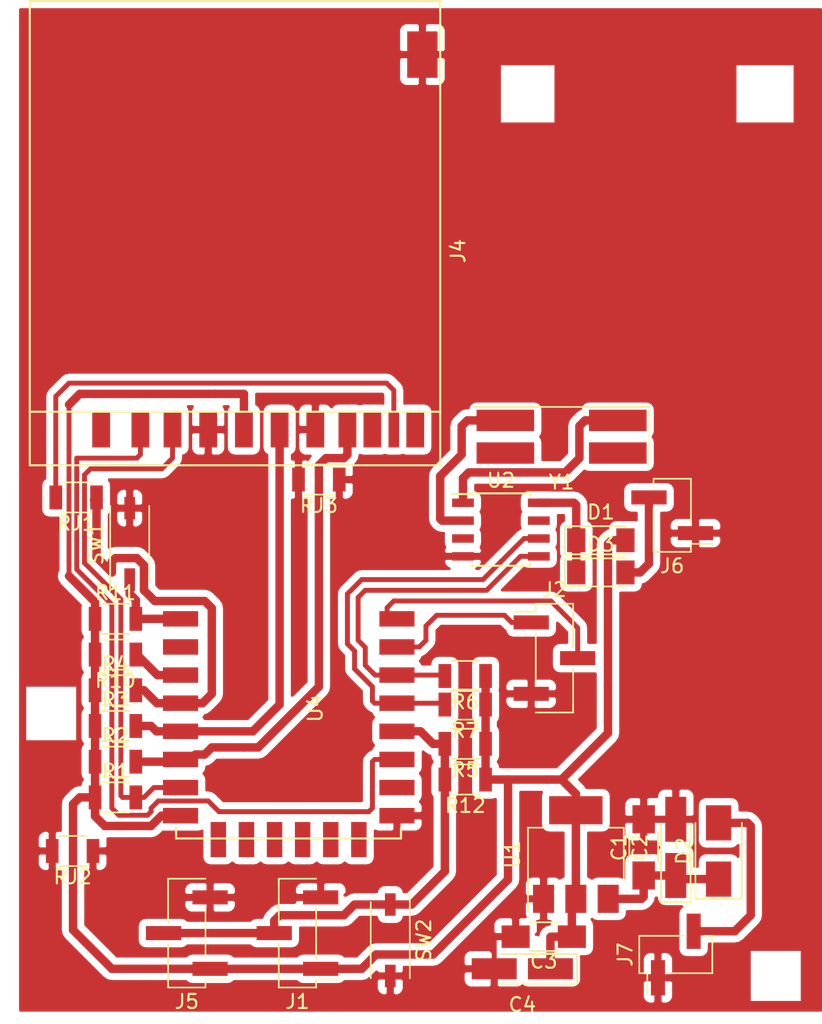
<source format=kicad_pcb>
(kicad_pcb (version 20170919) (host pcbnew "(2017-09-19 revision dddaa7e69)-makepkg")

  (general
    (thickness 1.6)
    (drawings 0)
    (tracks 278)
    (zones 0)
    (modules 32)
    (nets 22)
  )

  (page A4)
  (layers
    (0 F.Cu signal)
    (31 B.Cu signal)
    (32 B.Adhes user)
    (33 F.Adhes user)
    (34 B.Paste user)
    (35 F.Paste user)
    (36 B.SilkS user)
    (37 F.SilkS user)
    (38 B.Mask user)
    (39 F.Mask user)
    (40 Dwgs.User user)
    (41 Cmts.User user)
    (42 Eco1.User user)
    (43 Eco2.User user)
    (44 Edge.Cuts user)
    (45 Margin user)
    (46 B.CrtYd user)
    (47 F.CrtYd user)
    (48 B.Fab user)
    (49 F.Fab user)
  )

  (setup
    (last_trace_width 0.25)
    (trace_clearance 0.2)
    (zone_clearance 0.5)
    (zone_45_only yes)
    (trace_min 0.2)
    (segment_width 0.2)
    (edge_width 0.1)
    (via_size 0.6)
    (via_drill 0.4)
    (via_min_size 0.4)
    (via_min_drill 0.3)
    (uvia_size 0.3)
    (uvia_drill 0.1)
    (uvias_allowed no)
    (uvia_min_size 0.2)
    (uvia_min_drill 0.1)
    (pcb_text_width 0.3)
    (pcb_text_size 1.5 1.5)
    (mod_edge_width 0.15)
    (mod_text_size 1 1)
    (mod_text_width 0.15)
    (pad_size 1.75 0.45)
    (pad_drill 0)
    (pad_to_mask_clearance 0)
    (aux_axis_origin 0 0)
    (visible_elements 7FFFFE7F)
    (pcbplotparams
      (layerselection 0x00000_00000001)
      (usegerberextensions false)
      (usegerberattributes true)
      (usegerberadvancedattributes true)
      (creategerberjobfile true)
      (excludeedgelayer true)
      (linewidth 0.050000)
      (plotframeref false)
      (viasonmask false)
      (mode 1)
      (useauxorigin false)
      (hpglpennumber 1)
      (hpglpenspeed 20)
      (hpglpendiameter 15)
      (psnegative false)
      (psa4output false)
      (plotreference false)
      (plotvalue false)
      (plotinvisibletext false)
      (padsonsilk false)
      (subtractmaskfromsilk false)
      (outputformat 2)
      (mirror true)
      (drillshape 0)
      (scaleselection 1)
      (outputdirectory ""))
  )

  (net 0 "")
  (net 1 "Net-(C1-Pad1)")
  (net 2 GND)
  (net 3 3V3)
  (net 4 "Net-(D1-Pad1)")
  (net 5 "Net-(D2-Pad2)")
  (net 6 "Net-(D3-Pad2)")
  (net 7 1wire)
  (net 8 CS)
  (net 9 GPIO13)
  (net 10 GPIO12)
  (net 11 GPIO14)
  (net 12 GPIO5)
  (net 13 GPIO4)
  (net 14 "Net-(R10-Pad1)")
  (net 15 RESET)
  (net 16 "Net-(U2-Pad1)")
  (net 17 "Net-(U2-Pad2)")
  (net 18 Rx)
  (net 19 Tx)
  (net 20 SD_D)
  (net 21 "Net-(J4-Pad10)")

  (net_class Default "To jest domyślna klasa połączeń."
    (clearance 0.2)
    (trace_width 0.25)
    (via_dia 0.6)
    (via_drill 0.4)
    (uvia_dia 0.3)
    (uvia_drill 0.1)
    (add_net CS)
    (add_net GND)
    (add_net GPIO13)
    (add_net GPIO4)
    (add_net GPIO5)
    (add_net "Net-(J4-Pad10)")
    (add_net Rx)
    (add_net Tx)
  )

  (net_class Grubsze ""
    (clearance 0.2)
    (trace_width 0.6)
    (via_dia 0.6)
    (via_drill 0.4)
    (uvia_dia 0.3)
    (uvia_drill 0.1)
    (add_net 1wire)
    (add_net 3V3)
    (add_net GPIO12)
    (add_net GPIO14)
    (add_net "Net-(C1-Pad1)")
    (add_net "Net-(D1-Pad1)")
    (add_net "Net-(D2-Pad2)")
    (add_net "Net-(D3-Pad2)")
    (add_net "Net-(R10-Pad1)")
    (add_net "Net-(U2-Pad1)")
    (add_net "Net-(U2-Pad2)")
    (add_net RESET)
    (add_net SD_D)
  )

  (module Capacitors_SMD:C_1206_HandSoldering (layer F.Cu) (tedit 59790407) (tstamp 596B6942)
    (at 97.536 91.44 90)
    (descr "Capacitor SMD 1206, hand soldering")
    (tags "capacitor 1206")
    (path /591E1A2B)
    (attr smd)
    (fp_text reference C1 (at 0 -1.75 90) (layer F.SilkS)
      (effects (font (size 1 1) (thickness 0.15)))
    )
    (fp_text value 10nF (at 0 2 90) (layer F.Fab)
      (effects (font (size 1 1) (thickness 0.15)))
    )
    (fp_text user %R (at 4.318 0 180) (layer F.Fab)
      (effects (font (size 1 1) (thickness 0.15)))
    )
    (fp_line (start -1.6 0.8) (end -1.6 -0.8) (layer F.Fab) (width 0.1))
    (fp_line (start 1.6 0.8) (end -1.6 0.8) (layer F.Fab) (width 0.1))
    (fp_line (start 1.6 -0.8) (end 1.6 0.8) (layer F.Fab) (width 0.1))
    (fp_line (start -1.6 -0.8) (end 1.6 -0.8) (layer F.Fab) (width 0.1))
    (fp_line (start 1 -1.02) (end -1 -1.02) (layer F.SilkS) (width 0.12))
    (fp_line (start -1 1.02) (end 1 1.02) (layer F.SilkS) (width 0.12))
    (fp_line (start -3.25 -1.05) (end 3.25 -1.05) (layer F.CrtYd) (width 0.05))
    (fp_line (start -3.25 -1.05) (end -3.25 1.05) (layer F.CrtYd) (width 0.05))
    (fp_line (start 3.25 1.05) (end 3.25 -1.05) (layer F.CrtYd) (width 0.05))
    (fp_line (start 3.25 1.05) (end -3.25 1.05) (layer F.CrtYd) (width 0.05))
    (pad 1 smd rect (at -2 0 90) (size 2 1.6) (layers F.Cu F.Paste F.Mask)
      (net 1 "Net-(C1-Pad1)"))
    (pad 2 smd rect (at 2 0 90) (size 2 1.6) (layers F.Cu F.Paste F.Mask)
      (net 2 GND))
    (model Capacitors_SMD.3dshapes/C_1206.wrl
      (at (xyz 0 0 0))
      (scale (xyz 1 1 1))
      (rotate (xyz 0 0 0))
    )
  )

  (module Capacitors_Tantalum_SMD:CP_Tantalum_Case-A_EIA-3216-18_Hand (layer F.Cu) (tedit 5979040B) (tstamp 596B6956)
    (at 99.822 91.44 90)
    (descr "Tantalum capacitor, Case A, EIA 3216-18, 3.2x1.6x1.6mm, Hand soldering footprint")
    (tags "capacitor tantalum smd")
    (path /591E1ABE)
    (attr smd)
    (fp_text reference C2 (at 0 -2.55 90) (layer F.SilkS)
      (effects (font (size 1 1) (thickness 0.15)))
    )
    (fp_text value 10uF (at 0 2.55 90) (layer F.Fab)
      (effects (font (size 1 1) (thickness 0.15)))
    )
    (fp_text user %R (at 4.572 0 180) (layer F.Fab)
      (effects (font (size 0.7 0.7) (thickness 0.105)))
    )
    (fp_line (start -4 -1.2) (end -4 1.2) (layer F.CrtYd) (width 0.05))
    (fp_line (start -4 1.2) (end 4 1.2) (layer F.CrtYd) (width 0.05))
    (fp_line (start 4 1.2) (end 4 -1.2) (layer F.CrtYd) (width 0.05))
    (fp_line (start 4 -1.2) (end -4 -1.2) (layer F.CrtYd) (width 0.05))
    (fp_line (start -1.6 -0.8) (end -1.6 0.8) (layer F.Fab) (width 0.1))
    (fp_line (start -1.6 0.8) (end 1.6 0.8) (layer F.Fab) (width 0.1))
    (fp_line (start 1.6 0.8) (end 1.6 -0.8) (layer F.Fab) (width 0.1))
    (fp_line (start 1.6 -0.8) (end -1.6 -0.8) (layer F.Fab) (width 0.1))
    (fp_line (start -1.28 -0.8) (end -1.28 0.8) (layer F.Fab) (width 0.1))
    (fp_line (start -1.12 -0.8) (end -1.12 0.8) (layer F.Fab) (width 0.1))
    (fp_line (start -3.9 -1.05) (end 1.6 -1.05) (layer F.SilkS) (width 0.12))
    (fp_line (start -3.9 1.05) (end 1.6 1.05) (layer F.SilkS) (width 0.12))
    (fp_line (start -3.9 -1.05) (end -3.9 1.05) (layer F.SilkS) (width 0.12))
    (pad 1 smd rect (at -2 0 90) (size 3.2 1.5) (layers F.Cu F.Paste F.Mask)
      (net 1 "Net-(C1-Pad1)"))
    (pad 2 smd rect (at 2 0 90) (size 3.2 1.5) (layers F.Cu F.Paste F.Mask)
      (net 2 GND))
    (model Capacitors_Tantalum_SMD.3dshapes/CP_Tantalum_Case-A_EIA-3216-18.wrl
      (at (xyz 0 0 0))
      (scale (xyz 1 1 1))
      (rotate (xyz 0 0 0))
    )
  )

  (module Capacitors_SMD:C_1206_HandSoldering (layer F.Cu) (tedit 597903F6) (tstamp 596B6967)
    (at 90.424 97.79 180)
    (descr "Capacitor SMD 1206, hand soldering")
    (tags "capacitor 1206")
    (path /591E1D93)
    (attr smd)
    (fp_text reference C3 (at 0 -1.75 180) (layer F.SilkS)
      (effects (font (size 1 1) (thickness 0.15)))
    )
    (fp_text value 10nF (at 0 2 180) (layer F.Fab)
      (effects (font (size 1 1) (thickness 0.15)))
    )
    (fp_text user %R (at -4.318 0 180) (layer F.Fab)
      (effects (font (size 1 1) (thickness 0.15)))
    )
    (fp_line (start -1.6 0.8) (end -1.6 -0.8) (layer F.Fab) (width 0.1))
    (fp_line (start 1.6 0.8) (end -1.6 0.8) (layer F.Fab) (width 0.1))
    (fp_line (start 1.6 -0.8) (end 1.6 0.8) (layer F.Fab) (width 0.1))
    (fp_line (start -1.6 -0.8) (end 1.6 -0.8) (layer F.Fab) (width 0.1))
    (fp_line (start 1 -1.02) (end -1 -1.02) (layer F.SilkS) (width 0.12))
    (fp_line (start -1 1.02) (end 1 1.02) (layer F.SilkS) (width 0.12))
    (fp_line (start -3.25 -1.05) (end 3.25 -1.05) (layer F.CrtYd) (width 0.05))
    (fp_line (start -3.25 -1.05) (end -3.25 1.05) (layer F.CrtYd) (width 0.05))
    (fp_line (start 3.25 1.05) (end 3.25 -1.05) (layer F.CrtYd) (width 0.05))
    (fp_line (start 3.25 1.05) (end -3.25 1.05) (layer F.CrtYd) (width 0.05))
    (pad 1 smd rect (at -2 0 180) (size 2 1.6) (layers F.Cu F.Paste F.Mask)
      (net 3 3V3))
    (pad 2 smd rect (at 2 0 180) (size 2 1.6) (layers F.Cu F.Paste F.Mask)
      (net 2 GND))
    (model Capacitors_SMD.3dshapes/C_1206.wrl
      (at (xyz 0 0 0))
      (scale (xyz 1 1 1))
      (rotate (xyz 0 0 0))
    )
  )

  (module Capacitors_Tantalum_SMD:CP_Tantalum_Case-A_EIA-3216-18_Hand (layer F.Cu) (tedit 597903FA) (tstamp 596B697B)
    (at 88.9 100.076 180)
    (descr "Tantalum capacitor, Case A, EIA 3216-18, 3.2x1.6x1.6mm, Hand soldering footprint")
    (tags "capacitor tantalum smd")
    (path /591E1E6F)
    (attr smd)
    (fp_text reference C4 (at 0 -2.55 180) (layer F.SilkS)
      (effects (font (size 1 1) (thickness 0.15)))
    )
    (fp_text value 10uF (at 0 2.55 180) (layer F.Fab)
      (effects (font (size 1 1) (thickness 0.15)))
    )
    (fp_text user %R (at -4.826 0 180) (layer F.Fab)
      (effects (font (size 0.7 0.7) (thickness 0.105)))
    )
    (fp_line (start -4 -1.2) (end -4 1.2) (layer F.CrtYd) (width 0.05))
    (fp_line (start -4 1.2) (end 4 1.2) (layer F.CrtYd) (width 0.05))
    (fp_line (start 4 1.2) (end 4 -1.2) (layer F.CrtYd) (width 0.05))
    (fp_line (start 4 -1.2) (end -4 -1.2) (layer F.CrtYd) (width 0.05))
    (fp_line (start -1.6 -0.8) (end -1.6 0.8) (layer F.Fab) (width 0.1))
    (fp_line (start -1.6 0.8) (end 1.6 0.8) (layer F.Fab) (width 0.1))
    (fp_line (start 1.6 0.8) (end 1.6 -0.8) (layer F.Fab) (width 0.1))
    (fp_line (start 1.6 -0.8) (end -1.6 -0.8) (layer F.Fab) (width 0.1))
    (fp_line (start -1.28 -0.8) (end -1.28 0.8) (layer F.Fab) (width 0.1))
    (fp_line (start -1.12 -0.8) (end -1.12 0.8) (layer F.Fab) (width 0.1))
    (fp_line (start -3.9 -1.05) (end 1.6 -1.05) (layer F.SilkS) (width 0.12))
    (fp_line (start -3.9 1.05) (end 1.6 1.05) (layer F.SilkS) (width 0.12))
    (fp_line (start -3.9 -1.05) (end -3.9 1.05) (layer F.SilkS) (width 0.12))
    (pad 1 smd rect (at -2 0 180) (size 3.2 1.5) (layers F.Cu F.Paste F.Mask)
      (net 3 3V3))
    (pad 2 smd rect (at 2 0 180) (size 3.2 1.5) (layers F.Cu F.Paste F.Mask)
      (net 2 GND))
    (model Capacitors_Tantalum_SMD.3dshapes/CP_Tantalum_Case-A_EIA-3216-18.wrl
      (at (xyz 0 0 0))
      (scale (xyz 1 1 1))
      (rotate (xyz 0 0 0))
    )
  )

  (module Diodes_SMD:D_MiniMELF (layer F.Cu) (tedit 5979042D) (tstamp 596B6994)
    (at 94.488 69.596)
    (descr "Diode Mini-MELF")
    (tags "Diode Mini-MELF")
    (path /591DF401)
    (attr smd)
    (fp_text reference D1 (at 0 -2) (layer F.SilkS)
      (effects (font (size 1 1) (thickness 0.15)))
    )
    (fp_text value 1N4148 (at 0 1.75) (layer F.Fab)
      (effects (font (size 1 1) (thickness 0.15)))
    )
    (fp_text user %R (at 0 -3.048) (layer F.Fab)
      (effects (font (size 1 1) (thickness 0.15)))
    )
    (fp_line (start 1.75 -1) (end -2.55 -1) (layer F.SilkS) (width 0.12))
    (fp_line (start -2.55 -1) (end -2.55 1) (layer F.SilkS) (width 0.12))
    (fp_line (start -2.55 1) (end 1.75 1) (layer F.SilkS) (width 0.12))
    (fp_line (start 1.65 -0.8) (end 1.65 0.8) (layer F.Fab) (width 0.1))
    (fp_line (start 1.65 0.8) (end -1.65 0.8) (layer F.Fab) (width 0.1))
    (fp_line (start -1.65 0.8) (end -1.65 -0.8) (layer F.Fab) (width 0.1))
    (fp_line (start -1.65 -0.8) (end 1.65 -0.8) (layer F.Fab) (width 0.1))
    (fp_line (start 0.25 0) (end 0.75 0) (layer F.Fab) (width 0.1))
    (fp_line (start 0.25 0.4) (end -0.35 0) (layer F.Fab) (width 0.1))
    (fp_line (start 0.25 -0.4) (end 0.25 0.4) (layer F.Fab) (width 0.1))
    (fp_line (start -0.35 0) (end 0.25 -0.4) (layer F.Fab) (width 0.1))
    (fp_line (start -0.35 0) (end -0.35 0.55) (layer F.Fab) (width 0.1))
    (fp_line (start -0.35 0) (end -0.35 -0.55) (layer F.Fab) (width 0.1))
    (fp_line (start -0.75 0) (end -0.35 0) (layer F.Fab) (width 0.1))
    (fp_line (start -2.65 -1.1) (end 2.65 -1.1) (layer F.CrtYd) (width 0.05))
    (fp_line (start 2.65 -1.1) (end 2.65 1.1) (layer F.CrtYd) (width 0.05))
    (fp_line (start 2.65 1.1) (end -2.65 1.1) (layer F.CrtYd) (width 0.05))
    (fp_line (start -2.65 1.1) (end -2.65 -1.1) (layer F.CrtYd) (width 0.05))
    (pad 1 smd rect (at -1.75 0) (size 1.3 1.7) (layers F.Cu F.Paste F.Mask)
      (net 4 "Net-(D1-Pad1)"))
    (pad 2 smd rect (at 1.75 0) (size 1.3 1.7) (layers F.Cu F.Paste F.Mask)
      (net 3 3V3))
    (model ${KISYS3DMOD}/Diodes_SMD.3dshapes/D_MiniMELF.wrl
      (at (xyz 0 0 0))
      (scale (xyz 1 1 1))
      (rotate (xyz 0 0 0))
    )
  )

  (module Diodes_SMD:D_SMA (layer F.Cu) (tedit 59790411) (tstamp 596B69AC)
    (at 102.87 91.694 90)
    (descr "Diode SMA (DO-214AC)")
    (tags "Diode SMA (DO-214AC)")
    (path /591E10E9)
    (attr smd)
    (fp_text reference D2 (at 0 -2.5 90) (layer F.SilkS)
      (effects (font (size 1 1) (thickness 0.15)))
    )
    (fp_text value 1N4007 (at 0 2.6 90) (layer F.Fab)
      (effects (font (size 1 1) (thickness 0.15)))
    )
    (fp_text user %R (at 4.572 0 180) (layer F.Fab)
      (effects (font (size 1 1) (thickness 0.15)))
    )
    (fp_line (start -3.4 -1.65) (end -3.4 1.65) (layer F.SilkS) (width 0.12))
    (fp_line (start 2.3 1.5) (end -2.3 1.5) (layer F.Fab) (width 0.1))
    (fp_line (start -2.3 1.5) (end -2.3 -1.5) (layer F.Fab) (width 0.1))
    (fp_line (start 2.3 -1.5) (end 2.3 1.5) (layer F.Fab) (width 0.1))
    (fp_line (start 2.3 -1.5) (end -2.3 -1.5) (layer F.Fab) (width 0.1))
    (fp_line (start -3.5 -1.75) (end 3.5 -1.75) (layer F.CrtYd) (width 0.05))
    (fp_line (start 3.5 -1.75) (end 3.5 1.75) (layer F.CrtYd) (width 0.05))
    (fp_line (start 3.5 1.75) (end -3.5 1.75) (layer F.CrtYd) (width 0.05))
    (fp_line (start -3.5 1.75) (end -3.5 -1.75) (layer F.CrtYd) (width 0.05))
    (fp_line (start -0.64944 0.00102) (end -1.55114 0.00102) (layer F.Fab) (width 0.1))
    (fp_line (start 0.50118 0.00102) (end 1.4994 0.00102) (layer F.Fab) (width 0.1))
    (fp_line (start -0.64944 -0.79908) (end -0.64944 0.80112) (layer F.Fab) (width 0.1))
    (fp_line (start 0.50118 0.75032) (end 0.50118 -0.79908) (layer F.Fab) (width 0.1))
    (fp_line (start -0.64944 0.00102) (end 0.50118 0.75032) (layer F.Fab) (width 0.1))
    (fp_line (start -0.64944 0.00102) (end 0.50118 -0.79908) (layer F.Fab) (width 0.1))
    (fp_line (start -3.4 1.65) (end 2 1.65) (layer F.SilkS) (width 0.12))
    (fp_line (start -3.4 -1.65) (end 2 -1.65) (layer F.SilkS) (width 0.12))
    (pad 1 smd rect (at -2 0 90) (size 2.5 1.8) (layers F.Cu F.Paste F.Mask)
      (net 1 "Net-(C1-Pad1)"))
    (pad 2 smd rect (at 2 0 90) (size 2.5 1.8) (layers F.Cu F.Paste F.Mask)
      (net 5 "Net-(D2-Pad2)"))
    (model ${KISYS3DMOD}/Diodes_SMD.3dshapes/D_SMA.wrl
      (at (xyz 0 0 0))
      (scale (xyz 1 1 1))
      (rotate (xyz 0 0 0))
    )
  )

  (module Diodes_SMD:D_MiniMELF (layer F.Cu) (tedit 5979042B) (tstamp 596B69C5)
    (at 94.488 71.882)
    (descr "Diode Mini-MELF")
    (tags "Diode Mini-MELF")
    (path /591DF21A)
    (attr smd)
    (fp_text reference D3 (at 0 -2) (layer F.SilkS)
      (effects (font (size 1 1) (thickness 0.15)))
    )
    (fp_text value 1N4148 (at 0 1.75) (layer F.Fab)
      (effects (font (size 1 1) (thickness 0.15)))
    )
    (fp_text user %R (at 0 -4.064) (layer F.Fab)
      (effects (font (size 1 1) (thickness 0.15)))
    )
    (fp_line (start 1.75 -1) (end -2.55 -1) (layer F.SilkS) (width 0.12))
    (fp_line (start -2.55 -1) (end -2.55 1) (layer F.SilkS) (width 0.12))
    (fp_line (start -2.55 1) (end 1.75 1) (layer F.SilkS) (width 0.12))
    (fp_line (start 1.65 -0.8) (end 1.65 0.8) (layer F.Fab) (width 0.1))
    (fp_line (start 1.65 0.8) (end -1.65 0.8) (layer F.Fab) (width 0.1))
    (fp_line (start -1.65 0.8) (end -1.65 -0.8) (layer F.Fab) (width 0.1))
    (fp_line (start -1.65 -0.8) (end 1.65 -0.8) (layer F.Fab) (width 0.1))
    (fp_line (start 0.25 0) (end 0.75 0) (layer F.Fab) (width 0.1))
    (fp_line (start 0.25 0.4) (end -0.35 0) (layer F.Fab) (width 0.1))
    (fp_line (start 0.25 -0.4) (end 0.25 0.4) (layer F.Fab) (width 0.1))
    (fp_line (start -0.35 0) (end 0.25 -0.4) (layer F.Fab) (width 0.1))
    (fp_line (start -0.35 0) (end -0.35 0.55) (layer F.Fab) (width 0.1))
    (fp_line (start -0.35 0) (end -0.35 -0.55) (layer F.Fab) (width 0.1))
    (fp_line (start -0.75 0) (end -0.35 0) (layer F.Fab) (width 0.1))
    (fp_line (start -2.65 -1.1) (end 2.65 -1.1) (layer F.CrtYd) (width 0.05))
    (fp_line (start 2.65 -1.1) (end 2.65 1.1) (layer F.CrtYd) (width 0.05))
    (fp_line (start 2.65 1.1) (end -2.65 1.1) (layer F.CrtYd) (width 0.05))
    (fp_line (start -2.65 1.1) (end -2.65 -1.1) (layer F.CrtYd) (width 0.05))
    (pad 1 smd rect (at -1.75 0) (size 1.3 1.7) (layers F.Cu F.Paste F.Mask)
      (net 4 "Net-(D1-Pad1)"))
    (pad 2 smd rect (at 1.75 0) (size 1.3 1.7) (layers F.Cu F.Paste F.Mask)
      (net 6 "Net-(D3-Pad2)"))
    (model ${KISYS3DMOD}/Diodes_SMD.3dshapes/D_MiniMELF.wrl
      (at (xyz 0 0 0))
      (scale (xyz 1 1 1))
      (rotate (xyz 0 0 0))
    )
  )

  (module Pin_Headers:Pin_Header_Straight_1x03_Pitch2.54mm_SMD_Pin1Left (layer F.Cu) (tedit 597903F0) (tstamp 596B69E7)
    (at 72.898 97.536 180)
    (descr "surface-mounted straight pin header, 1x03, 2.54mm pitch, single row, style 1 (pin 1 left)")
    (tags "Surface mounted pin header SMD 1x03 2.54mm single row style1 pin1 left")
    (path /591DD1E5)
    (attr smd)
    (fp_text reference J1 (at 0 -4.87 180) (layer F.SilkS)
      (effects (font (size 1 1) (thickness 0.15)))
    )
    (fp_text value CONN_01X03 (at 0 4.87 180) (layer F.Fab)
      (effects (font (size 1 1) (thickness 0.15)))
    )
    (fp_line (start 1.27 3.81) (end -1.27 3.81) (layer F.Fab) (width 0.1))
    (fp_line (start -0.32 -3.81) (end 1.27 -3.81) (layer F.Fab) (width 0.1))
    (fp_line (start -1.27 3.81) (end -1.27 -2.86) (layer F.Fab) (width 0.1))
    (fp_line (start -1.27 -2.86) (end -0.32 -3.81) (layer F.Fab) (width 0.1))
    (fp_line (start 1.27 -3.81) (end 1.27 3.81) (layer F.Fab) (width 0.1))
    (fp_line (start -1.27 -2.86) (end -2.54 -2.86) (layer F.Fab) (width 0.1))
    (fp_line (start -2.54 -2.86) (end -2.54 -2.22) (layer F.Fab) (width 0.1))
    (fp_line (start -2.54 -2.22) (end -1.27 -2.22) (layer F.Fab) (width 0.1))
    (fp_line (start -1.27 2.22) (end -2.54 2.22) (layer F.Fab) (width 0.1))
    (fp_line (start -2.54 2.22) (end -2.54 2.86) (layer F.Fab) (width 0.1))
    (fp_line (start -2.54 2.86) (end -1.27 2.86) (layer F.Fab) (width 0.1))
    (fp_line (start 1.27 -0.32) (end 2.54 -0.32) (layer F.Fab) (width 0.1))
    (fp_line (start 2.54 -0.32) (end 2.54 0.32) (layer F.Fab) (width 0.1))
    (fp_line (start 2.54 0.32) (end 1.27 0.32) (layer F.Fab) (width 0.1))
    (fp_line (start -1.33 -3.87) (end 1.33 -3.87) (layer F.SilkS) (width 0.12))
    (fp_line (start -1.33 3.87) (end 1.33 3.87) (layer F.SilkS) (width 0.12))
    (fp_line (start 1.33 -3.87) (end 1.33 -0.76) (layer F.SilkS) (width 0.12))
    (fp_line (start -1.33 -3.3) (end -2.85 -3.3) (layer F.SilkS) (width 0.12))
    (fp_line (start -1.33 -3.87) (end -1.33 -3.3) (layer F.SilkS) (width 0.12))
    (fp_line (start 1.33 3.3) (end 1.33 3.87) (layer F.SilkS) (width 0.12))
    (fp_line (start 1.33 0.76) (end 1.33 3.87) (layer F.SilkS) (width 0.12))
    (fp_line (start -1.33 -1.78) (end -1.33 1.78) (layer F.SilkS) (width 0.12))
    (fp_line (start -3.45 -4.35) (end -3.45 4.35) (layer F.CrtYd) (width 0.05))
    (fp_line (start -3.45 4.35) (end 3.45 4.35) (layer F.CrtYd) (width 0.05))
    (fp_line (start 3.45 4.35) (end 3.45 -4.35) (layer F.CrtYd) (width 0.05))
    (fp_line (start 3.45 -4.35) (end -3.45 -4.35) (layer F.CrtYd) (width 0.05))
    (fp_text user %R (at -4.318 4.064) (layer F.Fab)
      (effects (font (size 1 1) (thickness 0.15)))
    )
    (pad 1 smd rect (at -1.655 -2.54 180) (size 2.51 1) (layers F.Cu F.Paste F.Mask)
      (net 3 3V3))
    (pad 3 smd rect (at -1.655 2.54 180) (size 2.51 1) (layers F.Cu F.Paste F.Mask)
      (net 2 GND))
    (pad 2 smd rect (at 1.655 0 180) (size 2.51 1) (layers F.Cu F.Paste F.Mask)
      (net 7 1wire))
    (model ${KISYS3DMOD}/Pin_Headers.3dshapes/Pin_Header_Straight_1x03_Pitch2.54mm_SMD_Pin1Left.wrl
      (at (xyz 0 0 0))
      (scale (xyz 1 1 1))
      (rotate (xyz 0 0 0))
    )
  )

  (module dodatki:SDCARD-STANDARD (layer F.Cu) (tedit 5977726E) (tstamp 596B6A1A)
    (at 62.738 40.132 270)
    (path /591DD53A)
    (fp_text reference J4 (at 8.89 -21.59 270) (layer F.SilkS)
      (effects (font (size 1 1) (thickness 0.15)))
    )
    (fp_text value SD_Card (at 6.35 10.16 270) (layer F.Fab)
      (effects (font (size 1 1) (thickness 0.15)))
    )
    (fp_line (start 20.32 -20.32) (end 24.13 -20.32) (layer F.SilkS) (width 0.15))
    (fp_line (start 24.13 -20.32) (end 24.13 8.89) (layer F.SilkS) (width 0.15))
    (fp_line (start 24.13 8.89) (end 20.32 8.89) (layer F.SilkS) (width 0.15))
    (fp_line (start -8.89 -20.32) (end 20.32 -20.32) (layer F.SilkS) (width 0.15))
    (fp_line (start 20.32 -20.32) (end 20.32 8.89) (layer F.SilkS) (width 0.15))
    (fp_line (start -8.89 8.89) (end 20.32 8.89) (layer F.SilkS) (width 0.15))
    (fp_line (start -8.89 -20.32) (end -8.89 8.89) (layer F.SilkS) (width 0.15))
    (pad 9 smd rect (at 21.59 3.81 270) (size 2.54 1.27) (layers F.Cu F.Paste F.Mask))
    (pad 1 smd rect (at 21.59 1.016 270) (size 2.54 1.27) (layers F.Cu F.Paste F.Mask)
      (net 8 CS))
    (pad 2 smd rect (at 21.59 -1.27 270) (size 2.54 1.27) (layers F.Cu F.Paste F.Mask)
      (net 9 GPIO13))
    (pad 3 smd rect (at 21.59 -3.81 270) (size 2.54 1.27) (layers F.Cu F.Paste F.Mask)
      (net 2 GND))
    (pad 4 smd rect (at 21.59 -6.35 270) (size 2.54 1.27) (layers F.Cu F.Paste F.Mask)
      (net 3 3V3))
    (pad 5 smd rect (at 21.59 -8.89 270) (size 2.54 1.27) (layers F.Cu F.Paste F.Mask)
      (net 11 GPIO14))
    (pad 6 smd rect (at 21.59 -11.43 270) (size 2.54 1.27) (layers F.Cu F.Paste F.Mask)
      (net 2 GND))
    (pad 10 smd rect (at 21.59 -17.018 270) (size 2.54 0.762) (layers F.Cu F.Paste F.Mask)
      (net 21 "Net-(J4-Pad10)"))
    (pad 8 smd rect (at 21.59 -15.494 270) (size 2.54 1.27) (layers F.Cu F.Paste F.Mask))
    (pad 11 smd rect (at 21.59 -18.542 270) (size 2.54 1.27) (layers F.Cu F.Paste F.Mask))
    (pad 7 smd rect (at 21.59 -13.716 270) (size 2.54 1.27) (layers F.Cu F.Paste F.Mask)
      (net 10 GPIO12))
    (pad 12 smd rect (at -5.08 -19.05 270) (size 3.302 2.159) (layers F.Cu F.Paste F.Mask)
      (net 2 GND))
  )

  (module Pin_Headers:Pin_Header_Straight_1x03_Pitch2.54mm_SMD_Pin1Left (layer F.Cu) (tedit 597903EB) (tstamp 596B6A3C)
    (at 65.024 97.536 180)
    (descr "surface-mounted straight pin header, 1x03, 2.54mm pitch, single row, style 1 (pin 1 left)")
    (tags "Surface mounted pin header SMD 1x03 2.54mm single row style1 pin1 left")
    (path /591DD18C)
    (attr smd)
    (fp_text reference J5 (at 0 -4.87 180) (layer F.SilkS)
      (effects (font (size 1 1) (thickness 0.15)))
    )
    (fp_text value CONN_01X03 (at 0 4.87 180) (layer F.Fab)
      (effects (font (size 1 1) (thickness 0.15)))
    )
    (fp_line (start 1.27 3.81) (end -1.27 3.81) (layer F.Fab) (width 0.1))
    (fp_line (start -0.32 -3.81) (end 1.27 -3.81) (layer F.Fab) (width 0.1))
    (fp_line (start -1.27 3.81) (end -1.27 -2.86) (layer F.Fab) (width 0.1))
    (fp_line (start -1.27 -2.86) (end -0.32 -3.81) (layer F.Fab) (width 0.1))
    (fp_line (start 1.27 -3.81) (end 1.27 3.81) (layer F.Fab) (width 0.1))
    (fp_line (start -1.27 -2.86) (end -2.54 -2.86) (layer F.Fab) (width 0.1))
    (fp_line (start -2.54 -2.86) (end -2.54 -2.22) (layer F.Fab) (width 0.1))
    (fp_line (start -2.54 -2.22) (end -1.27 -2.22) (layer F.Fab) (width 0.1))
    (fp_line (start -1.27 2.22) (end -2.54 2.22) (layer F.Fab) (width 0.1))
    (fp_line (start -2.54 2.22) (end -2.54 2.86) (layer F.Fab) (width 0.1))
    (fp_line (start -2.54 2.86) (end -1.27 2.86) (layer F.Fab) (width 0.1))
    (fp_line (start 1.27 -0.32) (end 2.54 -0.32) (layer F.Fab) (width 0.1))
    (fp_line (start 2.54 -0.32) (end 2.54 0.32) (layer F.Fab) (width 0.1))
    (fp_line (start 2.54 0.32) (end 1.27 0.32) (layer F.Fab) (width 0.1))
    (fp_line (start -1.33 -3.87) (end 1.33 -3.87) (layer F.SilkS) (width 0.12))
    (fp_line (start -1.33 3.87) (end 1.33 3.87) (layer F.SilkS) (width 0.12))
    (fp_line (start 1.33 -3.87) (end 1.33 -0.76) (layer F.SilkS) (width 0.12))
    (fp_line (start -1.33 -3.3) (end -2.85 -3.3) (layer F.SilkS) (width 0.12))
    (fp_line (start -1.33 -3.87) (end -1.33 -3.3) (layer F.SilkS) (width 0.12))
    (fp_line (start 1.33 3.3) (end 1.33 3.87) (layer F.SilkS) (width 0.12))
    (fp_line (start 1.33 0.76) (end 1.33 3.87) (layer F.SilkS) (width 0.12))
    (fp_line (start -1.33 -1.78) (end -1.33 1.78) (layer F.SilkS) (width 0.12))
    (fp_line (start -3.45 -4.35) (end -3.45 4.35) (layer F.CrtYd) (width 0.05))
    (fp_line (start -3.45 4.35) (end 3.45 4.35) (layer F.CrtYd) (width 0.05))
    (fp_line (start 3.45 4.35) (end 3.45 -4.35) (layer F.CrtYd) (width 0.05))
    (fp_line (start 3.45 -4.35) (end -3.45 -4.35) (layer F.CrtYd) (width 0.05))
    (fp_text user %R (at 0 4.572) (layer F.Fab)
      (effects (font (size 1 1) (thickness 0.15)))
    )
    (pad 1 smd rect (at -1.655 -2.54 180) (size 2.51 1) (layers F.Cu F.Paste F.Mask)
      (net 3 3V3))
    (pad 3 smd rect (at -1.655 2.54 180) (size 2.51 1) (layers F.Cu F.Paste F.Mask)
      (net 2 GND))
    (pad 2 smd rect (at 1.655 0 180) (size 2.51 1) (layers F.Cu F.Paste F.Mask)
      (net 7 1wire))
    (model ${KISYS3DMOD}/Pin_Headers.3dshapes/Pin_Header_Straight_1x03_Pitch2.54mm_SMD_Pin1Left.wrl
      (at (xyz 0 0 0))
      (scale (xyz 1 1 1))
      (rotate (xyz 0 0 0))
    )
  )

  (module Pin_Headers:Pin_Header_Straight_1x02_Pitch2.54mm_SMD_Pin1Left (layer F.Cu) (tedit 59790439) (tstamp 596B6A59)
    (at 99.568 67.818 180)
    (descr "surface-mounted straight pin header, 1x02, 2.54mm pitch, single row, style 1 (pin 1 left)")
    (tags "Surface mounted pin header SMD 1x02 2.54mm single row style1 pin1 left")
    (path /591E39F7)
    (attr smd)
    (fp_text reference J6 (at 0 -3.6 180) (layer F.SilkS)
      (effects (font (size 1 1) (thickness 0.15)))
    )
    (fp_text value CONN_01X02 (at 0 3.6 180) (layer F.Fab)
      (effects (font (size 1 1) (thickness 0.15)))
    )
    (fp_line (start 1.27 2.54) (end -1.27 2.54) (layer F.Fab) (width 0.1))
    (fp_line (start -0.32 -2.54) (end 1.27 -2.54) (layer F.Fab) (width 0.1))
    (fp_line (start -1.27 2.54) (end -1.27 -1.59) (layer F.Fab) (width 0.1))
    (fp_line (start -1.27 -1.59) (end -0.32 -2.54) (layer F.Fab) (width 0.1))
    (fp_line (start 1.27 -2.54) (end 1.27 2.54) (layer F.Fab) (width 0.1))
    (fp_line (start -1.27 -1.59) (end -2.54 -1.59) (layer F.Fab) (width 0.1))
    (fp_line (start -2.54 -1.59) (end -2.54 -0.95) (layer F.Fab) (width 0.1))
    (fp_line (start -2.54 -0.95) (end -1.27 -0.95) (layer F.Fab) (width 0.1))
    (fp_line (start 1.27 0.95) (end 2.54 0.95) (layer F.Fab) (width 0.1))
    (fp_line (start 2.54 0.95) (end 2.54 1.59) (layer F.Fab) (width 0.1))
    (fp_line (start 2.54 1.59) (end 1.27 1.59) (layer F.Fab) (width 0.1))
    (fp_line (start -1.33 -2.6) (end 1.33 -2.6) (layer F.SilkS) (width 0.12))
    (fp_line (start -1.33 2.6) (end 1.33 2.6) (layer F.SilkS) (width 0.12))
    (fp_line (start 1.33 -2.6) (end 1.33 0.51) (layer F.SilkS) (width 0.12))
    (fp_line (start -1.33 -2.03) (end -2.85 -2.03) (layer F.SilkS) (width 0.12))
    (fp_line (start -1.33 -2.6) (end -1.33 -2.03) (layer F.SilkS) (width 0.12))
    (fp_line (start 1.33 2.03) (end 1.33 2.6) (layer F.SilkS) (width 0.12))
    (fp_line (start -1.33 -0.51) (end -1.33 2.6) (layer F.SilkS) (width 0.12))
    (fp_line (start -3.45 -3.05) (end -3.45 3.05) (layer F.CrtYd) (width 0.05))
    (fp_line (start -3.45 3.05) (end 3.45 3.05) (layer F.CrtYd) (width 0.05))
    (fp_line (start 3.45 3.05) (end 3.45 -3.05) (layer F.CrtYd) (width 0.05))
    (fp_line (start 3.45 -3.05) (end -3.45 -3.05) (layer F.CrtYd) (width 0.05))
    (fp_text user %R (at 0 3.302 180) (layer F.Fab)
      (effects (font (size 1 1) (thickness 0.15)))
    )
    (pad 1 smd rect (at -1.655 -1.27 180) (size 2.51 1) (layers F.Cu F.Paste F.Mask)
      (net 2 GND))
    (pad 2 smd rect (at 1.655 1.27 180) (size 2.51 1) (layers F.Cu F.Paste F.Mask)
      (net 6 "Net-(D3-Pad2)"))
    (model ${KISYS3DMOD}/Pin_Headers.3dshapes/Pin_Header_Straight_1x02_Pitch2.54mm_SMD_Pin1Left.wrl
      (at (xyz 0 0 0))
      (scale (xyz 1 1 1))
      (rotate (xyz 0 0 0))
    )
  )

  (module Pin_Headers:Pin_Header_Straight_1x02_Pitch2.54mm_SMD_Pin1Left (layer F.Cu) (tedit 59790400) (tstamp 596B6A76)
    (at 99.822 99.06 90)
    (descr "surface-mounted straight pin header, 1x02, 2.54mm pitch, single row, style 1 (pin 1 left)")
    (tags "Surface mounted pin header SMD 1x02 2.54mm single row style1 pin1 left")
    (path /591F80FA)
    (attr smd)
    (fp_text reference J7 (at 0 -3.6 90) (layer F.SilkS)
      (effects (font (size 1 1) (thickness 0.15)))
    )
    (fp_text value CONN_01X02 (at 0 3.6 90) (layer F.Fab)
      (effects (font (size 1 1) (thickness 0.15)))
    )
    (fp_line (start 1.27 2.54) (end -1.27 2.54) (layer F.Fab) (width 0.1))
    (fp_line (start -0.32 -2.54) (end 1.27 -2.54) (layer F.Fab) (width 0.1))
    (fp_line (start -1.27 2.54) (end -1.27 -1.59) (layer F.Fab) (width 0.1))
    (fp_line (start -1.27 -1.59) (end -0.32 -2.54) (layer F.Fab) (width 0.1))
    (fp_line (start 1.27 -2.54) (end 1.27 2.54) (layer F.Fab) (width 0.1))
    (fp_line (start -1.27 -1.59) (end -2.54 -1.59) (layer F.Fab) (width 0.1))
    (fp_line (start -2.54 -1.59) (end -2.54 -0.95) (layer F.Fab) (width 0.1))
    (fp_line (start -2.54 -0.95) (end -1.27 -0.95) (layer F.Fab) (width 0.1))
    (fp_line (start 1.27 0.95) (end 2.54 0.95) (layer F.Fab) (width 0.1))
    (fp_line (start 2.54 0.95) (end 2.54 1.59) (layer F.Fab) (width 0.1))
    (fp_line (start 2.54 1.59) (end 1.27 1.59) (layer F.Fab) (width 0.1))
    (fp_line (start -1.33 -2.6) (end 1.33 -2.6) (layer F.SilkS) (width 0.12))
    (fp_line (start -1.33 2.6) (end 1.33 2.6) (layer F.SilkS) (width 0.12))
    (fp_line (start 1.33 -2.6) (end 1.33 0.51) (layer F.SilkS) (width 0.12))
    (fp_line (start -1.33 -2.03) (end -2.85 -2.03) (layer F.SilkS) (width 0.12))
    (fp_line (start -1.33 -2.6) (end -1.33 -2.03) (layer F.SilkS) (width 0.12))
    (fp_line (start 1.33 2.03) (end 1.33 2.6) (layer F.SilkS) (width 0.12))
    (fp_line (start -1.33 -0.51) (end -1.33 2.6) (layer F.SilkS) (width 0.12))
    (fp_line (start -3.45 -3.05) (end -3.45 3.05) (layer F.CrtYd) (width 0.05))
    (fp_line (start -3.45 3.05) (end 3.45 3.05) (layer F.CrtYd) (width 0.05))
    (fp_line (start 3.45 3.05) (end 3.45 -3.05) (layer F.CrtYd) (width 0.05))
    (fp_line (start 3.45 -3.05) (end -3.45 -3.05) (layer F.CrtYd) (width 0.05))
    (fp_text user %R (at 0 3.81 180) (layer F.Fab)
      (effects (font (size 1 1) (thickness 0.15)))
    )
    (pad 1 smd rect (at -1.655 -1.27 90) (size 2.51 1) (layers F.Cu F.Paste F.Mask)
      (net 2 GND))
    (pad 2 smd rect (at 1.655 1.27 90) (size 2.51 1) (layers F.Cu F.Paste F.Mask)
      (net 5 "Net-(D2-Pad2)"))
    (model ${KISYS3DMOD}/Pin_Headers.3dshapes/Pin_Header_Straight_1x02_Pitch2.54mm_SMD_Pin1Left.wrl
      (at (xyz 0 0 0))
      (scale (xyz 1 1 1))
      (rotate (xyz 0 0 0))
    )
  )

  (module Buttons_Switches_SMD:SW_DIP_x1_W5.08mm_Slide_Copal_CHS-A (layer F.Cu) (tedit 586545EC) (tstamp 596B6BAD)
    (at 60.96 69.85 90)
    (descr "1x-dip-switch, Slide, row spacing 5.08 mm (200 mils), Copal_CHS-A")
    (tags "DIP Switch Slide 5.08mm 200mil Copal_CHS-A")
    (path /5962EC4D)
    (attr smd)
    (fp_text reference SW1 (at 0 -2.39 90) (layer F.SilkS)
      (effects (font (size 1 1) (thickness 0.15)))
    )
    (fp_text value RESET (at 0 2.39 90) (layer F.Fab)
      (effects (font (size 1 1) (thickness 0.15)))
    )
    (fp_line (start -1.7 -1.27) (end 2.7 -1.27) (layer F.Fab) (width 0.1))
    (fp_line (start 2.7 -1.27) (end 2.7 1.27) (layer F.Fab) (width 0.1))
    (fp_line (start 2.7 1.27) (end -2.7 1.27) (layer F.Fab) (width 0.1))
    (fp_line (start -2.7 1.27) (end -2.7 -0.27) (layer F.Fab) (width 0.1))
    (fp_line (start -2.7 -0.27) (end -1.7 -1.27) (layer F.Fab) (width 0.1))
    (fp_line (start -1.5 -0.25) (end -1.5 0.25) (layer F.Fab) (width 0.1))
    (fp_line (start -1.5 0.25) (end 1.5 0.25) (layer F.Fab) (width 0.1))
    (fp_line (start 1.5 0.25) (end 1.5 -0.25) (layer F.Fab) (width 0.1))
    (fp_line (start 1.5 -0.25) (end -1.5 -0.25) (layer F.Fab) (width 0.1))
    (fp_line (start 0 -0.25) (end 0 0.25) (layer F.Fab) (width 0.1))
    (fp_line (start -3.34 -1.39) (end 2.7 -1.39) (layer F.SilkS) (width 0.12))
    (fp_line (start -2.7 1.39) (end 2.7 1.39) (layer F.SilkS) (width 0.12))
    (fp_line (start -3.6 -1.7) (end -3.6 1.7) (layer F.CrtYd) (width 0.05))
    (fp_line (start -3.6 1.7) (end 3.6 1.7) (layer F.CrtYd) (width 0.05))
    (fp_line (start 3.6 1.7) (end 3.6 -1.7) (layer F.CrtYd) (width 0.05))
    (fp_line (start 3.6 -1.7) (end -3.6 -1.7) (layer F.CrtYd) (width 0.05))
    (pad 1 smd rect (at -2.54 0 90) (size 1.6 0.76) (layers F.Cu F.Mask)
      (net 15 RESET))
    (pad 2 smd rect (at 2.54 0 90) (size 1.6 0.76) (layers F.Cu F.Mask)
      (net 2 GND))
    (model ${KISYS3DMOD}/Buttons_Switches_SMD.3dshapes/SW_DIP_x1_W5.08mm_Slide_Copal_CHS-A.wrl
      (at (xyz 0 0 0))
      (scale (xyz 1 1 1))
      (rotate (xyz 0 0 0))
    )
  )

  (module TO_SOT_Packages_SMD:SOT-223-3Lead_TabPin2 (layer F.Cu) (tedit 58CE4E7E) (tstamp 596B6BC3)
    (at 92.71 91.948 90)
    (descr "module CMS SOT223 4 pins")
    (tags "CMS SOT")
    (path /591E00AF)
    (attr smd)
    (fp_text reference U1 (at 0 -4.5 90) (layer F.SilkS)
      (effects (font (size 1 1) (thickness 0.15)))
    )
    (fp_text value LM1117-3.3 (at 0 4.5 90) (layer F.Fab)
      (effects (font (size 1 1) (thickness 0.15)))
    )
    (fp_text user %R (at 0 0 90) (layer F.Fab)
      (effects (font (size 0.8 0.8) (thickness 0.12)))
    )
    (fp_line (start 1.91 3.41) (end 1.91 2.15) (layer F.SilkS) (width 0.12))
    (fp_line (start 1.91 -3.41) (end 1.91 -2.15) (layer F.SilkS) (width 0.12))
    (fp_line (start 4.4 -3.6) (end -4.4 -3.6) (layer F.CrtYd) (width 0.05))
    (fp_line (start 4.4 3.6) (end 4.4 -3.6) (layer F.CrtYd) (width 0.05))
    (fp_line (start -4.4 3.6) (end 4.4 3.6) (layer F.CrtYd) (width 0.05))
    (fp_line (start -4.4 -3.6) (end -4.4 3.6) (layer F.CrtYd) (width 0.05))
    (fp_line (start -1.85 -2.35) (end -0.85 -3.35) (layer F.Fab) (width 0.1))
    (fp_line (start -1.85 -2.35) (end -1.85 3.35) (layer F.Fab) (width 0.1))
    (fp_line (start -1.85 3.41) (end 1.91 3.41) (layer F.SilkS) (width 0.12))
    (fp_line (start -0.85 -3.35) (end 1.85 -3.35) (layer F.Fab) (width 0.1))
    (fp_line (start -4.1 -3.41) (end 1.91 -3.41) (layer F.SilkS) (width 0.12))
    (fp_line (start -1.85 3.35) (end 1.85 3.35) (layer F.Fab) (width 0.1))
    (fp_line (start 1.85 -3.35) (end 1.85 3.35) (layer F.Fab) (width 0.1))
    (pad 2 smd rect (at 3.15 0 90) (size 2 3.8) (layers F.Cu F.Paste F.Mask)
      (net 3 3V3))
    (pad 2 smd rect (at -3.15 0 90) (size 2 1.5) (layers F.Cu F.Paste F.Mask)
      (net 3 3V3))
    (pad 3 smd rect (at -3.15 2.3 90) (size 2 1.5) (layers F.Cu F.Paste F.Mask)
      (net 1 "Net-(C1-Pad1)"))
    (pad 1 smd rect (at -3.15 -2.3 90) (size 2 1.5) (layers F.Cu F.Paste F.Mask)
      (net 2 GND))
    (model ${KISYS3DMOD}/TO_SOT_Packages_SMD.3dshapes/SOT-223.wrl
      (at (xyz 0 0 0))
      (scale (xyz 1 1 1))
      (rotate (xyz 0 0 0))
    )
  )

  (module Housings_SOIC:SOIC-8_3.9x4.9mm_Pitch1.27mm (layer F.Cu) (tedit 5979047B) (tstamp 596B6BE0)
    (at 87.376 68.834)
    (descr "8-Lead Plastic Small Outline (SN) - Narrow, 3.90 mm Body [SOIC] (see Microchip Packaging Specification 00000049BS.pdf)")
    (tags "SOIC 1.27")
    (path /591DECCB)
    (attr smd)
    (fp_text reference U2 (at 0 -3.5) (layer F.SilkS)
      (effects (font (size 1 1) (thickness 0.15)))
    )
    (fp_text value PCF8563 (at 0 3.5) (layer F.Fab)
      (effects (font (size 1 1) (thickness 0.15)))
    )
    (fp_text user %R (at -5.08 1.016) (layer F.Fab)
      (effects (font (size 1 1) (thickness 0.15)))
    )
    (fp_line (start -0.95 -2.45) (end 1.95 -2.45) (layer F.Fab) (width 0.1))
    (fp_line (start 1.95 -2.45) (end 1.95 2.45) (layer F.Fab) (width 0.1))
    (fp_line (start 1.95 2.45) (end -1.95 2.45) (layer F.Fab) (width 0.1))
    (fp_line (start -1.95 2.45) (end -1.95 -1.45) (layer F.Fab) (width 0.1))
    (fp_line (start -1.95 -1.45) (end -0.95 -2.45) (layer F.Fab) (width 0.1))
    (fp_line (start -3.73 -2.7) (end -3.73 2.7) (layer F.CrtYd) (width 0.05))
    (fp_line (start 3.73 -2.7) (end 3.73 2.7) (layer F.CrtYd) (width 0.05))
    (fp_line (start -3.73 -2.7) (end 3.73 -2.7) (layer F.CrtYd) (width 0.05))
    (fp_line (start -3.73 2.7) (end 3.73 2.7) (layer F.CrtYd) (width 0.05))
    (fp_line (start -2.075 -2.575) (end -2.075 -2.525) (layer F.SilkS) (width 0.15))
    (fp_line (start 2.075 -2.575) (end 2.075 -2.43) (layer F.SilkS) (width 0.15))
    (fp_line (start 2.075 2.575) (end 2.075 2.43) (layer F.SilkS) (width 0.15))
    (fp_line (start -2.075 2.575) (end -2.075 2.43) (layer F.SilkS) (width 0.15))
    (fp_line (start -2.075 -2.575) (end 2.075 -2.575) (layer F.SilkS) (width 0.15))
    (fp_line (start -2.075 2.575) (end 2.075 2.575) (layer F.SilkS) (width 0.15))
    (fp_line (start -2.075 -2.525) (end -3.475 -2.525) (layer F.SilkS) (width 0.15))
    (pad 1 smd rect (at -2.7 -1.905) (size 1.55 0.6) (layers F.Cu F.Paste F.Mask)
      (net 16 "Net-(U2-Pad1)"))
    (pad 2 smd rect (at -2.7 -0.635) (size 1.55 0.6) (layers F.Cu F.Paste F.Mask)
      (net 17 "Net-(U2-Pad2)"))
    (pad 3 smd rect (at -2.7 0.635) (size 1.55 0.6) (layers F.Cu F.Paste F.Mask))
    (pad 4 smd rect (at -2.7 1.905) (size 1.55 0.6) (layers F.Cu F.Paste F.Mask)
      (net 2 GND))
    (pad 5 smd rect (at 2.7 1.905) (size 1.55 0.6) (layers F.Cu F.Paste F.Mask)
      (net 12 GPIO5))
    (pad 6 smd rect (at 2.7 0.635) (size 1.55 0.6) (layers F.Cu F.Paste F.Mask)
      (net 13 GPIO4))
    (pad 7 smd rect (at 2.7 -0.635) (size 1.55 0.6) (layers F.Cu F.Paste F.Mask))
    (pad 8 smd rect (at 2.7 -1.905) (size 1.55 0.6) (layers F.Cu F.Paste F.Mask)
      (net 4 "Net-(D1-Pad1)"))
    (model Housings_SOIC.3dshapes/SOIC-8_3.9x4.9mm_Pitch1.27mm.wrl
      (at (xyz 0 0 0))
      (scale (xyz 1 1 1))
      (rotate (xyz 0 0 0))
    )
  )

  (module ESP8266:ESP-12E_SMD (layer F.Cu) (tedit 58FB7FFE) (tstamp 596B6C3F)
    (at 65.278 75.184)
    (descr "Module, ESP-8266, ESP-12, 16 pad, SMD")
    (tags "Module ESP-8266 ESP8266")
    (path /59610456)
    (fp_text reference U4 (at 8.89 6.35 90) (layer F.SilkS)
      (effects (font (size 1 1) (thickness 0.15)))
    )
    (fp_text value ESP-12E (at 5.08 6.35 90) (layer F.Fab) hide
      (effects (font (size 1 1) (thickness 0.15)))
    )
    (fp_line (start -2.25 -0.5) (end -2.25 -8.75) (layer F.CrtYd) (width 0.05))
    (fp_line (start -2.25 -8.75) (end 15.25 -8.75) (layer F.CrtYd) (width 0.05))
    (fp_line (start 15.25 -8.75) (end 16.25 -8.75) (layer F.CrtYd) (width 0.05))
    (fp_line (start 16.25 -8.75) (end 16.25 16) (layer F.CrtYd) (width 0.05))
    (fp_line (start 16.25 16) (end -2.25 16) (layer F.CrtYd) (width 0.05))
    (fp_line (start -2.25 16) (end -2.25 -0.5) (layer F.CrtYd) (width 0.05))
    (fp_line (start -1.016 -8.382) (end 14.986 -8.382) (layer F.CrtYd) (width 0.1524))
    (fp_line (start 14.986 -8.382) (end 14.986 -0.889) (layer F.CrtYd) (width 0.1524))
    (fp_line (start -1.016 -8.382) (end -1.016 -1.016) (layer F.CrtYd) (width 0.1524))
    (fp_line (start -1.016 14.859) (end -1.016 15.621) (layer F.SilkS) (width 0.1524))
    (fp_line (start -1.016 15.621) (end 14.986 15.621) (layer F.SilkS) (width 0.1524))
    (fp_line (start 14.986 15.621) (end 14.986 14.859) (layer F.SilkS) (width 0.1524))
    (fp_line (start 14.992 -8.4) (end -1.008 -2.6) (layer F.CrtYd) (width 0.1524))
    (fp_line (start -1.008 -8.4) (end 14.992 -2.6) (layer F.CrtYd) (width 0.1524))
    (fp_text user "No Copper" (at 6.892 -5.4) (layer F.CrtYd)
      (effects (font (size 1 1) (thickness 0.15)))
    )
    (fp_line (start -1.008 -2.6) (end 14.992 -2.6) (layer F.CrtYd) (width 0.1524))
    (fp_line (start 15 -8.4) (end 15 15.6) (layer F.Fab) (width 0.05))
    (fp_line (start 14.992 15.6) (end -1.008 15.6) (layer F.Fab) (width 0.05))
    (fp_line (start -1.008 15.6) (end -1.008 -8.4) (layer F.Fab) (width 0.05))
    (fp_line (start -1.008 -8.4) (end 14.992 -8.4) (layer F.Fab) (width 0.05))
    (pad 1 smd rect (at 0 0) (size 2.5 1.1) (drill (offset -0.7 0)) (layers F.Cu F.Paste F.Mask)
      (net 15 RESET))
    (pad 2 smd rect (at 0 2) (size 2.5 1.1) (drill (offset -0.7 0)) (layers F.Cu F.Paste F.Mask))
    (pad 3 smd rect (at 0 4) (size 2.5 1.1) (drill (offset -0.7 0)) (layers F.Cu F.Paste F.Mask)
      (net 14 "Net-(R10-Pad1)"))
    (pad 4 smd rect (at 0 6) (size 2.5 1.1) (drill (offset -0.7 0)) (layers F.Cu F.Paste F.Mask)
      (net 20 SD_D))
    (pad 5 smd rect (at 0 8) (size 2.5 1.1) (drill (offset -0.7 0)) (layers F.Cu F.Paste F.Mask)
      (net 11 GPIO14))
    (pad 6 smd rect (at 0 10) (size 2.5 1.1) (drill (offset -0.7 0)) (layers F.Cu F.Paste F.Mask)
      (net 10 GPIO12))
    (pad 7 smd rect (at 0 12) (size 2.5 1.1) (drill (offset -0.7 0)) (layers F.Cu F.Paste F.Mask)
      (net 9 GPIO13))
    (pad 8 smd rect (at 0 14) (size 2.5 1.1) (drill (offset -0.7 0)) (layers F.Cu F.Paste F.Mask)
      (net 3 3V3))
    (pad 9 smd rect (at 14 14) (size 2.5 1.1) (drill (offset 0.7 0)) (layers F.Cu F.Paste F.Mask)
      (net 2 GND))
    (pad 10 smd rect (at 14 12) (size 2.5 1.1) (drill (offset 0.7 0)) (layers F.Cu F.Paste F.Mask))
    (pad 11 smd rect (at 14 10) (size 2.5 1.1) (drill (offset 0.7 0)) (layers F.Cu F.Paste F.Mask)
      (net 8 CS))
    (pad 12 smd rect (at 14 8) (size 2.5 1.1) (drill (offset 0.7 0)) (layers F.Cu F.Paste F.Mask)
      (net 7 1wire))
    (pad 13 smd rect (at 14 6) (size 2.5 1.1) (drill (offset 0.7 0)) (layers F.Cu F.Paste F.Mask)
      (net 13 GPIO4))
    (pad 14 smd rect (at 14 4) (size 2.5 1.1) (drill (offset 0.7 0)) (layers F.Cu F.Paste F.Mask)
      (net 12 GPIO5))
    (pad 15 smd rect (at 14 2) (size 2.5 1.1) (drill (offset 0.7 0)) (layers F.Cu F.Paste F.Mask)
      (net 18 Rx))
    (pad 16 smd rect (at 14 0) (size 2.5 1.1) (drill (offset 0.7 0)) (layers F.Cu F.Paste F.Mask)
      (net 19 Tx))
    (pad 17 smd rect (at 1.99 15 90) (size 2.5 1.1) (drill (offset -0.7 0)) (layers F.Cu F.Paste F.Mask))
    (pad 18 smd rect (at 3.99 15 90) (size 2.5 1.1) (drill (offset -0.7 0)) (layers F.Cu F.Paste F.Mask))
    (pad 19 smd rect (at 5.99 15 90) (size 2.5 1.1) (drill (offset -0.7 0)) (layers F.Cu F.Paste F.Mask))
    (pad 20 smd rect (at 7.99 15 90) (size 2.5 1.1) (drill (offset -0.7 0)) (layers F.Cu F.Paste F.Mask))
    (pad 21 smd rect (at 9.99 15 90) (size 2.5 1.1) (drill (offset -0.7 0)) (layers F.Cu F.Paste F.Mask))
    (pad 22 smd rect (at 11.99 15 90) (size 2.5 1.1) (drill (offset -0.7 0)) (layers F.Cu F.Paste F.Mask))
    (model ${ESPLIB}/ESP8266.3dshapes/ESP-12.wrl
      (at (xyz 0 0 0))
      (scale (xyz 0.3937 0.3937 0.3937))
      (rotate (xyz 0 0 0))
    )
  )

  (module Buttons_Switches_SMD:SW_DIP_x1_W5.08mm_Slide_Copal_CHS-A (layer F.Cu) (tedit 586545EC) (tstamp 596B72A3)
    (at 79.502 98.044 270)
    (descr "1x-dip-switch, Slide, row spacing 5.08 mm (200 mils), Copal_CHS-A")
    (tags "DIP Switch Slide 5.08mm 200mil Copal_CHS-A")
    (path /596B81BC)
    (attr smd)
    (fp_text reference SW2 (at 0 -2.39 270) (layer F.SilkS)
      (effects (font (size 1 1) (thickness 0.15)))
    )
    (fp_text value FLASH (at 0 2.39 270) (layer F.Fab)
      (effects (font (size 1 1) (thickness 0.15)))
    )
    (fp_line (start -1.7 -1.27) (end 2.7 -1.27) (layer F.Fab) (width 0.1))
    (fp_line (start 2.7 -1.27) (end 2.7 1.27) (layer F.Fab) (width 0.1))
    (fp_line (start 2.7 1.27) (end -2.7 1.27) (layer F.Fab) (width 0.1))
    (fp_line (start -2.7 1.27) (end -2.7 -0.27) (layer F.Fab) (width 0.1))
    (fp_line (start -2.7 -0.27) (end -1.7 -1.27) (layer F.Fab) (width 0.1))
    (fp_line (start -1.5 -0.25) (end -1.5 0.25) (layer F.Fab) (width 0.1))
    (fp_line (start -1.5 0.25) (end 1.5 0.25) (layer F.Fab) (width 0.1))
    (fp_line (start 1.5 0.25) (end 1.5 -0.25) (layer F.Fab) (width 0.1))
    (fp_line (start 1.5 -0.25) (end -1.5 -0.25) (layer F.Fab) (width 0.1))
    (fp_line (start 0 -0.25) (end 0 0.25) (layer F.Fab) (width 0.1))
    (fp_line (start -3.34 -1.39) (end 2.7 -1.39) (layer F.SilkS) (width 0.12))
    (fp_line (start -2.7 1.39) (end 2.7 1.39) (layer F.SilkS) (width 0.12))
    (fp_line (start -3.6 -1.7) (end -3.6 1.7) (layer F.CrtYd) (width 0.05))
    (fp_line (start -3.6 1.7) (end 3.6 1.7) (layer F.CrtYd) (width 0.05))
    (fp_line (start 3.6 1.7) (end 3.6 -1.7) (layer F.CrtYd) (width 0.05))
    (fp_line (start 3.6 -1.7) (end -3.6 -1.7) (layer F.CrtYd) (width 0.05))
    (pad 1 smd rect (at -2.54 0 270) (size 1.6 0.76) (layers F.Cu F.Mask)
      (net 7 1wire))
    (pad 2 smd rect (at 2.54 0 270) (size 1.6 0.76) (layers F.Cu F.Mask)
      (net 2 GND))
    (model ${KISYS3DMOD}/Buttons_Switches_SMD.3dshapes/SW_DIP_x1_W5.08mm_Slide_Copal_CHS-A.wrl
      (at (xyz 0 0 0))
      (scale (xyz 1 1 1))
      (rotate (xyz 0 0 0))
    )
  )

  (module Crystals:Crystal_SMD_SeikoEpson_MC406-4pin_9.6x4.1mm (layer F.Cu) (tedit 5979043F) (tstamp 59777E62)
    (at 91.694 62.23 180)
    (descr "SMD Crystal Seiko Epson MC-406 https://support.epson.biz/td/api/doc_check.php?dl=brief_MC-306_en.pdf, 9.6x4.1mm^2 package")
    (tags "SMD SMT crystal")
    (path /591DEFF4)
    (attr smd)
    (fp_text reference Y1 (at 0 -3.23 180) (layer F.SilkS)
      (effects (font (size 1 1) (thickness 0.15)))
    )
    (fp_text value Crystal (at 0 3.23 180) (layer F.Fab)
      (effects (font (size 1 1) (thickness 0.15)))
    )
    (fp_text user %R (at 0 3.048 180) (layer F.Fab)
      (effects (font (size 1 1) (thickness 0.15)))
    )
    (fp_line (start -4.8 -2.03) (end -4.8 2.03) (layer F.Fab) (width 0.1))
    (fp_line (start -4.8 2.03) (end 4.8 2.03) (layer F.Fab) (width 0.1))
    (fp_line (start 4.8 2.03) (end 4.8 -2.03) (layer F.Fab) (width 0.1))
    (fp_line (start 4.8 -2.03) (end -4.8 -2.03) (layer F.Fab) (width 0.1))
    (fp_line (start -4.8 1.03) (end -3.8 2.03) (layer F.Fab) (width 0.1))
    (fp_line (start -6.25 -2.12) (end -6.25 2.12) (layer F.SilkS) (width 0.12))
    (fp_line (start -6.25 2.12) (end 6.25 2.12) (layer F.SilkS) (width 0.12))
    (fp_line (start -6.3 -2.3) (end -6.3 2.3) (layer F.CrtYd) (width 0.05))
    (fp_line (start -6.3 2.3) (end 6.3 2.3) (layer F.CrtYd) (width 0.05))
    (fp_line (start 6.3 2.3) (end 6.3 -2.3) (layer F.CrtYd) (width 0.05))
    (fp_line (start 6.3 -2.3) (end -6.3 -2.3) (layer F.CrtYd) (width 0.05))
    (pad 1 smd rect (at -4 1.16 180) (size 4.1 1.52) (layers F.Cu F.Paste F.Mask)
      (net 16 "Net-(U2-Pad1)"))
    (pad 2 smd rect (at 4 1.16 180) (size 4.1 1.52) (layers F.Cu F.Paste F.Mask)
      (net 17 "Net-(U2-Pad2)"))
    (pad 3 smd rect (at 4 -1.16 180) (size 4.1 1.52) (layers F.Cu F.Paste F.Mask))
    (pad 4 smd rect (at -4 -1.16 180) (size 4.1 1.52) (layers F.Cu F.Paste F.Mask))
    (model ${KISYS3DMOD}/Crystals.3dshapes/Crystal_SMD_SeikoEpson_MC406-4pin_9.6x4.1mm.wrl
      (at (xyz 0 0 0))
      (scale (xyz 1 1 1))
      (rotate (xyz 0 0 0))
    )
  )

  (module Resistors_SMD:R_1206 (layer F.Cu) (tedit 5979044A) (tstamp 59777F3D)
    (at 57.15 66.548 180)
    (descr "Resistor SMD 1206, reflow soldering, Vishay (see dcrcw.pdf)")
    (tags "resistor 1206")
    (path /597795BC)
    (attr smd)
    (fp_text reference RJ1 (at 0 -1.85 180) (layer F.SilkS)
      (effects (font (size 1 1) (thickness 0.15)))
    )
    (fp_text value 0 (at 0 1.95 180) (layer F.Fab)
      (effects (font (size 1 1) (thickness 0.15)))
    )
    (fp_text user %R (at 2.286 -1.778 180) (layer F.Fab)
      (effects (font (size 0.7 0.7) (thickness 0.105)))
    )
    (fp_line (start -1.6 0.8) (end -1.6 -0.8) (layer F.Fab) (width 0.1))
    (fp_line (start 1.6 0.8) (end -1.6 0.8) (layer F.Fab) (width 0.1))
    (fp_line (start 1.6 -0.8) (end 1.6 0.8) (layer F.Fab) (width 0.1))
    (fp_line (start -1.6 -0.8) (end 1.6 -0.8) (layer F.Fab) (width 0.1))
    (fp_line (start 1 1.07) (end -1 1.07) (layer F.SilkS) (width 0.12))
    (fp_line (start -1 -1.07) (end 1 -1.07) (layer F.SilkS) (width 0.12))
    (fp_line (start -2.15 -1.11) (end 2.15 -1.11) (layer F.CrtYd) (width 0.05))
    (fp_line (start -2.15 -1.11) (end -2.15 1.1) (layer F.CrtYd) (width 0.05))
    (fp_line (start 2.15 1.1) (end 2.15 -1.11) (layer F.CrtYd) (width 0.05))
    (fp_line (start 2.15 1.1) (end -2.15 1.1) (layer F.CrtYd) (width 0.05))
    (pad 1 smd rect (at -1.45 0 180) (size 0.9 1.7) (layers F.Cu F.Paste F.Mask)
      (net 20 SD_D))
    (pad 2 smd rect (at 1.45 0 180) (size 0.9 1.7) (layers F.Cu F.Paste F.Mask)
      (net 21 "Net-(J4-Pad10)"))
    (model ${KISYS3DMOD}/Resistors_SMD.3dshapes/R_1206.wrl
      (at (xyz 0 0 0))
      (scale (xyz 1 1 1))
      (rotate (xyz 0 0 0))
    )
  )

  (module Resistors_SMD:R_1206 (layer F.Cu) (tedit 597903E6) (tstamp 597787CD)
    (at 56.896 91.694 180)
    (descr "Resistor SMD 1206, reflow soldering, Vishay (see dcrcw.pdf)")
    (tags "resistor 1206")
    (path /5977D282)
    (attr smd)
    (fp_text reference RJ2 (at 0 -1.85 180) (layer F.SilkS)
      (effects (font (size 1 1) (thickness 0.15)))
    )
    (fp_text value 0 (at 0 1.95 180) (layer F.Fab)
      (effects (font (size 1 1) (thickness 0.15)))
    )
    (fp_text user %R (at -3.302 0 180) (layer F.Fab)
      (effects (font (size 0.7 0.7) (thickness 0.105)))
    )
    (fp_line (start -1.6 0.8) (end -1.6 -0.8) (layer F.Fab) (width 0.1))
    (fp_line (start 1.6 0.8) (end -1.6 0.8) (layer F.Fab) (width 0.1))
    (fp_line (start 1.6 -0.8) (end 1.6 0.8) (layer F.Fab) (width 0.1))
    (fp_line (start -1.6 -0.8) (end 1.6 -0.8) (layer F.Fab) (width 0.1))
    (fp_line (start 1 1.07) (end -1 1.07) (layer F.SilkS) (width 0.12))
    (fp_line (start -1 -1.07) (end 1 -1.07) (layer F.SilkS) (width 0.12))
    (fp_line (start -2.15 -1.11) (end 2.15 -1.11) (layer F.CrtYd) (width 0.05))
    (fp_line (start -2.15 -1.11) (end -2.15 1.1) (layer F.CrtYd) (width 0.05))
    (fp_line (start 2.15 1.1) (end 2.15 -1.11) (layer F.CrtYd) (width 0.05))
    (fp_line (start 2.15 1.1) (end -2.15 1.1) (layer F.CrtYd) (width 0.05))
    (pad 1 smd rect (at -1.45 0 180) (size 0.9 1.7) (layers F.Cu F.Paste F.Mask)
      (net 2 GND))
    (pad 2 smd rect (at 1.45 0 180) (size 0.9 1.7) (layers F.Cu F.Paste F.Mask)
      (net 2 GND))
    (model ${KISYS3DMOD}/Resistors_SMD.3dshapes/R_1206.wrl
      (at (xyz 0 0 0))
      (scale (xyz 1 1 1))
      (rotate (xyz 0 0 0))
    )
  )

  (module Resistors_SMD:R_1206 (layer F.Cu) (tedit 59790444) (tstamp 5977A132)
    (at 74.422 65.278 180)
    (descr "Resistor SMD 1206, reflow soldering, Vishay (see dcrcw.pdf)")
    (tags "resistor 1206")
    (path /5977B25F)
    (attr smd)
    (fp_text reference RJ3 (at 0 -1.85 180) (layer F.SilkS)
      (effects (font (size 1 1) (thickness 0.15)))
    )
    (fp_text value 0 (at 0 1.95 180) (layer F.Fab)
      (effects (font (size 1 1) (thickness 0.15)))
    )
    (fp_text user %R (at -3.302 0 180) (layer F.Fab)
      (effects (font (size 0.7 0.7) (thickness 0.105)))
    )
    (fp_line (start -1.6 0.8) (end -1.6 -0.8) (layer F.Fab) (width 0.1))
    (fp_line (start 1.6 0.8) (end -1.6 0.8) (layer F.Fab) (width 0.1))
    (fp_line (start 1.6 -0.8) (end 1.6 0.8) (layer F.Fab) (width 0.1))
    (fp_line (start -1.6 -0.8) (end 1.6 -0.8) (layer F.Fab) (width 0.1))
    (fp_line (start 1 1.07) (end -1 1.07) (layer F.SilkS) (width 0.12))
    (fp_line (start -1 -1.07) (end 1 -1.07) (layer F.SilkS) (width 0.12))
    (fp_line (start -2.15 -1.11) (end 2.15 -1.11) (layer F.CrtYd) (width 0.05))
    (fp_line (start -2.15 -1.11) (end -2.15 1.1) (layer F.CrtYd) (width 0.05))
    (fp_line (start 2.15 1.1) (end 2.15 -1.11) (layer F.CrtYd) (width 0.05))
    (fp_line (start 2.15 1.1) (end -2.15 1.1) (layer F.CrtYd) (width 0.05))
    (pad 1 smd rect (at -1.45 0 180) (size 0.9 1.7) (layers F.Cu F.Paste F.Mask)
      (net 2 GND))
    (pad 2 smd rect (at 1.45 0 180) (size 0.9 1.7) (layers F.Cu F.Paste F.Mask)
      (net 2 GND))
    (model ${KISYS3DMOD}/Resistors_SMD.3dshapes/R_1206.wrl
      (at (xyz 0 0 0))
      (scale (xyz 1 1 1))
      (rotate (xyz 0 0 0))
    )
  )

  (module Resistors_SMD:R_1206 (layer F.Cu) (tedit 597903E1) (tstamp 5977A3B5)
    (at 59.944 87.884)
    (descr "Resistor SMD 1206, reflow soldering, Vishay (see dcrcw.pdf)")
    (tags "resistor 1206")
    (path /591DE219)
    (attr smd)
    (fp_text reference R1 (at 0 -1.85) (layer F.SilkS)
      (effects (font (size 1 1) (thickness 0.15)))
    )
    (fp_text value 10k (at 0 1.95) (layer F.Fab)
      (effects (font (size 1 1) (thickness 0.15)))
    )
    (fp_text user %R (at -4.572 0) (layer F.Fab)
      (effects (font (size 0.7 0.7) (thickness 0.105)))
    )
    (fp_line (start -1.6 0.8) (end -1.6 -0.8) (layer F.Fab) (width 0.1))
    (fp_line (start 1.6 0.8) (end -1.6 0.8) (layer F.Fab) (width 0.1))
    (fp_line (start 1.6 -0.8) (end 1.6 0.8) (layer F.Fab) (width 0.1))
    (fp_line (start -1.6 -0.8) (end 1.6 -0.8) (layer F.Fab) (width 0.1))
    (fp_line (start 1 1.07) (end -1 1.07) (layer F.SilkS) (width 0.12))
    (fp_line (start -1 -1.07) (end 1 -1.07) (layer F.SilkS) (width 0.12))
    (fp_line (start -2.15 -1.11) (end 2.15 -1.11) (layer F.CrtYd) (width 0.05))
    (fp_line (start -2.15 -1.11) (end -2.15 1.1) (layer F.CrtYd) (width 0.05))
    (fp_line (start 2.15 1.1) (end 2.15 -1.11) (layer F.CrtYd) (width 0.05))
    (fp_line (start 2.15 1.1) (end -2.15 1.1) (layer F.CrtYd) (width 0.05))
    (pad 1 smd rect (at -1.45 0) (size 0.9 1.7) (layers F.Cu F.Paste F.Mask)
      (net 3 3V3))
    (pad 2 smd rect (at 1.45 0) (size 0.9 1.7) (layers F.Cu F.Paste F.Mask)
      (net 9 GPIO13))
    (model ${KISYS3DMOD}/Resistors_SMD.3dshapes/R_1206.wrl
      (at (xyz 0 0 0))
      (scale (xyz 1 1 1))
      (rotate (xyz 0 0 0))
    )
  )

  (module Resistors_SMD:R_1206 (layer F.Cu) (tedit 597903DB) (tstamp 5977A3C5)
    (at 59.944 85.344)
    (descr "Resistor SMD 1206, reflow soldering, Vishay (see dcrcw.pdf)")
    (tags "resistor 1206")
    (path /591DE506)
    (attr smd)
    (fp_text reference R2 (at 0 -1.85) (layer F.SilkS)
      (effects (font (size 1 1) (thickness 0.15)))
    )
    (fp_text value 10k (at 0 1.95) (layer F.Fab)
      (effects (font (size 1 1) (thickness 0.15)))
    )
    (fp_text user %R (at -3.048 0) (layer F.Fab)
      (effects (font (size 0.7 0.7) (thickness 0.105)))
    )
    (fp_line (start -1.6 0.8) (end -1.6 -0.8) (layer F.Fab) (width 0.1))
    (fp_line (start 1.6 0.8) (end -1.6 0.8) (layer F.Fab) (width 0.1))
    (fp_line (start 1.6 -0.8) (end 1.6 0.8) (layer F.Fab) (width 0.1))
    (fp_line (start -1.6 -0.8) (end 1.6 -0.8) (layer F.Fab) (width 0.1))
    (fp_line (start 1 1.07) (end -1 1.07) (layer F.SilkS) (width 0.12))
    (fp_line (start -1 -1.07) (end 1 -1.07) (layer F.SilkS) (width 0.12))
    (fp_line (start -2.15 -1.11) (end 2.15 -1.11) (layer F.CrtYd) (width 0.05))
    (fp_line (start -2.15 -1.11) (end -2.15 1.1) (layer F.CrtYd) (width 0.05))
    (fp_line (start 2.15 1.1) (end 2.15 -1.11) (layer F.CrtYd) (width 0.05))
    (fp_line (start 2.15 1.1) (end -2.15 1.1) (layer F.CrtYd) (width 0.05))
    (pad 1 smd rect (at -1.45 0) (size 0.9 1.7) (layers F.Cu F.Paste F.Mask)
      (net 3 3V3))
    (pad 2 smd rect (at 1.45 0) (size 0.9 1.7) (layers F.Cu F.Paste F.Mask)
      (net 10 GPIO12))
    (model ${KISYS3DMOD}/Resistors_SMD.3dshapes/R_1206.wrl
      (at (xyz 0 0 0))
      (scale (xyz 1 1 1))
      (rotate (xyz 0 0 0))
    )
  )

  (module Resistors_SMD:R_1206 (layer F.Cu) (tedit 597903D6) (tstamp 5977A3D5)
    (at 59.944 82.804)
    (descr "Resistor SMD 1206, reflow soldering, Vishay (see dcrcw.pdf)")
    (tags "resistor 1206")
    (path /591DE541)
    (attr smd)
    (fp_text reference R3 (at 0 -1.85) (layer F.SilkS)
      (effects (font (size 1 1) (thickness 0.15)))
    )
    (fp_text value 10k (at 0 1.95) (layer F.Fab)
      (effects (font (size 1 1) (thickness 0.15)))
    )
    (fp_text user %R (at -3.048 0) (layer F.Fab)
      (effects (font (size 0.7 0.7) (thickness 0.105)))
    )
    (fp_line (start -1.6 0.8) (end -1.6 -0.8) (layer F.Fab) (width 0.1))
    (fp_line (start 1.6 0.8) (end -1.6 0.8) (layer F.Fab) (width 0.1))
    (fp_line (start 1.6 -0.8) (end 1.6 0.8) (layer F.Fab) (width 0.1))
    (fp_line (start -1.6 -0.8) (end 1.6 -0.8) (layer F.Fab) (width 0.1))
    (fp_line (start 1 1.07) (end -1 1.07) (layer F.SilkS) (width 0.12))
    (fp_line (start -1 -1.07) (end 1 -1.07) (layer F.SilkS) (width 0.12))
    (fp_line (start -2.15 -1.11) (end 2.15 -1.11) (layer F.CrtYd) (width 0.05))
    (fp_line (start -2.15 -1.11) (end -2.15 1.1) (layer F.CrtYd) (width 0.05))
    (fp_line (start 2.15 1.1) (end 2.15 -1.11) (layer F.CrtYd) (width 0.05))
    (fp_line (start 2.15 1.1) (end -2.15 1.1) (layer F.CrtYd) (width 0.05))
    (pad 1 smd rect (at -1.45 0) (size 0.9 1.7) (layers F.Cu F.Paste F.Mask)
      (net 3 3V3))
    (pad 2 smd rect (at 1.45 0) (size 0.9 1.7) (layers F.Cu F.Paste F.Mask)
      (net 11 GPIO14))
    (model ${KISYS3DMOD}/Resistors_SMD.3dshapes/R_1206.wrl
      (at (xyz 0 0 0))
      (scale (xyz 1 1 1))
      (rotate (xyz 0 0 0))
    )
  )

  (module Resistors_SMD:R_1206 (layer F.Cu) (tedit 597903D1) (tstamp 5977A3E5)
    (at 59.944 80.264)
    (descr "Resistor SMD 1206, reflow soldering, Vishay (see dcrcw.pdf)")
    (tags "resistor 1206")
    (path /591DDBFF)
    (attr smd)
    (fp_text reference R4 (at 0 -1.85) (layer F.SilkS)
      (effects (font (size 1 1) (thickness 0.15)))
    )
    (fp_text value 10k (at 0 1.95) (layer F.Fab)
      (effects (font (size 1 1) (thickness 0.15)))
    )
    (fp_text user %R (at -3.048 0) (layer F.Fab)
      (effects (font (size 0.7 0.7) (thickness 0.105)))
    )
    (fp_line (start -1.6 0.8) (end -1.6 -0.8) (layer F.Fab) (width 0.1))
    (fp_line (start 1.6 0.8) (end -1.6 0.8) (layer F.Fab) (width 0.1))
    (fp_line (start 1.6 -0.8) (end 1.6 0.8) (layer F.Fab) (width 0.1))
    (fp_line (start -1.6 -0.8) (end 1.6 -0.8) (layer F.Fab) (width 0.1))
    (fp_line (start 1 1.07) (end -1 1.07) (layer F.SilkS) (width 0.12))
    (fp_line (start -1 -1.07) (end 1 -1.07) (layer F.SilkS) (width 0.12))
    (fp_line (start -2.15 -1.11) (end 2.15 -1.11) (layer F.CrtYd) (width 0.05))
    (fp_line (start -2.15 -1.11) (end -2.15 1.1) (layer F.CrtYd) (width 0.05))
    (fp_line (start 2.15 1.1) (end 2.15 -1.11) (layer F.CrtYd) (width 0.05))
    (fp_line (start 2.15 1.1) (end -2.15 1.1) (layer F.CrtYd) (width 0.05))
    (pad 1 smd rect (at -1.45 0) (size 0.9 1.7) (layers F.Cu F.Paste F.Mask)
      (net 3 3V3))
    (pad 2 smd rect (at 1.45 0) (size 0.9 1.7) (layers F.Cu F.Paste F.Mask)
      (net 20 SD_D))
    (model ${KISYS3DMOD}/Resistors_SMD.3dshapes/R_1206.wrl
      (at (xyz 0 0 0))
      (scale (xyz 1 1 1))
      (rotate (xyz 0 0 0))
    )
  )

  (module Resistors_SMD:R_1206 (layer F.Cu) (tedit 59790496) (tstamp 5977A3F5)
    (at 84.836 84.074 180)
    (descr "Resistor SMD 1206, reflow soldering, Vishay (see dcrcw.pdf)")
    (tags "resistor 1206")
    (path /591DCE97)
    (attr smd)
    (fp_text reference R5 (at 0 -1.85 180) (layer F.SilkS)
      (effects (font (size 1 1) (thickness 0.15)))
    )
    (fp_text value 4k7 (at 0 1.95 180) (layer F.Fab)
      (effects (font (size 1 1) (thickness 0.15)))
    )
    (fp_text user %R (at -3.048 2.794 180) (layer F.Fab)
      (effects (font (size 0.7 0.7) (thickness 0.105)))
    )
    (fp_line (start -1.6 0.8) (end -1.6 -0.8) (layer F.Fab) (width 0.1))
    (fp_line (start 1.6 0.8) (end -1.6 0.8) (layer F.Fab) (width 0.1))
    (fp_line (start 1.6 -0.8) (end 1.6 0.8) (layer F.Fab) (width 0.1))
    (fp_line (start -1.6 -0.8) (end 1.6 -0.8) (layer F.Fab) (width 0.1))
    (fp_line (start 1 1.07) (end -1 1.07) (layer F.SilkS) (width 0.12))
    (fp_line (start -1 -1.07) (end 1 -1.07) (layer F.SilkS) (width 0.12))
    (fp_line (start -2.15 -1.11) (end 2.15 -1.11) (layer F.CrtYd) (width 0.05))
    (fp_line (start -2.15 -1.11) (end -2.15 1.1) (layer F.CrtYd) (width 0.05))
    (fp_line (start 2.15 1.1) (end 2.15 -1.11) (layer F.CrtYd) (width 0.05))
    (fp_line (start 2.15 1.1) (end -2.15 1.1) (layer F.CrtYd) (width 0.05))
    (pad 1 smd rect (at -1.45 0 180) (size 0.9 1.7) (layers F.Cu F.Paste F.Mask)
      (net 3 3V3))
    (pad 2 smd rect (at 1.45 0 180) (size 0.9 1.7) (layers F.Cu F.Paste F.Mask)
      (net 7 1wire))
    (model ${KISYS3DMOD}/Resistors_SMD.3dshapes/R_1206.wrl
      (at (xyz 0 0 0))
      (scale (xyz 1 1 1))
      (rotate (xyz 0 0 0))
    )
  )

  (module Resistors_SMD:R_1206 (layer F.Cu) (tedit 59790489) (tstamp 5977A405)
    (at 84.836 79.248 180)
    (descr "Resistor SMD 1206, reflow soldering, Vishay (see dcrcw.pdf)")
    (tags "resistor 1206")
    (path /591DCEFA)
    (attr smd)
    (fp_text reference R6 (at 0 -1.85 180) (layer F.SilkS)
      (effects (font (size 1 1) (thickness 0.15)))
    )
    (fp_text value 4k7 (at 0 1.95 180) (layer F.Fab)
      (effects (font (size 1 1) (thickness 0.15)))
    )
    (fp_text user %R (at -3.048 0 180) (layer F.Fab)
      (effects (font (size 0.7 0.7) (thickness 0.105)))
    )
    (fp_line (start -1.6 0.8) (end -1.6 -0.8) (layer F.Fab) (width 0.1))
    (fp_line (start 1.6 0.8) (end -1.6 0.8) (layer F.Fab) (width 0.1))
    (fp_line (start 1.6 -0.8) (end 1.6 0.8) (layer F.Fab) (width 0.1))
    (fp_line (start -1.6 -0.8) (end 1.6 -0.8) (layer F.Fab) (width 0.1))
    (fp_line (start 1 1.07) (end -1 1.07) (layer F.SilkS) (width 0.12))
    (fp_line (start -1 -1.07) (end 1 -1.07) (layer F.SilkS) (width 0.12))
    (fp_line (start -2.15 -1.11) (end 2.15 -1.11) (layer F.CrtYd) (width 0.05))
    (fp_line (start -2.15 -1.11) (end -2.15 1.1) (layer F.CrtYd) (width 0.05))
    (fp_line (start 2.15 1.1) (end 2.15 -1.11) (layer F.CrtYd) (width 0.05))
    (fp_line (start 2.15 1.1) (end -2.15 1.1) (layer F.CrtYd) (width 0.05))
    (pad 1 smd rect (at -1.45 0 180) (size 0.9 1.7) (layers F.Cu F.Paste F.Mask)
      (net 3 3V3))
    (pad 2 smd rect (at 1.45 0 180) (size 0.9 1.7) (layers F.Cu F.Paste F.Mask)
      (net 12 GPIO5))
    (model ${KISYS3DMOD}/Resistors_SMD.3dshapes/R_1206.wrl
      (at (xyz 0 0 0))
      (scale (xyz 1 1 1))
      (rotate (xyz 0 0 0))
    )
  )

  (module Resistors_SMD:R_1206 (layer F.Cu) (tedit 59790494) (tstamp 5977A415)
    (at 84.836 81.28 180)
    (descr "Resistor SMD 1206, reflow soldering, Vishay (see dcrcw.pdf)")
    (tags "resistor 1206")
    (path /591DCF1C)
    (attr smd)
    (fp_text reference R7 (at 0 -1.85 180) (layer F.SilkS)
      (effects (font (size 1 1) (thickness 0.15)))
    )
    (fp_text value 4k7 (at 0 1.95 180) (layer F.Fab)
      (effects (font (size 1 1) (thickness 0.15)))
    )
    (fp_text user %R (at -3.048 1.016 180) (layer F.Fab)
      (effects (font (size 0.7 0.7) (thickness 0.105)))
    )
    (fp_line (start -1.6 0.8) (end -1.6 -0.8) (layer F.Fab) (width 0.1))
    (fp_line (start 1.6 0.8) (end -1.6 0.8) (layer F.Fab) (width 0.1))
    (fp_line (start 1.6 -0.8) (end 1.6 0.8) (layer F.Fab) (width 0.1))
    (fp_line (start -1.6 -0.8) (end 1.6 -0.8) (layer F.Fab) (width 0.1))
    (fp_line (start 1 1.07) (end -1 1.07) (layer F.SilkS) (width 0.12))
    (fp_line (start -1 -1.07) (end 1 -1.07) (layer F.SilkS) (width 0.12))
    (fp_line (start -2.15 -1.11) (end 2.15 -1.11) (layer F.CrtYd) (width 0.05))
    (fp_line (start -2.15 -1.11) (end -2.15 1.1) (layer F.CrtYd) (width 0.05))
    (fp_line (start 2.15 1.1) (end 2.15 -1.11) (layer F.CrtYd) (width 0.05))
    (fp_line (start 2.15 1.1) (end -2.15 1.1) (layer F.CrtYd) (width 0.05))
    (pad 1 smd rect (at -1.45 0 180) (size 0.9 1.7) (layers F.Cu F.Paste F.Mask)
      (net 3 3V3))
    (pad 2 smd rect (at 1.45 0 180) (size 0.9 1.7) (layers F.Cu F.Paste F.Mask)
      (net 13 GPIO4))
    (model ${KISYS3DMOD}/Resistors_SMD.3dshapes/R_1206.wrl
      (at (xyz 0 0 0))
      (scale (xyz 1 1 1))
      (rotate (xyz 0 0 0))
    )
  )

  (module Resistors_SMD:R_1206 (layer F.Cu) (tedit 597903CB) (tstamp 5977A445)
    (at 59.944 77.724 180)
    (descr "Resistor SMD 1206, reflow soldering, Vishay (see dcrcw.pdf)")
    (tags "resistor 1206")
    (path /59617D63)
    (attr smd)
    (fp_text reference R10 (at 0 -1.85 180) (layer F.SilkS)
      (effects (font (size 1 1) (thickness 0.15)))
    )
    (fp_text value 1k (at 0 1.95 180) (layer F.Fab)
      (effects (font (size 1 1) (thickness 0.15)))
    )
    (fp_text user %R (at 3.302 0 180) (layer F.Fab)
      (effects (font (size 0.7 0.7) (thickness 0.105)))
    )
    (fp_line (start -1.6 0.8) (end -1.6 -0.8) (layer F.Fab) (width 0.1))
    (fp_line (start 1.6 0.8) (end -1.6 0.8) (layer F.Fab) (width 0.1))
    (fp_line (start 1.6 -0.8) (end 1.6 0.8) (layer F.Fab) (width 0.1))
    (fp_line (start -1.6 -0.8) (end 1.6 -0.8) (layer F.Fab) (width 0.1))
    (fp_line (start 1 1.07) (end -1 1.07) (layer F.SilkS) (width 0.12))
    (fp_line (start -1 -1.07) (end 1 -1.07) (layer F.SilkS) (width 0.12))
    (fp_line (start -2.15 -1.11) (end 2.15 -1.11) (layer F.CrtYd) (width 0.05))
    (fp_line (start -2.15 -1.11) (end -2.15 1.1) (layer F.CrtYd) (width 0.05))
    (fp_line (start 2.15 1.1) (end 2.15 -1.11) (layer F.CrtYd) (width 0.05))
    (fp_line (start 2.15 1.1) (end -2.15 1.1) (layer F.CrtYd) (width 0.05))
    (pad 1 smd rect (at -1.45 0 180) (size 0.9 1.7) (layers F.Cu F.Paste F.Mask)
      (net 14 "Net-(R10-Pad1)"))
    (pad 2 smd rect (at 1.45 0 180) (size 0.9 1.7) (layers F.Cu F.Paste F.Mask)
      (net 3 3V3))
    (model ${KISYS3DMOD}/Resistors_SMD.3dshapes/R_1206.wrl
      (at (xyz 0 0 0))
      (scale (xyz 1 1 1))
      (rotate (xyz 0 0 0))
    )
  )

  (module Resistors_SMD:R_1206 (layer F.Cu) (tedit 597903C7) (tstamp 5977A455)
    (at 59.944 75.184)
    (descr "Resistor SMD 1206, reflow soldering, Vishay (see dcrcw.pdf)")
    (tags "resistor 1206")
    (path /5962EF38)
    (attr smd)
    (fp_text reference R11 (at 0 -1.85) (layer F.SilkS)
      (effects (font (size 1 1) (thickness 0.15)))
    )
    (fp_text value 1k (at 0 1.95) (layer F.Fab)
      (effects (font (size 1 1) (thickness 0.15)))
    )
    (fp_text user %R (at -3.302 0) (layer F.Fab)
      (effects (font (size 0.7 0.7) (thickness 0.105)))
    )
    (fp_line (start -1.6 0.8) (end -1.6 -0.8) (layer F.Fab) (width 0.1))
    (fp_line (start 1.6 0.8) (end -1.6 0.8) (layer F.Fab) (width 0.1))
    (fp_line (start 1.6 -0.8) (end 1.6 0.8) (layer F.Fab) (width 0.1))
    (fp_line (start -1.6 -0.8) (end 1.6 -0.8) (layer F.Fab) (width 0.1))
    (fp_line (start 1 1.07) (end -1 1.07) (layer F.SilkS) (width 0.12))
    (fp_line (start -1 -1.07) (end 1 -1.07) (layer F.SilkS) (width 0.12))
    (fp_line (start -2.15 -1.11) (end 2.15 -1.11) (layer F.CrtYd) (width 0.05))
    (fp_line (start -2.15 -1.11) (end -2.15 1.1) (layer F.CrtYd) (width 0.05))
    (fp_line (start 2.15 1.1) (end 2.15 -1.11) (layer F.CrtYd) (width 0.05))
    (fp_line (start 2.15 1.1) (end -2.15 1.1) (layer F.CrtYd) (width 0.05))
    (pad 1 smd rect (at -1.45 0) (size 0.9 1.7) (layers F.Cu F.Paste F.Mask)
      (net 3 3V3))
    (pad 2 smd rect (at 1.45 0) (size 0.9 1.7) (layers F.Cu F.Paste F.Mask)
      (net 15 RESET))
    (model ${KISYS3DMOD}/Resistors_SMD.3dshapes/R_1206.wrl
      (at (xyz 0 0 0))
      (scale (xyz 1 1 1))
      (rotate (xyz 0 0 0))
    )
  )

  (module Resistors_SMD:R_1206 (layer F.Cu) (tedit 59790499) (tstamp 5977A465)
    (at 84.836 86.614 180)
    (descr "Resistor SMD 1206, reflow soldering, Vishay (see dcrcw.pdf)")
    (tags "resistor 1206")
    (path /596B81C2)
    (attr smd)
    (fp_text reference R12 (at 0 -1.85 180) (layer F.SilkS)
      (effects (font (size 1 1) (thickness 0.15)))
    )
    (fp_text value 1k (at 0 1.95 180) (layer F.Fab)
      (effects (font (size 1 1) (thickness 0.15)))
    )
    (fp_text user %R (at -3.302 4.318 180) (layer F.Fab)
      (effects (font (size 0.7 0.7) (thickness 0.105)))
    )
    (fp_line (start -1.6 0.8) (end -1.6 -0.8) (layer F.Fab) (width 0.1))
    (fp_line (start 1.6 0.8) (end -1.6 0.8) (layer F.Fab) (width 0.1))
    (fp_line (start 1.6 -0.8) (end 1.6 0.8) (layer F.Fab) (width 0.1))
    (fp_line (start -1.6 -0.8) (end 1.6 -0.8) (layer F.Fab) (width 0.1))
    (fp_line (start 1 1.07) (end -1 1.07) (layer F.SilkS) (width 0.12))
    (fp_line (start -1 -1.07) (end 1 -1.07) (layer F.SilkS) (width 0.12))
    (fp_line (start -2.15 -1.11) (end 2.15 -1.11) (layer F.CrtYd) (width 0.05))
    (fp_line (start -2.15 -1.11) (end -2.15 1.1) (layer F.CrtYd) (width 0.05))
    (fp_line (start 2.15 1.1) (end 2.15 -1.11) (layer F.CrtYd) (width 0.05))
    (fp_line (start 2.15 1.1) (end -2.15 1.1) (layer F.CrtYd) (width 0.05))
    (pad 1 smd rect (at -1.45 0 180) (size 0.9 1.7) (layers F.Cu F.Paste F.Mask)
      (net 3 3V3))
    (pad 2 smd rect (at 1.45 0 180) (size 0.9 1.7) (layers F.Cu F.Paste F.Mask)
      (net 7 1wire))
    (model ${KISYS3DMOD}/Resistors_SMD.3dshapes/R_1206.wrl
      (at (xyz 0 0 0))
      (scale (xyz 1 1 1))
      (rotate (xyz 0 0 0))
    )
  )

  (module Pin_Headers:Pin_Header_Straight_1x03_Pitch2.54mm_SMD_Pin1Left (layer F.Cu) (tedit 59650532) (tstamp 598344F3)
    (at 91.186 77.978)
    (descr "surface-mounted straight pin header, 1x03, 2.54mm pitch, single row, style 1 (pin 1 left)")
    (tags "Surface mounted pin header SMD 1x03 2.54mm single row style1 pin1 left")
    (path /598350CE)
    (attr smd)
    (fp_text reference J2 (at 0 -4.87) (layer F.SilkS)
      (effects (font (size 1 1) (thickness 0.15)))
    )
    (fp_text value CONN_01X03 (at 0 4.87) (layer F.Fab)
      (effects (font (size 1 1) (thickness 0.15)))
    )
    (fp_line (start 1.27 3.81) (end -1.27 3.81) (layer F.Fab) (width 0.1))
    (fp_line (start -0.32 -3.81) (end 1.27 -3.81) (layer F.Fab) (width 0.1))
    (fp_line (start -1.27 3.81) (end -1.27 -2.86) (layer F.Fab) (width 0.1))
    (fp_line (start -1.27 -2.86) (end -0.32 -3.81) (layer F.Fab) (width 0.1))
    (fp_line (start 1.27 -3.81) (end 1.27 3.81) (layer F.Fab) (width 0.1))
    (fp_line (start -1.27 -2.86) (end -2.54 -2.86) (layer F.Fab) (width 0.1))
    (fp_line (start -2.54 -2.86) (end -2.54 -2.22) (layer F.Fab) (width 0.1))
    (fp_line (start -2.54 -2.22) (end -1.27 -2.22) (layer F.Fab) (width 0.1))
    (fp_line (start -1.27 2.22) (end -2.54 2.22) (layer F.Fab) (width 0.1))
    (fp_line (start -2.54 2.22) (end -2.54 2.86) (layer F.Fab) (width 0.1))
    (fp_line (start -2.54 2.86) (end -1.27 2.86) (layer F.Fab) (width 0.1))
    (fp_line (start 1.27 -0.32) (end 2.54 -0.32) (layer F.Fab) (width 0.1))
    (fp_line (start 2.54 -0.32) (end 2.54 0.32) (layer F.Fab) (width 0.1))
    (fp_line (start 2.54 0.32) (end 1.27 0.32) (layer F.Fab) (width 0.1))
    (fp_line (start -1.33 -3.87) (end 1.33 -3.87) (layer F.SilkS) (width 0.12))
    (fp_line (start -1.33 3.87) (end 1.33 3.87) (layer F.SilkS) (width 0.12))
    (fp_line (start 1.33 -3.87) (end 1.33 -0.76) (layer F.SilkS) (width 0.12))
    (fp_line (start -1.33 -3.3) (end -2.85 -3.3) (layer F.SilkS) (width 0.12))
    (fp_line (start -1.33 -3.87) (end -1.33 -3.3) (layer F.SilkS) (width 0.12))
    (fp_line (start 1.33 3.3) (end 1.33 3.87) (layer F.SilkS) (width 0.12))
    (fp_line (start 1.33 0.76) (end 1.33 3.87) (layer F.SilkS) (width 0.12))
    (fp_line (start -1.33 -1.78) (end -1.33 1.78) (layer F.SilkS) (width 0.12))
    (fp_line (start -3.45 -4.35) (end -3.45 4.35) (layer F.CrtYd) (width 0.05))
    (fp_line (start -3.45 4.35) (end 3.45 4.35) (layer F.CrtYd) (width 0.05))
    (fp_line (start 3.45 4.35) (end 3.45 -4.35) (layer F.CrtYd) (width 0.05))
    (fp_line (start 3.45 -4.35) (end -3.45 -4.35) (layer F.CrtYd) (width 0.05))
    (fp_text user %R (at 0 0 90) (layer F.Fab)
      (effects (font (size 1 1) (thickness 0.15)))
    )
    (pad 1 smd rect (at -1.655 -2.54) (size 2.51 1) (layers F.Cu F.Paste F.Mask)
      (net 18 Rx))
    (pad 3 smd rect (at -1.655 2.54) (size 2.51 1) (layers F.Cu F.Paste F.Mask)
      (net 2 GND))
    (pad 2 smd rect (at 1.655 0) (size 2.51 1) (layers F.Cu F.Paste F.Mask)
      (net 19 Tx))
    (model ${KISYS3DMOD}/Pin_Headers.3dshapes/Pin_Header_Straight_1x03_Pitch2.54mm_SMD_Pin1Left.wrl
      (at (xyz 0 0 0))
      (scale (xyz 1 1 1))
      (rotate (xyz 0 0 0))
    )
  )

  (segment (start 95.01 95.098) (end 97.384 95.098) (width 0.6) (layer F.Cu) (net 1))
  (segment (start 95.366 94.742) (end 95.01 95.098) (width 0.6) (layer F.Cu) (net 1) (tstamp 5977897E))
  (segment (start 97.384 95.098) (end 97.536 94.946) (width 0.6) (layer F.Cu) (net 1) (tstamp 5977A869))
  (segment (start 97.536 94.946) (end 97.536 93.44) (width 0.6) (layer F.Cu) (net 1) (tstamp 5977A86A))
  (segment (start 97.536 93.44) (end 99.822 93.44) (width 0.6) (layer F.Cu) (net 1))
  (segment (start 102.87 93.694) (end 100.076 93.694) (width 0.6) (layer F.Cu) (net 1))
  (segment (start 100.076 93.694) (end 99.822 93.44) (width 0.6) (layer F.Cu) (net 1) (tstamp 5977A864))
  (segment (start 89.531 79.371) (end 89.531 80.518) (width 0.35) (layer F.Cu) (net 2) (tstamp 59D6A250))
  (segment (start 89.154 78.994) (end 89.531 79.371) (width 0.35) (layer F.Cu) (net 2) (tstamp 59D6A24F))
  (segment (start 89.154 78.867) (end 89.154 78.994) (width 0.35) (layer F.Cu) (net 2) (tstamp 59D6A24C))
  (segment (start 87.503 77.216) (end 89.154 78.867) (width 0.35) (layer F.Cu) (net 2) (tstamp 59D6A24B))
  (segment (start 86.614 77.216) (end 87.503 77.216) (width 0.35) (layer F.Cu) (net 2))
  (segment (start 96.531 81.269) (end 98.088 81.269) (width 0.35) (layer F.Cu) (net 2) (tstamp 597A4425))
  (segment (start 96.266 81.534) (end 96.531 81.269) (width 0.35) (layer F.Cu) (net 2) (tstamp 597A4424))
  (segment (start 96.266 84.328) (end 96.266 81.534) (width 0.35) (layer F.Cu) (net 2) (tstamp 597A4423))
  (segment (start 96.52 84.582) (end 96.266 84.328) (width 0.35) (layer F.Cu) (net 2) (tstamp 597A4421))
  (segment (start 98.077 81.28) (end 98.088 81.269) (width 0.35) (layer F.Cu) (net 2) (tstamp 5977A77B))
  (segment (start 97.536 84.582) (end 96.52 84.582) (width 0.35) (layer F.Cu) (net 2))
  (segment (start 97.536 89.44) (end 97.536 84.582) (width 0.35) (layer F.Cu) (net 2))
  (segment (start 97.028 88.932) (end 97.536 89.44) (width 0.35) (layer F.Cu) (net 2) (tstamp 5977A86D))
  (segment (start 58.346 91.694) (end 58.346 95.43) (width 0.35) (layer F.Cu) (net 2) (tstamp 5977A881))
  (segment (start 61.722 98.806) (end 58.346 95.43) (width 0.35) (layer F.Cu) (net 2) (tstamp 5977A87F))
  (segment (start 73.406 98.806) (end 61.722 98.806) (width 0.35) (layer F.Cu) (net 2) (tstamp 5977A87E))
  (segment (start 74.676 97.536) (end 73.406 98.806) (width 0.35) (layer F.Cu) (net 2) (tstamp 5977A87D))
  (segment (start 81.28 97.536) (end 74.676 97.536) (width 0.35) (layer F.Cu) (net 2) (tstamp 5977A87C))
  (segment (start 84.836 93.98) (end 81.28 97.536) (width 0.35) (layer F.Cu) (net 2) (tstamp 5977A87B))
  (segment (start 84.836 77.724) (end 84.836 93.98) (width 0.35) (layer F.Cu) (net 2) (tstamp 5977A87A))
  (segment (start 85.344 77.216) (end 84.836 77.724) (width 0.35) (layer F.Cu) (net 2) (tstamp 5977A879))
  (segment (start 86.614 77.216) (end 85.344 77.216) (width 0.35) (layer F.Cu) (net 2) (tstamp 5977A878))
  (segment (start 88.424 97.79) (end 88.424 95.218) (width 0.35) (layer F.Cu) (net 2))
  (segment (start 88.544 95.098) (end 90.41 95.098) (width 0.35) (layer F.Cu) (net 2) (tstamp 59778992))
  (segment (start 88.424 95.218) (end 88.544 95.098) (width 0.35) (layer F.Cu) (net 2) (tstamp 59778991))
  (segment (start 86.9 100.076) (end 86.9 97.822) (width 0.35) (layer F.Cu) (net 2))
  (segment (start 86.932 97.79) (end 88.424 97.79) (width 0.35) (layer F.Cu) (net 2) (tstamp 5977898E))
  (segment (start 86.9 97.822) (end 86.932 97.79) (width 0.35) (layer F.Cu) (net 2) (tstamp 5977898D))
  (segment (start 59.69 91.694) (end 58.346 91.694) (width 0.35) (layer F.Cu) (net 2) (tstamp 59779A6F))
  (segment (start 60.198 92.202) (end 59.69 91.694) (width 0.35) (layer F.Cu) (net 2) (tstamp 59779A6E))
  (segment (start 60.198 94.234) (end 60.198 92.202) (width 0.35) (layer F.Cu) (net 2) (tstamp 59779A6D))
  (segment (start 66.679 94.996) (end 60.96 94.996) (width 0.35) (layer F.Cu) (net 2))
  (segment (start 60.96 94.996) (end 60.198 94.234) (width 0.35) (layer F.Cu) (net 2) (tstamp 59779A6C))
  (segment (start 66.679 94.996) (end 74.553 94.996) (width 0.35) (layer F.Cu) (net 2))
  (segment (start 56.642 63.5) (end 56.642 59.944) (width 0.35) (layer F.Cu) (net 3))
  (segment (start 56.642 69.596) (end 56.642 72.136) (width 0.35) (layer F.Cu) (net 3))
  (segment (start 56.642 69.088) (end 56.642 69.596) (width 0.35) (layer F.Cu) (net 3) (tstamp 5977A5AC))
  (segment (start 56.642 63.5) (end 56.642 69.088) (width 0.35) (layer F.Cu) (net 3))
  (segment (start 58.494 75.184) (end 58.494 73.988) (width 0.6) (layer F.Cu) (net 3) (tstamp 5977A600))
  (segment (start 56.642 72.136) (end 58.494 73.988) (width 0.6) (layer F.Cu) (net 3) (tstamp 5977A5FE))
  (segment (start 56.642 59.944) (end 57.404 59.182) (width 0.6) (layer F.Cu) (net 3) (tstamp 5979037F))
  (segment (start 67.056 59.182) (end 69.088 59.182) (width 0.6) (layer F.Cu) (net 3))
  (segment (start 69.088 59.182) (end 69.088 61.722) (width 0.6) (layer F.Cu) (net 3) (tstamp 5978FCA7))
  (segment (start 57.404 59.182) (end 67.056 59.182) (width 0.6) (layer F.Cu) (net 3) (tstamp 59790382))
  (segment (start 94.996 76.708) (end 94.996 80.01) (width 0.6) (layer F.Cu) (net 3))
  (segment (start 94.996 80.01) (end 94.996 83.312) (width 0.6) (layer F.Cu) (net 3) (tstamp 5977A966))
  (segment (start 94.996 83.312) (end 91.694 86.614) (width 0.6) (layer F.Cu) (net 3) (tstamp 5977A94D))
  (segment (start 94.996 69.85) (end 94.996 76.708) (width 0.6) (layer F.Cu) (net 3) (tstamp 59778718))
  (segment (start 94.996 76.708) (end 94.996 76.719) (width 0.6) (layer F.Cu) (net 3) (tstamp 5977A94B))
  (segment (start 87.884 93.726) (end 87.884 86.614) (width 0.6) (layer F.Cu) (net 3))
  (segment (start 86.286 86.614) (end 87.884 86.614) (width 0.6) (layer F.Cu) (net 3))
  (segment (start 87.884 86.614) (end 90.678 86.614) (width 0.6) (layer F.Cu) (net 3) (tstamp 5977A678))
  (segment (start 90.678 86.614) (end 91.694 86.614) (width 0.6) (layer F.Cu) (net 3))
  (segment (start 86.286 86.614) (end 86.286 84.074) (width 0.6) (layer F.Cu) (net 3))
  (segment (start 86.286 84.074) (end 86.286 81.28) (width 0.6) (layer F.Cu) (net 3))
  (segment (start 86.286 79.248) (end 86.286 81.28) (width 0.6) (layer F.Cu) (net 3))
  (segment (start 77.47 100.076) (end 78.486 99.06) (width 0.6) (layer F.Cu) (net 3) (tstamp 59777144))
  (segment (start 77.47 100.076) (end 74.553 100.076) (width 0.6) (layer F.Cu) (net 3))
  (segment (start 82.55 99.06) (end 87.884 93.726) (width 0.6) (layer F.Cu) (net 3) (tstamp 59777146))
  (segment (start 87.884 93.726) (end 87.884 93.726) (width 0.6) (layer F.Cu) (net 3) (tstamp 5977A674))
  (segment (start 78.486 99.06) (end 82.55 99.06) (width 0.6) (layer F.Cu) (net 3) (tstamp 59777145))
  (segment (start 56.928 97.314) (end 56.928 88.36) (width 0.6) (layer F.Cu) (net 3))
  (segment (start 58.039 98.425) (end 56.928 97.314) (width 0.6) (layer F.Cu) (net 3) (tstamp 596E0F1E))
  (segment (start 57.404 87.884) (end 58.494 87.884) (width 0.6) (layer F.Cu) (net 3) (tstamp 5977A604))
  (segment (start 56.928 88.36) (end 57.404 87.884) (width 0.6) (layer F.Cu) (net 3) (tstamp 5977A603))
  (segment (start 65.278 89.184) (end 63.216 89.184) (width 0.6) (layer F.Cu) (net 3))
  (segment (start 63.216 89.184) (end 62.484 89.916) (width 0.6) (layer F.Cu) (net 3) (tstamp 5977A5D7))
  (segment (start 62.484 89.916) (end 59.182 89.916) (width 0.6) (layer F.Cu) (net 3) (tstamp 5977A5D8))
  (segment (start 59.182 89.916) (end 58.494 89.228) (width 0.6) (layer F.Cu) (net 3) (tstamp 5977A5D9))
  (segment (start 58.494 89.228) (end 58.494 87.884) (width 0.6) (layer F.Cu) (net 3) (tstamp 5977A5DA))
  (segment (start 58.494 87.884) (end 58.494 85.344) (width 0.6) (layer F.Cu) (net 3))
  (segment (start 58.494 82.804) (end 58.494 85.331002) (width 0.6) (layer F.Cu) (net 3))
  (segment (start 58.494 85.331002) (end 58.506998 85.344) (width 0.6) (layer F.Cu) (net 3) (tstamp 5977A594))
  (segment (start 58.506998 85.344) (end 58.494 85.344) (width 0.6) (layer F.Cu) (net 3) (tstamp 5977A596))
  (segment (start 58.494 80.264) (end 58.494 82.804) (width 0.6) (layer F.Cu) (net 3))
  (segment (start 58.494 80.264) (end 58.494 77.724) (width 0.6) (layer F.Cu) (net 3))
  (segment (start 58.494 75.184) (end 58.494 77.711002) (width 0.6) (layer F.Cu) (net 3))
  (segment (start 58.494 77.711002) (end 58.506998 77.724) (width 0.6) (layer F.Cu) (net 3) (tstamp 5977A58B))
  (segment (start 58.506998 77.724) (end 58.494 77.724) (width 0.6) (layer F.Cu) (net 3) (tstamp 5977A58D))
  (segment (start 92.424 97.79) (end 90.932 97.79) (width 0.6) (layer F.Cu) (net 3))
  (segment (start 90.9 97.822) (end 90.9 100.076) (width 0.6) (layer F.Cu) (net 3) (tstamp 5977948A))
  (segment (start 90.932 97.79) (end 90.9 97.822) (width 0.6) (layer F.Cu) (net 3) (tstamp 59779488))
  (segment (start 92.202 100.076) (end 90.9 100.076) (width 0.6) (layer F.Cu) (net 3) (tstamp 59779480))
  (segment (start 92.71 95.098) (end 92.71 88.798) (width 0.6) (layer F.Cu) (net 3))
  (segment (start 92.71 88.798) (end 92.71 87.63) (width 0.6) (layer F.Cu) (net 3))
  (segment (start 92.71 87.63) (end 91.694 86.614) (width 0.6) (layer F.Cu) (net 3) (tstamp 59778995))
  (segment (start 90.9 100.076) (end 91.186 100.076) (width 0.6) (layer F.Cu) (net 3))
  (segment (start 92.424 97.79) (end 92.424 95.384) (width 0.6) (layer F.Cu) (net 3))
  (segment (start 92.424 95.384) (end 92.71 95.098) (width 0.6) (layer F.Cu) (net 3) (tstamp 59778981))
  (segment (start 96.238 69.596) (end 95.25 69.596) (width 0.6) (layer F.Cu) (net 3))
  (segment (start 95.25 69.596) (end 94.996 69.85) (width 0.6) (layer F.Cu) (net 3) (tstamp 59778717))
  (segment (start 65.278 89.184) (end 63.724 89.184) (width 0.6) (layer F.Cu) (net 3))
  (segment (start 66.679 100.076) (end 74.553 100.076) (width 0.6) (layer F.Cu) (net 3))
  (segment (start 58.039 98.425) (end 59.69 100.076) (width 0.6) (layer F.Cu) (net 3))
  (segment (start 59.69 100.076) (end 66.679 100.076) (width 0.6) (layer F.Cu) (net 3) (tstamp 597770A0))
  (segment (start 58.039 98.425) (end 58.043 98.429) (width 0.6) (layer F.Cu) (net 3) (tstamp 5977709E))
  (segment (start 90.076 66.929) (end 92.583 66.929) (width 0.6) (layer F.Cu) (net 4))
  (segment (start 92.738 67.084) (end 92.738 69.596) (width 0.6) (layer F.Cu) (net 4) (tstamp 59778720))
  (segment (start 92.583 66.929) (end 92.738 67.084) (width 0.6) (layer F.Cu) (net 4) (tstamp 5977871F))
  (segment (start 92.738 69.596) (end 92.738 71.882) (width 0.6) (layer F.Cu) (net 4))
  (segment (start 104.934 89.694) (end 102.87 89.694) (width 0.6) (layer F.Cu) (net 5) (tstamp 5977A861))
  (segment (start 105.156 89.916) (end 104.934 89.694) (width 0.6) (layer F.Cu) (net 5) (tstamp 5977A860))
  (segment (start 105.156 96.266) (end 105.156 89.916) (width 0.6) (layer F.Cu) (net 5) (tstamp 5977A85F))
  (segment (start 104.017 97.405) (end 105.156 96.266) (width 0.6) (layer F.Cu) (net 5) (tstamp 5977A85E))
  (segment (start 101.092 97.405) (end 104.017 97.405) (width 0.6) (layer F.Cu) (net 5))
  (segment (start 97.913 66.548) (end 97.913 71.251) (width 0.6) (layer F.Cu) (net 6))
  (segment (start 97.282 71.882) (end 96.238 71.882) (width 0.6) (layer F.Cu) (net 6) (tstamp 5977A93C))
  (segment (start 97.913 71.251) (end 97.282 71.882) (width 0.6) (layer F.Cu) (net 6) (tstamp 5977A93B))
  (segment (start 79.502 95.504) (end 81.026 95.504) (width 0.6) (layer F.Cu) (net 7))
  (segment (start 83.386 93.144) (end 83.386 86.614) (width 0.6) (layer F.Cu) (net 7) (tstamp 5977A67C))
  (segment (start 81.026 95.504) (end 83.386 93.144) (width 0.6) (layer F.Cu) (net 7) (tstamp 5977A67A))
  (segment (start 83.386 86.614) (end 83.386 84.074) (width 0.6) (layer F.Cu) (net 7))
  (segment (start 79.278 83.184) (end 81.66 83.184) (width 0.6) (layer F.Cu) (net 7))
  (segment (start 82.55 84.074) (end 83.386 84.074) (width 0.6) (layer F.Cu) (net 7) (tstamp 5977A661))
  (segment (start 81.66 83.184) (end 82.55 84.074) (width 0.6) (layer F.Cu) (net 7) (tstamp 5977A660))
  (segment (start 71.243 97.536) (end 71.243 96.651) (width 0.6) (layer F.Cu) (net 7))
  (segment (start 76.962 95.504) (end 79.502 95.504) (width 0.6) (layer F.Cu) (net 7) (tstamp 59777141))
  (segment (start 76.2 96.266) (end 76.962 95.504) (width 0.6) (layer F.Cu) (net 7) (tstamp 59777140))
  (segment (start 71.628 96.266) (end 76.2 96.266) (width 0.6) (layer F.Cu) (net 7) (tstamp 5977713F))
  (segment (start 71.243 96.651) (end 71.628 96.266) (width 0.6) (layer F.Cu) (net 7) (tstamp 5977713E))
  (segment (start 63.369 97.536) (end 71.243 97.536) (width 0.6) (layer F.Cu) (net 7))
  (segment (start 57.192002 63.754) (end 57.192002 64.77) (width 0.35) (layer F.Cu) (net 8))
  (segment (start 57.192002 65.024) (end 57.192002 64.558002) (width 0.35) (layer F.Cu) (net 8))
  (segment (start 61.722 63.5) (end 61.468 63.754) (width 0.35) (layer F.Cu) (net 8) (tstamp 59790361))
  (segment (start 61.468 63.754) (end 57.192002 63.754) (width 0.35) (layer F.Cu) (net 8) (tstamp 59790362))
  (segment (start 61.722 63.5) (end 61.722 61.722) (width 0.35) (layer F.Cu) (net 8))
  (segment (start 57.192002 64.77) (end 57.192002 64.558002) (width 0.35) (layer F.Cu) (net 8) (tstamp 5979036B))
  (segment (start 59.69 87.122) (end 59.69 74.168) (width 0.35) (layer F.Cu) (net 8))
  (segment (start 59.436 73.914) (end 57.192002 71.670002) (width 0.35) (layer F.Cu) (net 8) (tstamp 5977A5E0))
  (segment (start 57.192002 71.670002) (end 57.192002 69.638002) (width 0.35) (layer F.Cu) (net 8) (tstamp 5977A5E1))
  (segment (start 57.192002 65.024) (end 57.192002 69.638002) (width 0.35) (layer F.Cu) (net 8))
  (segment (start 60.198 89.154) (end 59.69 88.646) (width 0.35) (layer F.Cu) (net 8) (tstamp 5977A5F6))
  (segment (start 59.69 88.646) (end 59.69 87.122) (width 0.35) (layer F.Cu) (net 8) (tstamp 5977A5F7))
  (segment (start 62.23 89.154) (end 60.452 89.154) (width 0.35) (layer F.Cu) (net 8))
  (segment (start 78.232 88.646) (end 77.978 88.9) (width 0.35) (layer F.Cu) (net 8) (tstamp 5977860C))
  (segment (start 77.978 88.9) (end 67.31 88.9) (width 0.35) (layer F.Cu) (net 8) (tstamp 5977860E))
  (segment (start 67.31 88.9) (end 66.548 88.138) (width 0.35) (layer F.Cu) (net 8) (tstamp 59778611))
  (segment (start 66.548 88.138) (end 62.992 88.138) (width 0.35) (layer F.Cu) (net 8) (tstamp 59778614))
  (segment (start 78.392 85.184) (end 79.278 85.184) (width 0.35) (layer F.Cu) (net 8))
  (segment (start 62.484 88.9) (end 62.23 89.154) (width 0.35) (layer F.Cu) (net 8) (tstamp 597785C3))
  (segment (start 62.484 88.646) (end 62.484 88.9) (width 0.35) (layer F.Cu) (net 8) (tstamp 597785C2))
  (segment (start 62.992 88.138) (end 62.484 88.646) (width 0.35) (layer F.Cu) (net 8) (tstamp 597785C1))
  (segment (start 78.232 85.344) (end 78.232 87.63) (width 0.35) (layer F.Cu) (net 8) (tstamp 597785BE))
  (segment (start 78.392 85.184) (end 78.232 85.344) (width 0.35) (layer F.Cu) (net 8) (tstamp 597785BD))
  (segment (start 78.232 87.63) (end 78.232 88.646) (width 0.35) (layer F.Cu) (net 8))
  (segment (start 60.452 89.154) (end 60.198 89.154) (width 0.35) (layer F.Cu) (net 8))
  (segment (start 59.69 74.168) (end 59.436 73.914) (width 0.35) (layer F.Cu) (net 8) (tstamp 5977A5FB))
  (segment (start 57.192002 65.024) (end 57.192002 64.981998) (width 0.35) (layer F.Cu) (net 8) (tstamp 597785D4))
  (segment (start 57.742004 65.278) (end 57.742004 64.939996) (width 0.35) (layer F.Cu) (net 9))
  (segment (start 60.33291 86.82291) (end 60.33291 87.76491) (width 0.35) (layer F.Cu) (net 9))
  (segment (start 57.742004 71.204004) (end 60.33291 73.79491) (width 0.35) (layer F.Cu) (net 9) (tstamp 5977A5E8))
  (segment (start 60.33291 73.79491) (end 60.33291 86.82291) (width 0.35) (layer F.Cu) (net 9) (tstamp 5977A5EA))
  (segment (start 57.742004 69.342) (end 57.742004 71.204004) (width 0.35) (layer F.Cu) (net 9))
  (segment (start 61.394 87.884) (end 60.452 87.884) (width 0.35) (layer F.Cu) (net 9) (tstamp 5977A5F3))
  (segment (start 60.33291 87.76491) (end 60.452 87.884) (width 0.35) (layer F.Cu) (net 9) (tstamp 5977A5F2))
  (segment (start 57.742004 69.342) (end 57.742004 65.278) (width 0.35) (layer F.Cu) (net 9))
  (segment (start 64.008 63.754) (end 64.008 61.722) (width 0.35) (layer F.Cu) (net 9) (tstamp 5979035E))
  (segment (start 63.246 64.516) (end 64.008 63.754) (width 0.35) (layer F.Cu) (net 9) (tstamp 5979035D))
  (segment (start 58.166 64.516) (end 63.246 64.516) (width 0.35) (layer F.Cu) (net 9) (tstamp 5979035A))
  (segment (start 57.742004 64.939996) (end 58.166 64.516) (width 0.35) (layer F.Cu) (net 9) (tstamp 59790357))
  (segment (start 61.394 87.884) (end 61.976 87.884) (width 0.35) (layer F.Cu) (net 9))
  (segment (start 62.676 87.184) (end 65.278 87.184) (width 0.35) (layer F.Cu) (net 9) (tstamp 5977A5D3))
  (segment (start 61.976 87.884) (end 62.676 87.184) (width 0.35) (layer F.Cu) (net 9) (tstamp 5977A5D2))
  (segment (start 69.088 84.328) (end 70.104 84.328) (width 0.6) (layer F.Cu) (net 10))
  (segment (start 65.626 84.836) (end 66.294 84.836) (width 0.6) (layer F.Cu) (net 10) (tstamp 5977A6C0))
  (segment (start 66.802 84.328) (end 66.294 84.836) (width 0.6) (layer F.Cu) (net 10) (tstamp 5977A6BF))
  (segment (start 69.088 84.328) (end 66.802 84.328) (width 0.6) (layer F.Cu) (net 10) (tstamp 5977A6BE))
  (segment (start 76.454 63.5) (end 76.454 61.722) (width 0.6) (layer F.Cu) (net 10) (tstamp 5978FD2E))
  (segment (start 76.2 63.754) (end 76.454 63.5) (width 0.6) (layer F.Cu) (net 10) (tstamp 5978FD2C))
  (segment (start 74.93 63.754) (end 76.2 63.754) (width 0.6) (layer F.Cu) (net 10) (tstamp 5978FD2A))
  (segment (start 74.422 64.262) (end 74.93 63.754) (width 0.6) (layer F.Cu) (net 10) (tstamp 5978FD28))
  (segment (start 74.422 80.01) (end 74.422 64.262) (width 0.6) (layer F.Cu) (net 10) (tstamp 5978FD24))
  (segment (start 70.104 84.328) (end 74.422 80.01) (width 0.6) (layer F.Cu) (net 10) (tstamp 5978FD22))
  (segment (start 61.394 85.344) (end 65.118 85.344) (width 0.6) (layer F.Cu) (net 10))
  (segment (start 65.118 85.344) (end 65.278 85.184) (width 0.6) (layer F.Cu) (net 10) (tstamp 5977A8E0))
  (segment (start 65.626 84.836) (end 65.278 85.184) (width 0.6) (layer F.Cu) (net 10) (tstamp 5977A6C1))
  (segment (start 65.438 85.344) (end 65.278 85.184) (width 0.6) (layer F.Cu) (net 10) (tstamp 5977A6B5))
  (segment (start 65.118 85.344) (end 65.278 85.184) (width 0.6) (layer F.Cu) (net 10) (tstamp 596B7006))
  (segment (start 65.278 83.184) (end 69.724 83.184) (width 0.6) (layer F.Cu) (net 11))
  (segment (start 71.628 81.28) (end 71.628 61.722) (width 0.6) (layer F.Cu) (net 11) (tstamp 5978FD0F))
  (segment (start 69.724 83.184) (end 71.628 81.28) (width 0.6) (layer F.Cu) (net 11) (tstamp 5978FD0C))
  (segment (start 61.394 82.804) (end 62.484 82.804) (width 0.6) (layer F.Cu) (net 11))
  (segment (start 62.864 83.184) (end 65.278 83.184) (width 0.6) (layer F.Cu) (net 11) (tstamp 5977A5CB))
  (segment (start 62.484 82.804) (end 62.864 83.184) (width 0.6) (layer F.Cu) (net 11) (tstamp 5977A5CA))
  (segment (start 65.404 83.058) (end 65.278 83.184) (width 0.6) (layer F.Cu) (net 11) (tstamp 59777A3C))
  (segment (start 79.278 79.184) (end 83.322 79.184) (width 0.35) (layer F.Cu) (net 12))
  (segment (start 83.322 79.184) (end 83.386 79.248) (width 0.35) (layer F.Cu) (net 12) (tstamp 5977A65A))
  (segment (start 86.36 73.152) (end 88.773 70.739) (width 0.35) (layer F.Cu) (net 12))
  (segment (start 88.773 70.739) (end 90.076 70.739) (width 0.35) (layer F.Cu) (net 12))
  (segment (start 78.422 79.184) (end 77.724 78.486) (width 0.35) (layer F.Cu) (net 12) (tstamp 59778633))
  (segment (start 77.724 78.486) (end 77.724 77.216) (width 0.35) (layer F.Cu) (net 12) (tstamp 59778636))
  (segment (start 77.724 77.216) (end 77.216 76.708) (width 0.35) (layer F.Cu) (net 12) (tstamp 59778637))
  (segment (start 77.216 76.708) (end 77.216 73.66) (width 0.35) (layer F.Cu) (net 12) (tstamp 59778638))
  (segment (start 77.216 73.66) (end 77.724 73.152) (width 0.35) (layer F.Cu) (net 12) (tstamp 59778642))
  (segment (start 78.422 79.184) (end 79.278 79.184) (width 0.35) (layer F.Cu) (net 12))
  (segment (start 86.36 73.152) (end 77.724 73.152) (width 0.35) (layer F.Cu) (net 12) (tstamp 5977868F))
  (segment (start 79.468 78.994) (end 79.278 79.184) (width 0.35) (layer F.Cu) (net 12) (tstamp 596B6FF4))
  (segment (start 79.278 81.184) (end 83.29 81.184) (width 0.35) (layer F.Cu) (net 13))
  (segment (start 83.29 81.184) (end 83.386 81.28) (width 0.35) (layer F.Cu) (net 13) (tstamp 5977A65D))
  (segment (start 90.076 69.469) (end 89.027 69.469) (width 0.35) (layer F.Cu) (net 13))
  (segment (start 78.39 81.184) (end 79.278 81.184) (width 0.35) (layer F.Cu) (net 13) (tstamp 597786AD))
  (segment (start 78.232 81.026) (end 78.39 81.184) (width 0.35) (layer F.Cu) (net 13) (tstamp 597786AC))
  (segment (start 78.232 80.01) (end 78.232 81.026) (width 0.35) (layer F.Cu) (net 13) (tstamp 597786AB))
  (segment (start 76.962 78.74) (end 78.232 80.01) (width 0.35) (layer F.Cu) (net 13) (tstamp 597786A9))
  (segment (start 76.962 77.47) (end 76.962 78.74) (width 0.35) (layer F.Cu) (net 13) (tstamp 597786A6))
  (segment (start 76.454 76.962) (end 76.962 77.47) (width 0.35) (layer F.Cu) (net 13) (tstamp 597786A3))
  (segment (start 76.454 73.406) (end 76.454 76.962) (width 0.35) (layer F.Cu) (net 13) (tstamp 5977869E))
  (segment (start 77.47 72.39) (end 76.454 73.406) (width 0.35) (layer F.Cu) (net 13) (tstamp 5977869B))
  (segment (start 86.106 72.39) (end 77.47 72.39) (width 0.35) (layer F.Cu) (net 13) (tstamp 59778696))
  (segment (start 89.027 69.469) (end 86.106 72.39) (width 0.35) (layer F.Cu) (net 13) (tstamp 59778693))
  (segment (start 79.628 81.534) (end 79.278 81.184) (width 0.35) (layer F.Cu) (net 13) (tstamp 596B6FF7))
  (segment (start 61.394 77.724) (end 61.468 77.724) (width 0.6) (layer F.Cu) (net 14))
  (segment (start 61.468 77.724) (end 62.928 79.184) (width 0.6) (layer F.Cu) (net 14) (tstamp 5977A5C1))
  (segment (start 62.928 79.184) (end 65.278 79.184) (width 0.6) (layer F.Cu) (net 14) (tstamp 5977A5C2))
  (segment (start 60.96 72.39) (end 60.96 73.406) (width 0.6) (layer F.Cu) (net 15))
  (segment (start 61.394 73.84) (end 61.394 75.184) (width 0.6) (layer F.Cu) (net 15) (tstamp 597A43E4))
  (segment (start 60.96 73.406) (end 61.394 73.84) (width 0.6) (layer F.Cu) (net 15) (tstamp 597A43E0))
  (segment (start 65.278 75.184) (end 61.394 75.184) (width 0.6) (layer F.Cu) (net 15))
  (segment (start 91.186 64.77) (end 91.948 64.77) (width 0.6) (layer F.Cu) (net 16))
  (segment (start 84.676 65.184) (end 85.09 64.77) (width 0.6) (layer F.Cu) (net 16) (tstamp 59777E73))
  (segment (start 85.09 64.77) (end 91.186 64.77) (width 0.6) (layer F.Cu) (net 16) (tstamp 59777E74))
  (segment (start 84.676 66.929) (end 84.676 65.184) (width 0.6) (layer F.Cu) (net 16))
  (segment (start 93.362 61.07) (end 95.694 61.07) (width 0.6) (layer F.Cu) (net 16) (tstamp 597789A0))
  (segment (start 92.964 61.468) (end 93.362 61.07) (width 0.6) (layer F.Cu) (net 16) (tstamp 5977899F))
  (segment (start 92.964 63.754) (end 92.964 61.468) (width 0.6) (layer F.Cu) (net 16) (tstamp 5977899E))
  (segment (start 91.948 64.77) (end 92.964 63.754) (width 0.6) (layer F.Cu) (net 16) (tstamp 5977899D))
  (segment (start 84.676 68.199) (end 83.185 68.199) (width 0.6) (layer F.Cu) (net 17))
  (segment (start 84.98 61.07) (end 87.694 61.07) (width 0.6) (layer F.Cu) (net 17) (tstamp 597793D9))
  (segment (start 84.582 61.468) (end 84.98 61.07) (width 0.6) (layer F.Cu) (net 17) (tstamp 597793D8))
  (segment (start 84.582 63.5) (end 84.582 61.468) (width 0.6) (layer F.Cu) (net 17) (tstamp 597793D7))
  (segment (start 83.058 65.024) (end 84.582 63.5) (width 0.6) (layer F.Cu) (net 17) (tstamp 597793D4))
  (segment (start 83.058 68.072) (end 83.058 65.024) (width 0.6) (layer F.Cu) (net 17) (tstamp 597793D2))
  (segment (start 83.185 68.199) (end 83.058 68.072) (width 0.6) (layer F.Cu) (net 17) (tstamp 597793D1))
  (segment (start 79.278 77.184) (end 81.566 77.184) (width 0.35) (layer F.Cu) (net 18))
  (segment (start 88.138 75.438) (end 89.531 75.438) (width 0.35) (layer F.Cu) (net 18) (tstamp 59834545))
  (segment (start 87.63 74.93) (end 88.138 75.438) (width 0.35) (layer F.Cu) (net 18) (tstamp 59834544))
  (segment (start 82.804 74.93) (end 87.63 74.93) (width 0.35) (layer F.Cu) (net 18) (tstamp 59834543))
  (segment (start 82.042 75.692) (end 82.804 74.93) (width 0.35) (layer F.Cu) (net 18) (tstamp 59834542))
  (segment (start 82.042 76.708) (end 82.042 75.692) (width 0.35) (layer F.Cu) (net 18) (tstamp 59834541))
  (segment (start 81.566 77.184) (end 82.042 76.708) (width 0.35) (layer F.Cu) (net 18) (tstamp 59834540))
  (segment (start 89.531 75.438) (end 88.646 75.438) (width 0.35) (layer F.Cu) (net 18))
  (segment (start 92.841 77.978) (end 92.841 75.823) (width 0.35) (layer F.Cu) (net 19))
  (segment (start 79.278 74.392) (end 79.278 75.184) (width 0.35) (layer F.Cu) (net 19) (tstamp 5983453C))
  (segment (start 79.756 73.914) (end 79.278 74.392) (width 0.35) (layer F.Cu) (net 19) (tstamp 5983453B))
  (segment (start 90.932 73.914) (end 79.756 73.914) (width 0.35) (layer F.Cu) (net 19) (tstamp 59834539))
  (segment (start 92.841 75.823) (end 90.932 73.914) (width 0.35) (layer F.Cu) (net 19) (tstamp 59834537))
  (segment (start 92.71 77.847) (end 92.841 77.978) (width 0.35) (layer F.Cu) (net 19) (tstamp 59834530))
  (segment (start 61.976 71.374) (end 61.976 73.152) (width 0.6) (layer F.Cu) (net 20))
  (segment (start 58.6 70.792) (end 59.69 71.882) (width 0.6) (layer F.Cu) (net 20) (tstamp 5978FDA0))
  (segment (start 59.69 71.882) (end 59.69 71.12) (width 0.6) (layer F.Cu) (net 20) (tstamp 5978FDA3))
  (segment (start 59.69 71.12) (end 59.944 70.866) (width 0.6) (layer F.Cu) (net 20) (tstamp 5978FDA4))
  (segment (start 59.944 70.866) (end 61.468 70.866) (width 0.6) (layer F.Cu) (net 20) (tstamp 5978FDA5))
  (segment (start 61.468 70.866) (end 61.976 71.374) (width 0.6) (layer F.Cu) (net 20) (tstamp 5978FDA7))
  (segment (start 58.6 66.548) (end 58.6 70.792) (width 0.6) (layer F.Cu) (net 20))
  (segment (start 62.738 73.914) (end 66.294 73.914) (width 0.6) (layer F.Cu) (net 20) (tstamp 597A43E8))
  (segment (start 61.976 73.152) (end 62.738 73.914) (width 0.6) (layer F.Cu) (net 20) (tstamp 597A43E7))
  (segment (start 66.136 81.184) (end 65.278 81.184) (width 0.6) (layer F.Cu) (net 20) (tstamp 5978FDB4))
  (segment (start 66.294 73.914) (end 66.802 74.422) (width 0.6) (layer F.Cu) (net 20) (tstamp 597A43EB))
  (segment (start 66.802 74.422) (end 66.802 80.518) (width 0.6) (layer F.Cu) (net 20) (tstamp 5978FDAF))
  (segment (start 66.802 80.518) (end 66.136 81.184) (width 0.6) (layer F.Cu) (net 20) (tstamp 5978FDB3))
  (segment (start 58.42 66.728) (end 58.6 66.548) (width 0.6) (layer F.Cu) (net 20) (tstamp 5977A8E6))
  (segment (start 61.394 80.264) (end 61.976 80.264) (width 0.6) (layer F.Cu) (net 20))
  (segment (start 61.976 80.264) (end 62.896 81.184) (width 0.6) (layer F.Cu) (net 20) (tstamp 5977A5C6))
  (segment (start 62.896 81.184) (end 65.278 81.184) (width 0.6) (layer F.Cu) (net 20) (tstamp 5977A5C7))
  (segment (start 55.7 66.548) (end 55.7 59.362) (width 0.35) (layer F.Cu) (net 21))
  (segment (start 55.7 59.362) (end 56.642 58.42) (width 0.35) (layer F.Cu) (net 21) (tstamp 5979038D))
  (segment (start 77.47 58.42) (end 79.248 58.42) (width 0.35) (layer F.Cu) (net 21))
  (segment (start 79.248 58.42) (end 79.756 58.928) (width 0.35) (layer F.Cu) (net 21) (tstamp 5978FCA1))
  (segment (start 79.756 58.928) (end 79.756 61.722) (width 0.35) (layer F.Cu) (net 21) (tstamp 5978FCA2))
  (segment (start 56.642 58.42) (end 77.47 58.42) (width 0.35) (layer F.Cu) (net 21) (tstamp 59790395))
  (segment (start 55.626 66.474) (end 55.7 66.548) (width 0.35) (layer F.Cu) (net 21) (tstamp 59778429))

  (zone (net 0) (net_name "") (layer F.Cu) (tstamp 597794EF) (hatch edge 0.508)
    (connect_pads (clearance 0.35))
    (min_thickness 0.254)
    (keepout (tracks not_allowed) (vias not_allowed) (copperpour not_allowed))
    (fill (arc_segments 16) (thermal_gap 0.508) (thermal_bridge_width 0.508))
    (polygon
      (pts
        (xy 57.15 83.82) (xy 53.594 83.82) (xy 53.594 80.01) (xy 57.15 80.01)
      )
    )
  )
  (zone (net 0) (net_name "") (layer F.Cu) (tstamp 5977952F) (hatch edge 0.508)
    (connect_pads (clearance 0.35))
    (min_thickness 0.254)
    (keepout (tracks not_allowed) (vias not_allowed) (copperpour not_allowed))
    (fill (arc_segments 16) (thermal_gap 0.508) (thermal_bridge_width 0.508))
    (polygon
      (pts
        (xy 104.14 35.814) (xy 108.204 35.814) (xy 108.204 39.878) (xy 104.14 39.878) (xy 104.14 39.624)
      )
    )
  )
  (zone (net 0) (net_name "") (layer F.Cu) (tstamp 5977953B) (hatch edge 0.508)
    (connect_pads (clearance 0.35))
    (min_thickness 0.254)
    (keepout (tracks not_allowed) (vias not_allowed) (copperpour not_allowed))
    (fill (arc_segments 16) (thermal_gap 0.508) (thermal_bridge_width 0.508))
    (polygon
      (pts
        (xy 91.186 39.878) (xy 87.376 39.878) (xy 87.376 35.814) (xy 91.186 35.814)
      )
    )
  )
  (zone (net 0) (net_name "") (layer F.Cu) (tstamp 59779580) (hatch edge 0.508)
    (connect_pads (clearance 0.35))
    (min_thickness 0.254)
    (keepout (tracks not_allowed) (vias not_allowed) (copperpour not_allowed))
    (fill (arc_segments 16) (thermal_gap 0.508) (thermal_bridge_width 0.508))
    (polygon
      (pts
        (xy 105.156 98.806) (xy 108.712 98.806) (xy 108.712 102.362) (xy 105.156 102.362) (xy 105.156 101.346)
      )
    )
  )
  (zone (net 2) (net_name GND) (layer F.Cu) (tstamp 5978FDEF) (hatch edge 0.508)
    (connect_pads (clearance 0.5))
    (min_thickness 0.2)
    (fill yes (arc_segments 16) (thermal_gap 0.508) (thermal_bridge_width 0.508))
    (polygon
      (pts
        (xy 53.086 31.75) (xy 110.236 31.75) (xy 110.236 103.124) (xy 53.086 103.124) (xy 53.086 98.806)
      )
    )
    (filled_polygon
      (pts
        (xy 110.136 103.024) (xy 53.186 103.024) (xy 53.186 92) (xy 54.388 92) (xy 54.388 92.664938)
        (xy 54.480562 92.888404) (xy 54.651595 93.059437) (xy 54.875061 93.152) (xy 55.14 93.152) (xy 55.292 93)
        (xy 55.292 91.848) (xy 54.54 91.848) (xy 54.388 92) (xy 53.186 92) (xy 53.186 90.723062)
        (xy 54.388 90.723062) (xy 54.388 91.388) (xy 54.54 91.54) (xy 55.292 91.54) (xy 55.292 90.388)
        (xy 55.14 90.236) (xy 54.875061 90.236) (xy 54.651595 90.328563) (xy 54.480562 90.499596) (xy 54.388 90.723062)
        (xy 53.186 90.723062) (xy 53.186 80.01) (xy 53.494 80.01) (xy 53.494 83.82) (xy 53.500839 83.856346)
        (xy 53.522319 83.889727) (xy 53.555094 83.912121) (xy 53.594 83.92) (xy 57.15 83.92) (xy 57.186346 83.913161)
        (xy 57.219727 83.891681) (xy 57.242121 83.858906) (xy 57.25 83.82) (xy 57.25 80.01) (xy 57.243161 79.973654)
        (xy 57.221681 79.940273) (xy 57.188906 79.917879) (xy 57.15 79.91) (xy 53.594 79.91) (xy 53.557654 79.916839)
        (xy 53.524273 79.938319) (xy 53.501879 79.971094) (xy 53.494 80.01) (xy 53.186 80.01) (xy 53.186 65.698)
        (xy 54.638246 65.698) (xy 54.638246 67.398) (xy 54.680083 67.620346) (xy 54.81149 67.824558) (xy 55.011993 67.961556)
        (xy 55.25 68.009754) (xy 55.867 68.009754) (xy 55.867 71.707039) (xy 55.810508 71.791585) (xy 55.742 72.136)
        (xy 55.810508 72.480415) (xy 56.005604 72.772396) (xy 57.454974 74.221766) (xy 57.432246 74.334) (xy 57.432246 76.034)
        (xy 57.474083 76.256346) (xy 57.594 76.442702) (xy 57.594 76.469798) (xy 57.480444 76.635993) (xy 57.432246 76.874)
        (xy 57.432246 78.574) (xy 57.474083 78.796346) (xy 57.594 78.982702) (xy 57.594 79.009798) (xy 57.480444 79.175993)
        (xy 57.432246 79.414) (xy 57.432246 81.114) (xy 57.474083 81.336346) (xy 57.594 81.522702) (xy 57.594 81.549798)
        (xy 57.480444 81.715993) (xy 57.432246 81.954) (xy 57.432246 83.654) (xy 57.474083 83.876346) (xy 57.594 84.062702)
        (xy 57.594 84.089798) (xy 57.480444 84.255993) (xy 57.432246 84.494) (xy 57.432246 86.194) (xy 57.474083 86.416346)
        (xy 57.594 86.602702) (xy 57.594 86.629798) (xy 57.480444 86.795993) (xy 57.442371 86.984) (xy 57.404 86.984)
        (xy 57.059585 87.052508) (xy 56.767604 87.247604) (xy 56.291604 87.723604) (xy 56.096508 88.015585) (xy 56.028 88.36)
        (xy 56.028 90.240582) (xy 56.016939 90.236) (xy 55.752 90.236) (xy 55.6 90.388) (xy 55.6 91.54)
        (xy 55.62 91.54) (xy 55.62 91.848) (xy 55.6 91.848) (xy 55.6 93) (xy 55.752 93.152)
        (xy 56.016939 93.152) (xy 56.028 93.147418) (xy 56.028 97.314) (xy 56.096508 97.658415) (xy 56.291604 97.950396)
        (xy 59.053604 100.712396) (xy 59.345585 100.907492) (xy 59.69 100.976) (xy 64.9684 100.976) (xy 64.98549 101.002558)
        (xy 65.185993 101.139556) (xy 65.424 101.187754) (xy 67.934 101.187754) (xy 68.156346 101.145917) (xy 68.360558 101.01451)
        (xy 68.386871 100.976) (xy 72.8424 100.976) (xy 72.85949 101.002558) (xy 73.059993 101.139556) (xy 73.298 101.187754)
        (xy 75.808 101.187754) (xy 76.030346 101.145917) (xy 76.234558 101.01451) (xy 76.260871 100.976) (xy 77.47 100.976)
        (xy 77.814415 100.907492) (xy 77.840593 100.89) (xy 78.514 100.89) (xy 78.514 101.504939) (xy 78.606563 101.728405)
        (xy 78.777596 101.899438) (xy 79.001062 101.992) (xy 79.196 101.992) (xy 79.348 101.84) (xy 79.348 100.738)
        (xy 79.656 100.738) (xy 79.656 101.84) (xy 79.808 101.992) (xy 80.002938 101.992) (xy 80.226404 101.899438)
        (xy 80.397437 101.728405) (xy 80.49 101.504939) (xy 80.49 100.89) (xy 80.338 100.738) (xy 79.656 100.738)
        (xy 79.348 100.738) (xy 78.666 100.738) (xy 78.514 100.89) (xy 77.840593 100.89) (xy 78.106396 100.712396)
        (xy 78.527396 100.291396) (xy 78.666 100.43) (xy 79.348 100.43) (xy 79.348 100.41) (xy 79.656 100.41)
        (xy 79.656 100.43) (xy 80.338 100.43) (xy 80.386 100.382) (xy 84.692 100.382) (xy 84.692 100.946938)
        (xy 84.784562 101.170404) (xy 84.955595 101.341437) (xy 85.179061 101.434) (xy 86.594 101.434) (xy 86.746 101.282)
        (xy 86.746 100.23) (xy 84.844 100.23) (xy 84.692 100.382) (xy 80.386 100.382) (xy 80.49 100.278)
        (xy 80.49 99.96) (xy 82.55 99.96) (xy 82.894415 99.891492) (xy 83.186396 99.696396) (xy 86.01373 96.869062)
        (xy 86.816 96.869062) (xy 86.816 97.484) (xy 86.968 97.636) (xy 88.27 97.636) (xy 88.27 96.534)
        (xy 88.118 96.382) (xy 87.303061 96.382) (xy 87.079595 96.474563) (xy 86.908562 96.645596) (xy 86.816 96.869062)
        (xy 86.01373 96.869062) (xy 88.520396 94.362396) (xy 88.715492 94.070416) (xy 88.734061 93.977061) (xy 89.052 93.977061)
        (xy 89.052 94.792) (xy 89.204 94.944) (xy 90.256 94.944) (xy 90.256 93.642) (xy 90.104 93.49)
        (xy 89.539062 93.49) (xy 89.315596 93.582562) (xy 89.144563 93.753595) (xy 89.052 93.977061) (xy 88.734061 93.977061)
        (xy 88.784 93.726) (xy 88.784 87.514) (xy 90.27787 87.514) (xy 90.246444 87.559993) (xy 90.198246 87.798)
        (xy 90.198246 89.798) (xy 90.240083 90.020346) (xy 90.37149 90.224558) (xy 90.571993 90.361556) (xy 90.81 90.409754)
        (xy 91.81 90.409754) (xy 91.81 93.51447) (xy 91.737654 93.528083) (xy 91.562581 93.640739) (xy 91.504404 93.582562)
        (xy 91.280938 93.49) (xy 90.716 93.49) (xy 90.564 93.642) (xy 90.564 94.944) (xy 90.584 94.944)
        (xy 90.584 95.252) (xy 90.564 95.252) (xy 90.564 96.554) (xy 90.716 96.706) (xy 90.89187 96.706)
        (xy 90.860444 96.751993) (xy 90.82832 96.910623) (xy 90.587585 96.958508) (xy 90.295604 97.153604) (xy 90.263604 97.185604)
        (xy 90.068508 97.477585) (xy 90.032 97.661124) (xy 90.032 97.635998) (xy 89.880002 97.635998) (xy 90.032 97.484)
        (xy 90.032 96.869062) (xy 89.964458 96.706) (xy 90.104 96.706) (xy 90.256 96.554) (xy 90.256 95.252)
        (xy 89.204 95.252) (xy 89.052 95.404) (xy 89.052 96.218939) (xy 89.119542 96.382) (xy 88.73 96.382)
        (xy 88.578 96.534) (xy 88.578 97.636) (xy 88.598 97.636) (xy 88.598 97.944) (xy 88.578 97.944)
        (xy 88.578 97.964) (xy 88.27 97.964) (xy 88.27 97.944) (xy 86.968 97.944) (xy 86.816 98.096)
        (xy 86.816 98.710938) (xy 86.818925 98.718) (xy 86.745998 98.718) (xy 86.745998 98.869998) (xy 86.594 98.718)
        (xy 85.179061 98.718) (xy 84.955595 98.810563) (xy 84.784562 98.981596) (xy 84.692 99.205062) (xy 84.692 99.77)
        (xy 84.844 99.922) (xy 86.746 99.922) (xy 86.746 99.902) (xy 87.054 99.902) (xy 87.054 99.922)
        (xy 87.074 99.922) (xy 87.074 100.23) (xy 87.054 100.23) (xy 87.054 101.282) (xy 87.206 101.434)
        (xy 88.620939 101.434) (xy 88.844405 101.341437) (xy 88.904141 101.281701) (xy 89.061993 101.389556) (xy 89.3 101.437754)
        (xy 92.5 101.437754) (xy 92.722346 101.395917) (xy 92.926558 101.26451) (xy 93.063556 101.064007) (xy 93.072265 101.021)
        (xy 97.444 101.021) (xy 97.444 102.090939) (xy 97.536563 102.314405) (xy 97.707596 102.485438) (xy 97.931062 102.578)
        (xy 98.246 102.578) (xy 98.398 102.426) (xy 98.398 100.869) (xy 98.706 100.869) (xy 98.706 102.426)
        (xy 98.858 102.578) (xy 99.172938 102.578) (xy 99.396404 102.485438) (xy 99.567437 102.314405) (xy 99.66 102.090939)
        (xy 99.66 101.021) (xy 99.508 100.869) (xy 98.706 100.869) (xy 98.398 100.869) (xy 97.596 100.869)
        (xy 97.444 101.021) (xy 93.072265 101.021) (xy 93.111754 100.826) (xy 93.111754 99.339061) (xy 97.444 99.339061)
        (xy 97.444 100.409) (xy 97.596 100.561) (xy 98.398 100.561) (xy 98.398 99.004) (xy 98.706 99.004)
        (xy 98.706 100.561) (xy 99.508 100.561) (xy 99.66 100.409) (xy 99.66 99.339061) (xy 99.567437 99.115595)
        (xy 99.396404 98.944562) (xy 99.172938 98.852) (xy 98.858 98.852) (xy 98.706 99.004) (xy 98.398 99.004)
        (xy 98.246 98.852) (xy 97.931062 98.852) (xy 97.707596 98.944562) (xy 97.536563 99.115595) (xy 97.444 99.339061)
        (xy 93.111754 99.339061) (xy 93.111754 99.326) (xy 93.088376 99.201754) (xy 93.424 99.201754) (xy 93.646346 99.159917)
        (xy 93.850558 99.02851) (xy 93.987556 98.828007) (xy 94.035754 98.59) (xy 94.035754 96.99) (xy 93.993917 96.767654)
        (xy 93.86251 96.563442) (xy 93.853874 96.557541) (xy 93.862057 96.552276) (xy 94.021993 96.661556) (xy 94.26 96.709754)
        (xy 95.76 96.709754) (xy 95.982346 96.667917) (xy 96.186558 96.53651) (xy 96.323556 96.336007) (xy 96.371754 96.098)
        (xy 96.371754 95.998) (xy 97.384 95.998) (xy 97.728415 95.929492) (xy 98.020396 95.734396) (xy 98.172396 95.582396)
        (xy 98.367492 95.290415) (xy 98.418035 95.036318) (xy 98.460246 95.028376) (xy 98.460246 95.04) (xy 98.502083 95.262346)
        (xy 98.63349 95.466558) (xy 98.833993 95.603556) (xy 99.072 95.651754) (xy 100.258274 95.651754) (xy 100.165442 95.71149)
        (xy 100.028444 95.911993) (xy 99.980246 96.15) (xy 99.980246 98.66) (xy 100.022083 98.882346) (xy 100.15349 99.086558)
        (xy 100.353993 99.223556) (xy 100.592 99.271754) (xy 101.592 99.271754) (xy 101.814346 99.229917) (xy 102.018558 99.09851)
        (xy 102.155556 98.898007) (xy 102.174188 98.806) (xy 105.056 98.806) (xy 105.056 102.362) (xy 105.062839 102.398346)
        (xy 105.084319 102.431727) (xy 105.117094 102.454121) (xy 105.156 102.462) (xy 108.712 102.462) (xy 108.748346 102.455161)
        (xy 108.781727 102.433681) (xy 108.804121 102.400906) (xy 108.812 102.362) (xy 108.812 98.806) (xy 108.805161 98.769654)
        (xy 108.783681 98.736273) (xy 108.750906 98.713879) (xy 108.712 98.706) (xy 105.156 98.706) (xy 105.119654 98.712839)
        (xy 105.086273 98.734319) (xy 105.063879 98.767094) (xy 105.056 98.806) (xy 102.174188 98.806) (xy 102.203754 98.66)
        (xy 102.203754 98.305) (xy 104.017 98.305) (xy 104.361415 98.236492) (xy 104.653396 98.041396) (xy 105.792396 96.902396)
        (xy 105.987492 96.610416) (xy 106.056 96.266) (xy 106.056 89.916) (xy 105.987492 89.571584) (xy 105.792396 89.279604)
        (xy 105.570396 89.057604) (xy 105.278415 88.862508) (xy 104.934 88.794) (xy 104.381754 88.794) (xy 104.381754 88.444)
        (xy 104.339917 88.221654) (xy 104.20851 88.017442) (xy 104.008007 87.880444) (xy 103.77 87.832246) (xy 101.97 87.832246)
        (xy 101.747654 87.874083) (xy 101.543442 88.00549) (xy 101.406444 88.205993) (xy 101.358246 88.444) (xy 101.358246 90.944)
        (xy 101.400083 91.166346) (xy 101.53149 91.370558) (xy 101.731993 91.507556) (xy 101.97 91.555754) (xy 103.77 91.555754)
        (xy 103.992346 91.513917) (xy 104.196558 91.38251) (xy 104.256 91.295514) (xy 104.256 92.091243) (xy 104.20851 92.017442)
        (xy 104.008007 91.880444) (xy 103.77 91.832246) (xy 101.97 91.832246) (xy 101.747654 91.874083) (xy 101.543442 92.00549)
        (xy 101.406444 92.205993) (xy 101.358246 92.444) (xy 101.358246 92.794) (xy 101.183754 92.794) (xy 101.183754 91.84)
        (xy 101.141917 91.617654) (xy 101.029261 91.442581) (xy 101.087437 91.384405) (xy 101.18 91.160939) (xy 101.18 89.746)
        (xy 101.028 89.594) (xy 99.976 89.594) (xy 99.976 89.614) (xy 99.668 89.614) (xy 99.668 89.594)
        (xy 97.69 89.594) (xy 97.69 90.896) (xy 97.842 91.048) (xy 98.456938 91.048) (xy 98.464 91.045075)
        (xy 98.464 91.160939) (xy 98.556563 91.384405) (xy 98.616299 91.444141) (xy 98.508444 91.601993) (xy 98.460246 91.84)
        (xy 98.460246 91.853407) (xy 98.336 91.828246) (xy 96.736 91.828246) (xy 96.513654 91.870083) (xy 96.309442 92.00149)
        (xy 96.172444 92.201993) (xy 96.124246 92.44) (xy 96.124246 93.6207) (xy 95.998007 93.534444) (xy 95.76 93.486246)
        (xy 94.26 93.486246) (xy 94.037654 93.528083) (xy 93.857943 93.643724) (xy 93.698007 93.534444) (xy 93.61 93.516622)
        (xy 93.61 90.409754) (xy 94.61 90.409754) (xy 94.832346 90.367917) (xy 95.036558 90.23651) (xy 95.173556 90.036007)
        (xy 95.221754 89.798) (xy 95.221754 89.746) (xy 96.128 89.746) (xy 96.128 90.560939) (xy 96.220563 90.784405)
        (xy 96.391596 90.955438) (xy 96.615062 91.048) (xy 97.23 91.048) (xy 97.382 90.896) (xy 97.382 89.594)
        (xy 96.28 89.594) (xy 96.128 89.746) (xy 95.221754 89.746) (xy 95.221754 88.319061) (xy 96.128 88.319061)
        (xy 96.128 89.134) (xy 96.28 89.286) (xy 97.382 89.286) (xy 97.382 87.984) (xy 97.69 87.984)
        (xy 97.69 89.286) (xy 99.668 89.286) (xy 99.668 87.384) (xy 99.976 87.384) (xy 99.976 89.286)
        (xy 101.028 89.286) (xy 101.18 89.134) (xy 101.18 87.719061) (xy 101.087437 87.495595) (xy 100.916404 87.324562)
        (xy 100.692938 87.232) (xy 100.128 87.232) (xy 99.976 87.384) (xy 99.668 87.384) (xy 99.516 87.232)
        (xy 98.951062 87.232) (xy 98.727596 87.324562) (xy 98.556563 87.495595) (xy 98.464 87.719061) (xy 98.464 87.834925)
        (xy 98.456938 87.832) (xy 97.842 87.832) (xy 97.69 87.984) (xy 97.382 87.984) (xy 97.23 87.832)
        (xy 96.615062 87.832) (xy 96.391596 87.924562) (xy 96.220563 88.095595) (xy 96.128 88.319061) (xy 95.221754 88.319061)
        (xy 95.221754 87.798) (xy 95.179917 87.575654) (xy 95.04851 87.371442) (xy 94.848007 87.234444) (xy 94.61 87.186246)
        (xy 93.475116 87.186246) (xy 93.346396 86.993604) (xy 92.966792 86.614) (xy 95.632396 83.948396) (xy 95.827492 83.656416)
        (xy 95.896 83.312) (xy 95.896 73.343754) (xy 96.888 73.343754) (xy 97.110346 73.301917) (xy 97.314558 73.17051)
        (xy 97.451556 72.970007) (xy 97.498343 72.738967) (xy 97.626415 72.713492) (xy 97.918396 72.518396) (xy 98.549396 71.887396)
        (xy 98.744492 71.595415) (xy 98.813 71.251) (xy 98.813 69.394) (xy 99.36 69.394) (xy 99.36 69.708938)
        (xy 99.452562 69.932404) (xy 99.623595 70.103437) (xy 99.847061 70.196) (xy 100.917 70.196) (xy 101.069 70.044)
        (xy 101.069 69.242) (xy 101.377 69.242) (xy 101.377 70.044) (xy 101.529 70.196) (xy 102.598939 70.196)
        (xy 102.822405 70.103437) (xy 102.993438 69.932404) (xy 103.086 69.708938) (xy 103.086 69.394) (xy 102.934 69.242)
        (xy 101.377 69.242) (xy 101.069 69.242) (xy 99.512 69.242) (xy 99.36 69.394) (xy 98.813 69.394)
        (xy 98.813 68.467062) (xy 99.36 68.467062) (xy 99.36 68.782) (xy 99.512 68.934) (xy 101.069 68.934)
        (xy 101.069 68.132) (xy 101.377 68.132) (xy 101.377 68.934) (xy 102.934 68.934) (xy 103.086 68.782)
        (xy 103.086 68.467062) (xy 102.993438 68.243596) (xy 102.822405 68.072563) (xy 102.598939 67.98) (xy 101.529 67.98)
        (xy 101.377 68.132) (xy 101.069 68.132) (xy 100.917 67.98) (xy 99.847061 67.98) (xy 99.623595 68.072563)
        (xy 99.452562 68.243596) (xy 99.36 68.467062) (xy 98.813 68.467062) (xy 98.813 67.659754) (xy 99.168 67.659754)
        (xy 99.390346 67.617917) (xy 99.594558 67.48651) (xy 99.731556 67.286007) (xy 99.779754 67.048) (xy 99.779754 66.048)
        (xy 99.737917 65.825654) (xy 99.60651 65.621442) (xy 99.406007 65.484444) (xy 99.168 65.436246) (xy 96.658 65.436246)
        (xy 96.435654 65.478083) (xy 96.231442 65.60949) (xy 96.094444 65.809993) (xy 96.046246 66.048) (xy 96.046246 67.048)
        (xy 96.088083 67.270346) (xy 96.21949 67.474558) (xy 96.419993 67.611556) (xy 96.658 67.659754) (xy 97.013 67.659754)
        (xy 97.013 68.159559) (xy 96.888 68.134246) (xy 95.588 68.134246) (xy 95.365654 68.176083) (xy 95.161442 68.30749)
        (xy 95.024444 68.507993) (xy 94.976246 68.746) (xy 94.976246 68.750453) (xy 94.905584 68.764508) (xy 94.613604 68.959604)
        (xy 94.359604 69.213604) (xy 94.164508 69.505585) (xy 94.096 69.85) (xy 94.096 76.866246) (xy 93.616 76.866246)
        (xy 93.616 75.823005) (xy 93.616001 75.823) (xy 93.557007 75.526421) (xy 93.557007 75.52642) (xy 93.389008 75.274992)
        (xy 91.480008 73.365992) (xy 91.22858 73.197993) (xy 90.932 73.139) (xy 87.469016 73.139) (xy 89.028814 71.579202)
        (xy 89.062993 71.602556) (xy 89.301 71.650754) (xy 90.851 71.650754) (xy 91.073346 71.608917) (xy 91.277558 71.47751)
        (xy 91.414556 71.277007) (xy 91.462754 71.039) (xy 91.462754 70.439) (xy 91.420917 70.216654) (xy 91.348357 70.103893)
        (xy 91.414556 70.007007) (xy 91.462754 69.769) (xy 91.462754 69.169) (xy 91.420917 68.946654) (xy 91.348357 68.833893)
        (xy 91.414556 68.737007) (xy 91.462754 68.499) (xy 91.462754 67.899) (xy 91.449583 67.829) (xy 91.838 67.829)
        (xy 91.838 68.193878) (xy 91.661442 68.30749) (xy 91.524444 68.507993) (xy 91.476246 68.746) (xy 91.476246 70.446)
        (xy 91.518083 70.668346) (xy 91.562806 70.737848) (xy 91.524444 70.793993) (xy 91.476246 71.032) (xy 91.476246 72.732)
        (xy 91.518083 72.954346) (xy 91.64949 73.158558) (xy 91.849993 73.295556) (xy 92.088 73.343754) (xy 93.388 73.343754)
        (xy 93.610346 73.301917) (xy 93.814558 73.17051) (xy 93.951556 72.970007) (xy 93.999754 72.732) (xy 93.999754 71.032)
        (xy 93.957917 70.809654) (xy 93.913194 70.740152) (xy 93.951556 70.684007) (xy 93.999754 70.446) (xy 93.999754 68.746)
        (xy 93.957917 68.523654) (xy 93.82651 68.319442) (xy 93.638 68.190638) (xy 93.638 67.084) (xy 93.569492 66.739585)
        (xy 93.569492 66.739584) (xy 93.374396 66.447604) (xy 93.219396 66.292604) (xy 92.927415 66.097508) (xy 92.583 66.029)
        (xy 90.909043 66.029) (xy 90.851 66.017246) (xy 89.301 66.017246) (xy 89.078654 66.059083) (xy 88.874442 66.19049)
        (xy 88.737444 66.390993) (xy 88.689246 66.629) (xy 88.689246 67.229) (xy 88.731083 67.451346) (xy 88.803643 67.564107)
        (xy 88.737444 67.660993) (xy 88.689246 67.899) (xy 88.689246 68.499) (xy 88.731083 68.721346) (xy 88.749061 68.749285)
        (xy 88.73042 68.752993) (xy 88.478992 68.920992) (xy 85.784984 71.615) (xy 85.649194 71.615) (xy 85.795405 71.554437)
        (xy 85.966438 71.383404) (xy 86.059 71.159938) (xy 86.059 71.041) (xy 85.907 70.889) (xy 84.83 70.889)
        (xy 84.83 70.913) (xy 84.522 70.913) (xy 84.522 70.889) (xy 83.445 70.889) (xy 83.293 71.041)
        (xy 83.293 71.159938) (xy 83.385562 71.383404) (xy 83.556595 71.554437) (xy 83.702806 71.615) (xy 77.47 71.615)
        (xy 77.17342 71.673993) (xy 76.921992 71.841992) (xy 75.905992 72.857992) (xy 75.737993 73.10942) (xy 75.679 73.406)
        (xy 75.679 76.962) (xy 75.737993 77.25858) (xy 75.905992 77.510008) (xy 76.187 77.791015) (xy 76.187 78.74)
        (xy 76.245993 79.03658) (xy 76.413992 79.288008) (xy 77.457 80.331016) (xy 77.457 81.026) (xy 77.515993 81.32258)
        (xy 77.683992 81.574008) (xy 77.841992 81.732008) (xy 78.09342 81.900007) (xy 78.142626 81.909795) (xy 78.149584 81.911179)
        (xy 78.158083 81.956346) (xy 78.28949 82.160558) (xy 78.321616 82.182509) (xy 78.301442 82.19549) (xy 78.164444 82.395993)
        (xy 78.116246 82.634) (xy 78.116246 83.734) (xy 78.158083 83.956346) (xy 78.28949 84.160558) (xy 78.321616 84.182509)
        (xy 78.301442 84.19549) (xy 78.164444 84.395993) (xy 78.152149 84.456709) (xy 78.09542 84.467993) (xy 77.843992 84.635992)
        (xy 77.683992 84.795992) (xy 77.515993 85.04742) (xy 77.457 85.344) (xy 77.457 88.125) (xy 67.631016 88.125)
        (xy 67.096008 87.589992) (xy 66.84458 87.421993) (xy 66.548 87.363) (xy 66.439754 87.363) (xy 66.439754 86.634)
        (xy 66.397917 86.411654) (xy 66.26651 86.207442) (xy 66.234384 86.185491) (xy 66.254558 86.17251) (xy 66.391556 85.972007)
        (xy 66.439754 85.734) (xy 66.439754 85.707008) (xy 66.638415 85.667492) (xy 66.930396 85.472396) (xy 67.174792 85.228)
        (xy 70.104 85.228) (xy 70.448415 85.159492) (xy 70.740396 84.964396) (xy 75.058396 80.646396) (xy 75.253492 80.354416)
        (xy 75.322 80.01) (xy 75.322 66.736) (xy 75.566 66.736) (xy 75.718 66.584) (xy 75.718 65.432)
        (xy 76.026 65.432) (xy 76.026 66.584) (xy 76.178 66.736) (xy 76.442939 66.736) (xy 76.666405 66.643437)
        (xy 76.837438 66.472404) (xy 76.93 66.248938) (xy 76.93 65.584) (xy 76.778 65.432) (xy 76.026 65.432)
        (xy 75.718 65.432) (xy 75.698 65.432) (xy 75.698 65.124) (xy 75.718 65.124) (xy 75.718 65.104)
        (xy 76.026 65.104) (xy 76.026 65.124) (xy 76.778 65.124) (xy 76.878 65.024) (xy 82.158 65.024)
        (xy 82.158 68.072) (xy 82.226508 68.416415) (xy 82.421604 68.708396) (xy 82.548604 68.835396) (xy 82.840584 69.030492)
        (xy 83.185 69.099) (xy 83.303421 69.099) (xy 83.289246 69.169) (xy 83.289246 69.769) (xy 83.331083 69.991346)
        (xy 83.39284 70.087318) (xy 83.385562 70.094596) (xy 83.293 70.318062) (xy 83.293 70.437) (xy 83.445 70.589)
        (xy 84.522 70.589) (xy 84.522 70.565) (xy 84.83 70.565) (xy 84.83 70.589) (xy 85.907 70.589)
        (xy 86.059 70.437) (xy 86.059 70.318062) (xy 85.966438 70.094596) (xy 85.95947 70.087628) (xy 86.014556 70.007007)
        (xy 86.062754 69.769) (xy 86.062754 69.169) (xy 86.020917 68.946654) (xy 85.948357 68.833893) (xy 86.014556 68.737007)
        (xy 86.062754 68.499) (xy 86.062754 67.899) (xy 86.020917 67.676654) (xy 85.948357 67.563893) (xy 86.014556 67.467007)
        (xy 86.062754 67.229) (xy 86.062754 66.629) (xy 86.020917 66.406654) (xy 85.88951 66.202442) (xy 85.689007 66.065444)
        (xy 85.576 66.042559) (xy 85.576 65.67) (xy 91.948 65.67) (xy 92.292415 65.601492) (xy 92.584396 65.406396)
        (xy 93.329501 64.661291) (xy 93.405993 64.713556) (xy 93.644 64.761754) (xy 97.744 64.761754) (xy 97.966346 64.719917)
        (xy 98.170558 64.58851) (xy 98.307556 64.388007) (xy 98.355754 64.15) (xy 98.355754 62.63) (xy 98.313917 62.407654)
        (xy 98.198276 62.227943) (xy 98.307556 62.068007) (xy 98.355754 61.83) (xy 98.355754 60.31) (xy 98.313917 60.087654)
        (xy 98.18251 59.883442) (xy 97.982007 59.746444) (xy 97.744 59.698246) (xy 93.644 59.698246) (xy 93.421654 59.740083)
        (xy 93.217442 59.87149) (xy 93.080444 60.071993) (xy 93.047947 60.232469) (xy 93.017585 60.238508) (xy 92.725604 60.433604)
        (xy 92.327604 60.831604) (xy 92.132508 61.123585) (xy 92.064 61.468) (xy 92.064 63.381208) (xy 91.575208 63.87)
        (xy 90.355754 63.87) (xy 90.355754 62.63) (xy 90.313917 62.407654) (xy 90.198276 62.227943) (xy 90.307556 62.068007)
        (xy 90.355754 61.83) (xy 90.355754 60.31) (xy 90.313917 60.087654) (xy 90.18251 59.883442) (xy 89.982007 59.746444)
        (xy 89.744 59.698246) (xy 85.644 59.698246) (xy 85.421654 59.740083) (xy 85.217442 59.87149) (xy 85.080444 60.071993)
        (xy 85.060597 60.17) (xy 84.98 60.17) (xy 84.635585 60.238508) (xy 84.343604 60.433604) (xy 83.945604 60.831604)
        (xy 83.750508 61.123585) (xy 83.682 61.468) (xy 83.682 63.127208) (xy 82.421604 64.387604) (xy 82.226508 64.679585)
        (xy 82.158 65.024) (xy 76.878 65.024) (xy 76.93 64.972) (xy 76.93 64.307062) (xy 76.926992 64.2998)
        (xy 77.090396 64.136396) (xy 77.285492 63.844416) (xy 77.344869 63.545905) (xy 77.358993 63.555556) (xy 77.597 63.603754)
        (xy 78.867 63.603754) (xy 79.089346 63.561917) (xy 79.118678 63.543042) (xy 79.136993 63.555556) (xy 79.375 63.603754)
        (xy 80.137 63.603754) (xy 80.359346 63.561917) (xy 80.388678 63.543042) (xy 80.406993 63.555556) (xy 80.645 63.603754)
        (xy 81.915 63.603754) (xy 82.137346 63.561917) (xy 82.341558 63.43051) (xy 82.478556 63.230007) (xy 82.526754 62.992)
        (xy 82.526754 60.452) (xy 82.484917 60.229654) (xy 82.35351 60.025442) (xy 82.153007 59.888444) (xy 81.915 59.840246)
        (xy 80.645 59.840246) (xy 80.531 59.861696) (xy 80.531 58.928) (xy 80.472007 58.63142) (xy 80.304008 58.379992)
        (xy 80.304005 58.37999) (xy 79.796008 57.871992) (xy 79.54458 57.703993) (xy 79.248 57.645) (xy 56.642 57.645)
        (xy 56.34542 57.703993) (xy 56.093992 57.871992) (xy 55.151992 58.813992) (xy 54.983993 59.06542) (xy 54.925 59.362)
        (xy 54.925 65.194139) (xy 54.823442 65.25949) (xy 54.686444 65.459993) (xy 54.638246 65.698) (xy 53.186 65.698)
        (xy 53.186 35.358) (xy 80.1005 35.358) (xy 80.1005 36.823939) (xy 80.193063 37.047405) (xy 80.364096 37.218438)
        (xy 80.587562 37.311) (xy 81.482 37.311) (xy 81.634 37.159) (xy 81.634 35.206) (xy 81.942 35.206)
        (xy 81.942 37.159) (xy 82.094 37.311) (xy 82.988438 37.311) (xy 83.211904 37.218438) (xy 83.382937 37.047405)
        (xy 83.4755 36.823939) (xy 83.4755 35.814) (xy 87.276 35.814) (xy 87.276 39.878) (xy 87.282839 39.914346)
        (xy 87.304319 39.947727) (xy 87.337094 39.970121) (xy 87.376 39.978) (xy 91.186 39.978) (xy 91.222346 39.971161)
        (xy 91.255727 39.949681) (xy 91.278121 39.916906) (xy 91.286 39.878) (xy 91.286 35.814) (xy 104.04 35.814)
        (xy 104.04 39.878) (xy 104.046839 39.914346) (xy 104.068319 39.947727) (xy 104.101094 39.970121) (xy 104.14 39.978)
        (xy 108.204 39.978) (xy 108.240346 39.971161) (xy 108.273727 39.949681) (xy 108.296121 39.916906) (xy 108.304 39.878)
        (xy 108.304 35.814) (xy 108.297161 35.777654) (xy 108.275681 35.744273) (xy 108.242906 35.721879) (xy 108.204 35.714)
        (xy 104.14 35.714) (xy 104.103654 35.720839) (xy 104.070273 35.742319) (xy 104.047879 35.775094) (xy 104.04 35.814)
        (xy 91.286 35.814) (xy 91.279161 35.777654) (xy 91.257681 35.744273) (xy 91.224906 35.721879) (xy 91.186 35.714)
        (xy 87.376 35.714) (xy 87.339654 35.720839) (xy 87.306273 35.742319) (xy 87.283879 35.775094) (xy 87.276 35.814)
        (xy 83.4755 35.814) (xy 83.4755 35.358) (xy 83.3235 35.206) (xy 81.942 35.206) (xy 81.634 35.206)
        (xy 80.2525 35.206) (xy 80.1005 35.358) (xy 53.186 35.358) (xy 53.186 33.280061) (xy 80.1005 33.280061)
        (xy 80.1005 34.746) (xy 80.2525 34.898) (xy 81.634 34.898) (xy 81.634 32.945) (xy 81.942 32.945)
        (xy 81.942 34.898) (xy 83.3235 34.898) (xy 83.4755 34.746) (xy 83.4755 33.280061) (xy 83.382937 33.056595)
        (xy 83.211904 32.885562) (xy 82.988438 32.793) (xy 82.094 32.793) (xy 81.942 32.945) (xy 81.634 32.945)
        (xy 81.482 32.793) (xy 80.587562 32.793) (xy 80.364096 32.885562) (xy 80.193063 33.056595) (xy 80.1005 33.280061)
        (xy 53.186 33.280061) (xy 53.186 31.85) (xy 110.136 31.85)
      )
    )
    (filled_polygon
      (pts
        (xy 92.066 76.144016) (xy 92.066 76.866246) (xy 91.586 76.866246) (xy 91.363654 76.908083) (xy 91.159442 77.03949)
        (xy 91.022444 77.239993) (xy 90.974246 77.478) (xy 90.974246 78.478) (xy 91.016083 78.700346) (xy 91.14749 78.904558)
        (xy 91.347993 79.041556) (xy 91.586 79.089754) (xy 94.096 79.089754) (xy 94.096 82.939208) (xy 91.321208 85.714)
        (xy 87.338346 85.714) (xy 87.305917 85.541654) (xy 87.186 85.355298) (xy 87.186 85.328202) (xy 87.299556 85.162007)
        (xy 87.347754 84.924) (xy 87.347754 83.224) (xy 87.305917 83.001654) (xy 87.186 82.815298) (xy 87.186 82.534202)
        (xy 87.299556 82.368007) (xy 87.347754 82.13) (xy 87.347754 80.824) (xy 87.668 80.824) (xy 87.668 81.138938)
        (xy 87.760562 81.362404) (xy 87.931595 81.533437) (xy 88.155061 81.626) (xy 89.225 81.626) (xy 89.377 81.474)
        (xy 89.377 80.672) (xy 89.685 80.672) (xy 89.685 81.474) (xy 89.837 81.626) (xy 90.906939 81.626)
        (xy 91.130405 81.533437) (xy 91.301438 81.362404) (xy 91.394 81.138938) (xy 91.394 80.824) (xy 91.242 80.672)
        (xy 89.685 80.672) (xy 89.377 80.672) (xy 87.82 80.672) (xy 87.668 80.824) (xy 87.347754 80.824)
        (xy 87.347754 80.43) (xy 87.315372 80.257905) (xy 87.347754 80.098) (xy 87.347754 79.897062) (xy 87.668 79.897062)
        (xy 87.668 80.212) (xy 87.82 80.364) (xy 89.377 80.364) (xy 89.377 79.562) (xy 89.685 79.562)
        (xy 89.685 80.364) (xy 91.242 80.364) (xy 91.394 80.212) (xy 91.394 79.897062) (xy 91.301438 79.673596)
        (xy 91.130405 79.502563) (xy 90.906939 79.41) (xy 89.837 79.41) (xy 89.685 79.562) (xy 89.377 79.562)
        (xy 89.225 79.41) (xy 88.155061 79.41) (xy 87.931595 79.502563) (xy 87.760562 79.673596) (xy 87.668 79.897062)
        (xy 87.347754 79.897062) (xy 87.347754 78.398) (xy 87.305917 78.175654) (xy 87.17451 77.971442) (xy 86.974007 77.834444)
        (xy 86.736 77.786246) (xy 85.836 77.786246) (xy 85.613654 77.828083) (xy 85.409442 77.95949) (xy 85.272444 78.159993)
        (xy 85.224246 78.398) (xy 85.224246 80.098) (xy 85.256628 80.270095) (xy 85.224246 80.43) (xy 85.224246 82.13)
        (xy 85.266083 82.352346) (xy 85.386 82.538702) (xy 85.386 82.819798) (xy 85.272444 82.985993) (xy 85.224246 83.224)
        (xy 85.224246 84.924) (xy 85.266083 85.146346) (xy 85.386 85.332702) (xy 85.386 85.359798) (xy 85.272444 85.525993)
        (xy 85.224246 85.764) (xy 85.224246 87.464) (xy 85.266083 87.686346) (xy 85.39749 87.890558) (xy 85.597993 88.027556)
        (xy 85.836 88.075754) (xy 86.736 88.075754) (xy 86.958346 88.033917) (xy 86.984 88.017409) (xy 86.984 93.353208)
        (xy 82.177208 98.16) (xy 78.486 98.16) (xy 78.141585 98.228508) (xy 77.849604 98.423604) (xy 77.097208 99.176)
        (xy 76.2636 99.176) (xy 76.24651 99.149442) (xy 76.046007 99.012444) (xy 75.808 98.964246) (xy 73.298 98.964246)
        (xy 73.075654 99.006083) (xy 72.871442 99.13749) (xy 72.845129 99.176) (xy 68.3896 99.176) (xy 68.37251 99.149442)
        (xy 68.172007 99.012444) (xy 67.934 98.964246) (xy 65.424 98.964246) (xy 65.201654 99.006083) (xy 64.997442 99.13749)
        (xy 64.971129 99.176) (xy 60.062792 99.176) (xy 57.828 96.941208) (xy 57.828 95.302) (xy 64.816 95.302)
        (xy 64.816 95.616938) (xy 64.908562 95.840404) (xy 65.079595 96.011437) (xy 65.303061 96.104) (xy 66.373 96.104)
        (xy 66.525 95.952) (xy 66.525 95.15) (xy 66.833 95.15) (xy 66.833 95.952) (xy 66.985 96.104)
        (xy 68.054939 96.104) (xy 68.278405 96.011437) (xy 68.449438 95.840404) (xy 68.542 95.616938) (xy 68.542 95.302)
        (xy 68.39 95.15) (xy 66.833 95.15) (xy 66.525 95.15) (xy 64.968 95.15) (xy 64.816 95.302)
        (xy 57.828 95.302) (xy 57.828 94.375062) (xy 64.816 94.375062) (xy 64.816 94.69) (xy 64.968 94.842)
        (xy 66.525 94.842) (xy 66.525 94.04) (xy 66.833 94.04) (xy 66.833 94.842) (xy 68.39 94.842)
        (xy 68.542 94.69) (xy 68.542 94.375062) (xy 72.69 94.375062) (xy 72.69 94.69) (xy 72.842 94.842)
        (xy 74.399 94.842) (xy 74.399 94.04) (xy 74.247 93.888) (xy 73.177061 93.888) (xy 72.953595 93.980563)
        (xy 72.782562 94.151596) (xy 72.69 94.375062) (xy 68.542 94.375062) (xy 68.449438 94.151596) (xy 68.278405 93.980563)
        (xy 68.054939 93.888) (xy 66.985 93.888) (xy 66.833 94.04) (xy 66.525 94.04) (xy 66.373 93.888)
        (xy 65.303061 93.888) (xy 65.079595 93.980563) (xy 64.908562 94.151596) (xy 64.816 94.375062) (xy 57.828 94.375062)
        (xy 57.828 93.152) (xy 58.04 93.152) (xy 58.192 93) (xy 58.192 91.848) (xy 58.5 91.848)
        (xy 58.5 93) (xy 58.652 93.152) (xy 58.916939 93.152) (xy 59.140405 93.059437) (xy 59.311438 92.888404)
        (xy 59.404 92.664938) (xy 59.404 92) (xy 59.252 91.848) (xy 58.5 91.848) (xy 58.192 91.848)
        (xy 58.172 91.848) (xy 58.172 91.54) (xy 58.192 91.54) (xy 58.192 91.52) (xy 58.5 91.52)
        (xy 58.5 91.54) (xy 59.252 91.54) (xy 59.404 91.388) (xy 59.404 90.816) (xy 62.484 90.816)
        (xy 62.828415 90.747492) (xy 63.120396 90.552396) (xy 63.3272 90.345592) (xy 63.328 90.345754) (xy 65.828 90.345754)
        (xy 66.050346 90.303917) (xy 66.106246 90.267946) (xy 66.106246 92.134) (xy 66.148083 92.356346) (xy 66.27949 92.560558)
        (xy 66.479993 92.697556) (xy 66.718 92.745754) (xy 67.818 92.745754) (xy 68.040346 92.703917) (xy 68.244558 92.57251)
        (xy 68.266509 92.540384) (xy 68.27949 92.560558) (xy 68.479993 92.697556) (xy 68.718 92.745754) (xy 69.818 92.745754)
        (xy 70.040346 92.703917) (xy 70.244558 92.57251) (xy 70.266509 92.540384) (xy 70.27949 92.560558) (xy 70.479993 92.697556)
        (xy 70.718 92.745754) (xy 71.818 92.745754) (xy 72.040346 92.703917) (xy 72.244558 92.57251) (xy 72.266509 92.540384)
        (xy 72.27949 92.560558) (xy 72.479993 92.697556) (xy 72.718 92.745754) (xy 73.818 92.745754) (xy 74.040346 92.703917)
        (xy 74.244558 92.57251) (xy 74.266509 92.540384) (xy 74.27949 92.560558) (xy 74.479993 92.697556) (xy 74.718 92.745754)
        (xy 75.818 92.745754) (xy 76.040346 92.703917) (xy 76.244558 92.57251) (xy 76.266509 92.540384) (xy 76.27949 92.560558)
        (xy 76.479993 92.697556) (xy 76.718 92.745754) (xy 77.818 92.745754) (xy 78.040346 92.703917) (xy 78.244558 92.57251)
        (xy 78.381556 92.372007) (xy 78.429754 92.134) (xy 78.429754 90.268557) (xy 78.607061 90.342) (xy 79.672 90.342)
        (xy 79.824 90.19) (xy 79.824 89.338) (xy 80.132 89.338) (xy 80.132 90.19) (xy 80.284 90.342)
        (xy 81.348939 90.342) (xy 81.572405 90.249437) (xy 81.743438 90.078404) (xy 81.836 89.854938) (xy 81.836 89.49)
        (xy 81.684 89.338) (xy 80.132 89.338) (xy 79.824 89.338) (xy 79.804 89.338) (xy 79.804 89.03)
        (xy 79.824 89.03) (xy 79.824 89.01) (xy 80.132 89.01) (xy 80.132 89.03) (xy 81.684 89.03)
        (xy 81.836 88.878) (xy 81.836 88.513062) (xy 81.743438 88.289596) (xy 81.637396 88.183554) (xy 81.654558 88.17251)
        (xy 81.791556 87.972007) (xy 81.839754 87.734) (xy 81.839754 86.634) (xy 81.797917 86.411654) (xy 81.66651 86.207442)
        (xy 81.634384 86.185491) (xy 81.654558 86.17251) (xy 81.791556 85.972007) (xy 81.839754 85.734) (xy 81.839754 84.636546)
        (xy 81.913604 84.710396) (xy 82.205585 84.905492) (xy 82.325242 84.929293) (xy 82.366083 85.146346) (xy 82.486 85.332702)
        (xy 82.486 85.359798) (xy 82.372444 85.525993) (xy 82.324246 85.764) (xy 82.324246 87.464) (xy 82.366083 87.686346)
        (xy 82.486 87.872702) (xy 82.486 92.771208) (xy 80.653208 94.604) (xy 80.474938 94.604) (xy 80.451917 94.481654)
        (xy 80.32051 94.277442) (xy 80.120007 94.140444) (xy 79.882 94.092246) (xy 79.122 94.092246) (xy 78.899654 94.134083)
        (xy 78.695442 94.26549) (xy 78.558444 94.465993) (xy 78.530497 94.604) (xy 76.962 94.604) (xy 76.617585 94.672508)
        (xy 76.363926 94.841998) (xy 76.264002 94.841998) (xy 76.416 94.69) (xy 76.416 94.375062) (xy 76.323438 94.151596)
        (xy 76.152405 93.980563) (xy 75.928939 93.888) (xy 74.859 93.888) (xy 74.707 94.04) (xy 74.707 94.842)
        (xy 74.727 94.842) (xy 74.727 95.15) (xy 74.707 95.15) (xy 74.707 95.17) (xy 74.399 95.17)
        (xy 74.399 95.15) (xy 72.842 95.15) (xy 72.69 95.302) (xy 72.69 95.366) (xy 71.628 95.366)
        (xy 71.283584 95.434508) (xy 70.991604 95.629604) (xy 70.606604 96.014604) (xy 70.411508 96.306585) (xy 70.388104 96.424246)
        (xy 69.988 96.424246) (xy 69.765654 96.466083) (xy 69.561442 96.59749) (xy 69.535129 96.636) (xy 65.0796 96.636)
        (xy 65.06251 96.609442) (xy 64.862007 96.472444) (xy 64.624 96.424246) (xy 62.114 96.424246) (xy 61.891654 96.466083)
        (xy 61.687442 96.59749) (xy 61.550444 96.797993) (xy 61.502246 97.036) (xy 61.502246 98.036) (xy 61.544083 98.258346)
        (xy 61.67549 98.462558) (xy 61.875993 98.599556) (xy 62.114 98.647754) (xy 64.624 98.647754) (xy 64.846346 98.605917)
        (xy 65.050558 98.47451) (xy 65.076871 98.436) (xy 69.5324 98.436) (xy 69.54949 98.462558) (xy 69.749993 98.599556)
        (xy 69.988 98.647754) (xy 72.498 98.647754) (xy 72.720346 98.605917) (xy 72.924558 98.47451) (xy 73.061556 98.274007)
        (xy 73.109754 98.036) (xy 73.109754 97.166) (xy 76.2 97.166) (xy 76.544415 97.097492) (xy 76.836396 96.902396)
        (xy 77.334792 96.404) (xy 78.529062 96.404) (xy 78.552083 96.526346) (xy 78.68349 96.730558) (xy 78.883993 96.867556)
        (xy 79.122 96.915754) (xy 79.882 96.915754) (xy 80.104346 96.873917) (xy 80.308558 96.74251) (xy 80.445556 96.542007)
        (xy 80.473503 96.404) (xy 81.026 96.404) (xy 81.370415 96.335492) (xy 81.662396 96.140396) (xy 84.022396 93.780396)
        (xy 84.217492 93.488415) (xy 84.286 93.144) (xy 84.286 87.868202) (xy 84.399556 87.702007) (xy 84.447754 87.464)
        (xy 84.447754 85.764) (xy 84.405917 85.541654) (xy 84.286 85.355298) (xy 84.286 85.328202) (xy 84.399556 85.162007)
        (xy 84.447754 84.924) (xy 84.447754 83.224) (xy 84.405917 83.001654) (xy 84.27451 82.797442) (xy 84.096163 82.675582)
        (xy 84.262558 82.56851) (xy 84.399556 82.368007) (xy 84.447754 82.13) (xy 84.447754 80.43) (xy 84.415372 80.257905)
        (xy 84.447754 80.098) (xy 84.447754 78.398) (xy 84.405917 78.175654) (xy 84.27451 77.971442) (xy 84.074007 77.834444)
        (xy 83.836 77.786246) (xy 82.936 77.786246) (xy 82.713654 77.828083) (xy 82.509442 77.95949) (xy 82.372444 78.159993)
        (xy 82.324246 78.398) (xy 82.324246 78.409) (xy 81.796209 78.409) (xy 81.66651 78.207442) (xy 81.634384 78.185491)
        (xy 81.654558 78.17251) (xy 81.791556 77.972007) (xy 81.803767 77.911705) (xy 81.86258 77.900007) (xy 82.114008 77.732008)
        (xy 82.590008 77.256008) (xy 82.600709 77.239993) (xy 82.758007 77.00458) (xy 82.777201 76.908083) (xy 82.817001 76.708)
        (xy 82.817 76.707995) (xy 82.817 76.013016) (xy 83.125016 75.705) (xy 87.308984 75.705) (xy 87.58999 75.986005)
        (xy 87.589992 75.986008) (xy 87.685256 76.049662) (xy 87.706083 76.160346) (xy 87.83749 76.364558) (xy 88.037993 76.501556)
        (xy 88.276 76.549754) (xy 90.786 76.549754) (xy 91.008346 76.507917) (xy 91.212558 76.37651) (xy 91.349556 76.176007)
        (xy 91.397754 75.938) (xy 91.397754 75.47577)
      )
    )
    (filled_polygon
      (pts
        (xy 78.981 59.249015) (xy 78.981 59.863332) (xy 78.867 59.840246) (xy 77.597 59.840246) (xy 77.374654 59.882083)
        (xy 77.345322 59.900958) (xy 77.327007 59.888444) (xy 77.089 59.840246) (xy 75.819 59.840246) (xy 75.596654 59.882083)
        (xy 75.392442 60.01349) (xy 75.3221 60.116439) (xy 75.318437 60.107595) (xy 75.147404 59.936562) (xy 74.923938 59.844)
        (xy 74.474 59.844) (xy 74.322 59.996) (xy 74.322 61.568) (xy 74.342 61.568) (xy 74.342 61.876)
        (xy 74.322 61.876) (xy 74.322 61.896) (xy 74.014 61.896) (xy 74.014 61.876) (xy 73.077 61.876)
        (xy 72.925 62.028) (xy 72.925 63.112939) (xy 73.017563 63.336405) (xy 73.188596 63.507438) (xy 73.412062 63.6)
        (xy 73.811208 63.6) (xy 73.785604 63.625604) (xy 73.631266 63.856586) (xy 73.542939 63.82) (xy 73.278 63.82)
        (xy 73.126 63.972) (xy 73.126 65.124) (xy 73.146 65.124) (xy 73.146 65.432) (xy 73.126 65.432)
        (xy 73.126 66.584) (xy 73.278 66.736) (xy 73.522 66.736) (xy 73.522 79.637208) (xy 72.528 80.631208)
        (xy 72.528 66.736) (xy 72.666 66.736) (xy 72.818 66.584) (xy 72.818 65.432) (xy 72.798 65.432)
        (xy 72.798 65.124) (xy 72.818 65.124) (xy 72.818 63.972) (xy 72.666 63.82) (xy 72.528 63.82)
        (xy 72.528 63.53447) (xy 72.689558 63.43051) (xy 72.826556 63.230007) (xy 72.874754 62.992) (xy 72.874754 60.452)
        (xy 72.851998 60.331061) (xy 72.925 60.331061) (xy 72.925 61.416) (xy 73.077 61.568) (xy 74.014 61.568)
        (xy 74.014 59.996) (xy 73.862 59.844) (xy 73.412062 59.844) (xy 73.188596 59.936562) (xy 73.017563 60.107595)
        (xy 72.925 60.331061) (xy 72.851998 60.331061) (xy 72.832917 60.229654) (xy 72.70151 60.025442) (xy 72.501007 59.888444)
        (xy 72.263 59.840246) (xy 70.993 59.840246) (xy 70.770654 59.882083) (xy 70.566442 60.01349) (xy 70.429444 60.213993)
        (xy 70.381246 60.452) (xy 70.381246 62.992) (xy 70.423083 63.214346) (xy 70.55449 63.418558) (xy 70.728 63.537112)
        (xy 70.728 80.907208) (xy 69.351208 82.284) (xy 66.315774 82.284) (xy 66.26651 82.207442) (xy 66.234384 82.185491)
        (xy 66.254558 82.17251) (xy 66.343194 82.042787) (xy 66.480415 82.015492) (xy 66.772396 81.820396) (xy 67.438396 81.154396)
        (xy 67.633492 80.862416) (xy 67.702 80.518) (xy 67.702 74.422) (xy 67.633492 74.077585) (xy 67.438396 73.785604)
        (xy 66.930396 73.277604) (xy 66.638415 73.082508) (xy 66.294 73.014) (xy 63.110792 73.014) (xy 62.876 72.779208)
        (xy 62.876 71.374) (xy 62.807492 71.029585) (xy 62.612396 70.737604) (xy 62.104396 70.229604) (xy 61.812415 70.034508)
        (xy 61.468 69.966) (xy 59.944 69.966) (xy 59.599584 70.034508) (xy 59.5 70.101048) (xy 59.5 67.802202)
        (xy 59.613556 67.636007) (xy 59.617607 67.616) (xy 59.972 67.616) (xy 59.972 68.230939) (xy 60.064563 68.454405)
        (xy 60.235596 68.625438) (xy 60.459062 68.718) (xy 60.654 68.718) (xy 60.806 68.566) (xy 60.806 67.464)
        (xy 61.114 67.464) (xy 61.114 68.566) (xy 61.266 68.718) (xy 61.460938 68.718) (xy 61.684404 68.625438)
        (xy 61.855437 68.454405) (xy 61.948 68.230939) (xy 61.948 67.616) (xy 61.796 67.464) (xy 61.114 67.464)
        (xy 60.806 67.464) (xy 60.124 67.464) (xy 59.972 67.616) (xy 59.617607 67.616) (xy 59.661754 67.398)
        (xy 59.661754 66.389061) (xy 59.972 66.389061) (xy 59.972 67.004) (xy 60.124 67.156) (xy 60.806 67.156)
        (xy 60.806 66.054) (xy 61.114 66.054) (xy 61.114 67.156) (xy 61.796 67.156) (xy 61.948 67.004)
        (xy 61.948 66.389061) (xy 61.855437 66.165595) (xy 61.684404 65.994562) (xy 61.460938 65.902) (xy 61.266 65.902)
        (xy 61.114 66.054) (xy 60.806 66.054) (xy 60.654 65.902) (xy 60.459062 65.902) (xy 60.235596 65.994562)
        (xy 60.064563 66.165595) (xy 59.972 66.389061) (xy 59.661754 66.389061) (xy 59.661754 65.698) (xy 59.619917 65.475654)
        (xy 59.501095 65.291) (xy 63.246 65.291) (xy 63.54258 65.232007) (xy 63.794008 65.064008) (xy 64.556008 64.302008)
        (xy 64.580074 64.265991) (xy 64.724007 64.05058) (xy 64.733795 64.001374) (xy 64.783001 63.754) (xy 64.783 63.753995)
        (xy 64.783 63.577411) (xy 64.865346 63.561917) (xy 65.069558 63.43051) (xy 65.206556 63.230007) (xy 65.254754 62.992)
        (xy 65.254754 62.028) (xy 65.305 62.028) (xy 65.305 63.112939) (xy 65.397563 63.336405) (xy 65.568596 63.507438)
        (xy 65.792062 63.6) (xy 66.242 63.6) (xy 66.394 63.448) (xy 66.394 61.876) (xy 66.702 61.876)
        (xy 66.702 63.448) (xy 66.854 63.6) (xy 67.303938 63.6) (xy 67.527404 63.507438) (xy 67.698437 63.336405)
        (xy 67.791 63.112939) (xy 67.791 62.028) (xy 67.639 61.876) (xy 66.702 61.876) (xy 66.394 61.876)
        (xy 65.457 61.876) (xy 65.305 62.028) (xy 65.254754 62.028) (xy 65.254754 60.452) (xy 65.212917 60.229654)
        (xy 65.117904 60.082) (xy 65.423158 60.082) (xy 65.397563 60.107595) (xy 65.305 60.331061) (xy 65.305 61.416)
        (xy 65.457 61.568) (xy 66.394 61.568) (xy 66.394 61.548) (xy 66.702 61.548) (xy 66.702 61.568)
        (xy 67.639 61.568) (xy 67.791 61.416) (xy 67.791 60.331061) (xy 67.698437 60.107595) (xy 67.672842 60.082)
        (xy 67.979631 60.082) (xy 67.889444 60.213993) (xy 67.841246 60.452) (xy 67.841246 62.992) (xy 67.883083 63.214346)
        (xy 68.01449 63.418558) (xy 68.214993 63.555556) (xy 68.453 63.603754) (xy 69.723 63.603754) (xy 69.945346 63.561917)
        (xy 70.149558 63.43051) (xy 70.286556 63.230007) (xy 70.334754 62.992) (xy 70.334754 60.452) (xy 70.292917 60.229654)
        (xy 70.16151 60.025442) (xy 69.988 59.906888) (xy 69.988 59.195) (xy 78.926984 59.195)
      )
    )
  )
)

</source>
